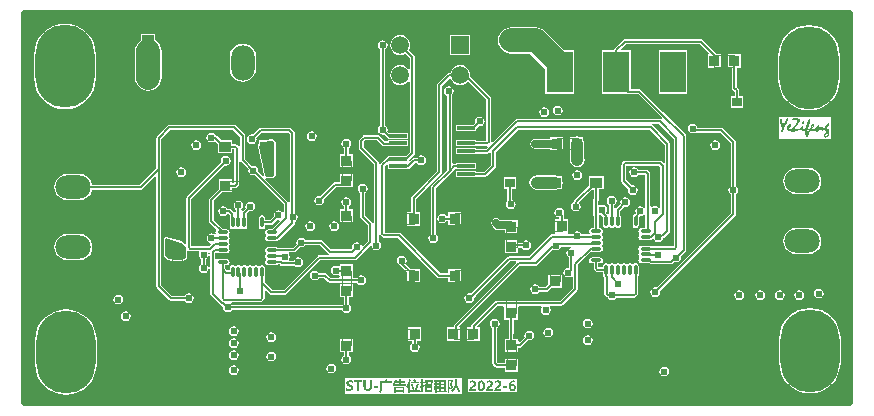
<source format=gtl>
G04*
G04 #@! TF.GenerationSoftware,Altium Limited,Altium Designer,20.0.13 (296)*
G04*
G04 Layer_Physical_Order=1*
G04 Layer_Color=255*
%FSLAX24Y24*%
%MOIN*%
G70*
G01*
G75*
%ADD13C,0.0080*%
%ADD25C,0.0200*%
%ADD26C,0.0039*%
%ADD27R,0.0394X0.1063*%
%ADD28R,0.0335X0.0394*%
%ADD29O,0.0118X0.0394*%
%ADD30O,0.0394X0.0118*%
G04:AMPARAMS|DCode=31|XSize=100.4mil|YSize=100.4mil|CornerRadius=5mil|HoleSize=0mil|Usage=FLASHONLY|Rotation=90.000|XOffset=0mil|YOffset=0mil|HoleType=Round|Shape=RoundedRectangle|*
%AMROUNDEDRECTD31*
21,1,0.1004,0.0904,0,0,90.0*
21,1,0.0904,0.1004,0,0,90.0*
1,1,0.0100,0.0452,0.0452*
1,1,0.0100,0.0452,-0.0452*
1,1,0.0100,-0.0452,-0.0452*
1,1,0.0100,-0.0452,0.0452*
%
%ADD31ROUNDEDRECTD31*%
%ADD32R,0.0394X0.0335*%
%ADD33R,0.0374X0.0354*%
%ADD34R,0.0591X0.0118*%
%ADD35R,0.0354X0.0374*%
%ADD36R,0.0335X0.0315*%
%ADD53C,0.0250*%
%ADD54C,0.0600*%
%ADD55C,0.0800*%
%ADD56C,0.0400*%
%ADD57O,0.1969X0.2756*%
%ADD58O,0.0787X0.1181*%
%ADD59R,0.0866X0.1378*%
%ADD60C,0.0591*%
%ADD61R,0.0591X0.0591*%
%ADD62O,0.1181X0.0787*%
%ADD63C,0.0240*%
G36*
X27550Y0D02*
X0D01*
Y13000D01*
X27550D01*
Y0D01*
D02*
G37*
%LPC*%
G36*
X22575Y12132D02*
X22575Y12132D01*
X20030D01*
X20030Y12132D01*
X19999Y12125D01*
X19972Y12108D01*
X19972Y12108D01*
X19692Y11828D01*
X19675Y11801D01*
X19668Y11770D01*
X19619Y11760D01*
X19277D01*
Y10302D01*
X20135D01*
X20143Y10301D01*
X20484D01*
X21192Y9592D01*
X21192Y9592D01*
X21192Y9592D01*
X21285Y9499D01*
X21253Y9461D01*
X21231Y9475D01*
X21200Y9482D01*
X21200Y9482D01*
X16450D01*
X16450Y9482D01*
X16419Y9475D01*
X16392Y9458D01*
X16392Y9458D01*
X15630Y8695D01*
X15620Y8697D01*
X15582Y8718D01*
Y10140D01*
X15582Y10140D01*
X15575Y10171D01*
X15558Y10198D01*
X15558Y10198D01*
X14881Y10875D01*
X14888Y10931D01*
X14877Y11018D01*
X14843Y11100D01*
X14789Y11170D01*
X14719Y11223D01*
X14638Y11257D01*
X14550Y11269D01*
X14462Y11257D01*
X14381Y11223D01*
X14311Y11170D01*
X14257Y11100D01*
X14223Y11018D01*
X14181Y11012D01*
X14149Y11006D01*
X14123Y10988D01*
X14123Y10988D01*
X13792Y10658D01*
X13775Y10631D01*
X13768Y10600D01*
X13768Y10600D01*
Y7734D01*
X12936Y6901D01*
X12918Y6875D01*
X12912Y6844D01*
X12912Y6844D01*
Y6372D01*
X12777D01*
Y5918D01*
X13211D01*
Y6372D01*
X13075D01*
Y6810D01*
X13908Y7642D01*
X13925Y7669D01*
X13932Y7700D01*
X13932Y7700D01*
Y10566D01*
X14181Y10815D01*
X14240Y10804D01*
X14257Y10762D01*
X14311Y10692D01*
X14381Y10638D01*
X14462Y10604D01*
X14550Y10592D01*
X14638Y10604D01*
X14719Y10638D01*
X14789Y10692D01*
X14830Y10694D01*
X15418Y10106D01*
Y8737D01*
X15077D01*
Y8755D01*
X14406D01*
Y8557D01*
X15077D01*
Y8574D01*
X15438D01*
X15459Y8536D01*
X15460Y8526D01*
X15416Y8482D01*
X15077D01*
Y8499D01*
X14406D01*
Y8301D01*
X15077D01*
Y8318D01*
X15450D01*
X15450Y8318D01*
X15481Y8325D01*
X15508Y8342D01*
X15518Y8353D01*
X15568Y8332D01*
Y7934D01*
X15348Y7714D01*
X15077D01*
Y7731D01*
X14406D01*
Y7533D01*
X15077D01*
Y7551D01*
X15382D01*
X15382Y7551D01*
X15414Y7557D01*
X15440Y7575D01*
X15708Y7842D01*
X15708Y7842D01*
X15725Y7869D01*
X15732Y7900D01*
Y8366D01*
X16484Y9118D01*
X20866D01*
X21368Y8616D01*
Y8018D01*
X21318Y7997D01*
X21258Y8058D01*
X21231Y8075D01*
X21200Y8082D01*
X21200Y8082D01*
X20047D01*
X20016Y8075D01*
X19989Y8058D01*
X19989Y8058D01*
X19942Y8011D01*
X19925Y7984D01*
X19918Y7953D01*
X19918Y7953D01*
Y7400D01*
X19918Y7400D01*
X19925Y7369D01*
X19942Y7342D01*
X20145Y7140D01*
X20137Y7100D01*
X20149Y7038D01*
X20185Y6985D01*
X20238Y6949D01*
X20300Y6937D01*
X20362Y6949D01*
X20415Y6985D01*
X20451Y7038D01*
X20463Y7100D01*
X20451Y7162D01*
X20415Y7215D01*
X20362Y7251D01*
X20300Y7263D01*
X20260Y7255D01*
X20082Y7434D01*
Y7918D01*
X21166D01*
X21218Y7866D01*
Y6511D01*
X21168Y6496D01*
X21145Y6530D01*
X21092Y6566D01*
X21030Y6578D01*
X20968Y6566D01*
X20932Y6542D01*
X20882Y6564D01*
Y7653D01*
X20875Y7684D01*
X20858Y7711D01*
X20858Y7711D01*
X20811Y7758D01*
X20784Y7775D01*
X20753Y7782D01*
X20753Y7782D01*
X20488D01*
X20465Y7815D01*
X20412Y7851D01*
X20350Y7863D01*
X20288Y7851D01*
X20235Y7815D01*
X20199Y7762D01*
X20187Y7700D01*
X20199Y7638D01*
X20235Y7585D01*
X20288Y7549D01*
X20350Y7537D01*
X20412Y7549D01*
X20465Y7585D01*
X20488Y7618D01*
X20718D01*
Y6526D01*
X20668Y6511D01*
X20665Y6515D01*
X20612Y6551D01*
X20550Y6563D01*
X20488Y6551D01*
X20435Y6515D01*
X20399Y6462D01*
X20387Y6400D01*
X20399Y6338D01*
X20359Y6309D01*
X20353Y6308D01*
X20321Y6286D01*
X20299Y6253D01*
X20291Y6215D01*
Y5939D01*
X20299Y5900D01*
X20321Y5868D01*
X20353Y5846D01*
X20392Y5838D01*
X20431Y5846D01*
X20464Y5868D01*
X20485Y5900D01*
X20493Y5939D01*
Y6200D01*
X20533Y6240D01*
X20550Y6237D01*
X20612Y6249D01*
X20665Y6285D01*
X20668Y6289D01*
X20718Y6274D01*
Y5843D01*
X20589D01*
X20550Y5835D01*
X20518Y5814D01*
X20496Y5781D01*
X20488Y5742D01*
X20496Y5703D01*
X20518Y5671D01*
Y5617D01*
X20496Y5584D01*
X20488Y5545D01*
X20496Y5507D01*
X20518Y5474D01*
X20550Y5452D01*
X20589Y5444D01*
X20865D01*
X20903Y5452D01*
X20936Y5474D01*
X20940Y5480D01*
X20988Y5472D01*
X20998Y5464D01*
X20999Y5457D01*
X21035Y5404D01*
X21088Y5369D01*
X21150Y5357D01*
X21212Y5369D01*
X21265Y5404D01*
X21301Y5457D01*
X21311Y5510D01*
X21331Y5514D01*
X21358Y5532D01*
X21508Y5682D01*
X21525Y5708D01*
X21532Y5739D01*
X21532Y5739D01*
Y8650D01*
X21525Y8681D01*
X21508Y8708D01*
X21508Y8708D01*
X20958Y9258D01*
X20942Y9268D01*
X20951Y9318D01*
X21166D01*
X21668Y8816D01*
Y5233D01*
X20921D01*
X20903Y5245D01*
X20865Y5253D01*
X20589D01*
X20550Y5245D01*
X20518Y5223D01*
X20496Y5190D01*
X20488Y5152D01*
X20496Y5113D01*
X20518Y5080D01*
Y5026D01*
X20496Y4993D01*
X20488Y4955D01*
X20496Y4916D01*
X20518Y4883D01*
Y4829D01*
X20496Y4797D01*
X20488Y4758D01*
X20496Y4719D01*
X20518Y4686D01*
X20550Y4665D01*
X20589Y4657D01*
X20861D01*
X20864Y4654D01*
X20890Y4636D01*
X20921Y4630D01*
X20921Y4630D01*
X21568D01*
X21568Y4630D01*
X21600Y4636D01*
X21626Y4654D01*
X21678Y4706D01*
X21688Y4699D01*
X21750Y4687D01*
X21812Y4699D01*
X21865Y4735D01*
X21901Y4788D01*
X21913Y4850D01*
X21905Y4890D01*
X22058Y5042D01*
X22058Y5042D01*
X22075Y5069D01*
X22082Y5100D01*
Y8900D01*
X22075Y8931D01*
X22058Y8958D01*
X22058Y8958D01*
X21308Y9708D01*
X21308Y9708D01*
X20576Y10440D01*
X20549Y10457D01*
X20518Y10464D01*
X20518Y10464D01*
X20223D01*
Y11760D01*
X19921D01*
X19902Y11806D01*
X20064Y11968D01*
X22542D01*
X22837Y11673D01*
X22818Y11627D01*
X22798D01*
Y11173D01*
X23233D01*
Y11627D01*
X23094D01*
X23091Y11641D01*
X23073Y11668D01*
X22633Y12108D01*
X22607Y12125D01*
X22575Y12132D01*
D02*
G37*
G36*
X14885Y12266D02*
X14215D01*
Y11595D01*
X14885D01*
Y12266D01*
D02*
G37*
G36*
X12550Y12269D02*
X12462Y12257D01*
X12381Y12224D01*
X12311Y12170D01*
X12257Y12100D01*
X12223Y12018D01*
X12212Y11931D01*
X12223Y11843D01*
X12257Y11762D01*
X12311Y11692D01*
X12381Y11638D01*
X12462Y11604D01*
X12550Y11592D01*
X12638Y11604D01*
X12719Y11638D01*
X12724Y11641D01*
X12868Y11497D01*
Y11149D01*
X12818Y11132D01*
X12789Y11170D01*
X12719Y11223D01*
X12638Y11257D01*
X12550Y11269D01*
X12462Y11257D01*
X12381Y11223D01*
X12311Y11170D01*
X12257Y11100D01*
X12223Y11018D01*
X12212Y10931D01*
X12223Y10843D01*
X12257Y10762D01*
X12311Y10692D01*
X12381Y10638D01*
X12462Y10604D01*
X12550Y10592D01*
X12638Y10604D01*
X12719Y10638D01*
X12789Y10692D01*
X12818Y10730D01*
X12868Y10713D01*
Y8374D01*
X12738Y8243D01*
X12123D01*
Y8216D01*
X12102Y8202D01*
X12102Y8202D01*
X11892Y7992D01*
X11882Y7976D01*
X11872Y7978D01*
X11832Y8000D01*
X11825Y8031D01*
X11808Y8058D01*
X11808Y8058D01*
X11332Y8534D01*
Y8716D01*
X11384Y8768D01*
X11766D01*
X11942Y8592D01*
X11942Y8592D01*
X11969Y8575D01*
X12000Y8568D01*
X12000Y8568D01*
X12123D01*
Y8557D01*
X12794D01*
Y8755D01*
X12123D01*
Y8732D01*
X12034D01*
X11858Y8908D01*
X11831Y8925D01*
X11800Y8932D01*
X11800Y8932D01*
X11350D01*
X11319Y8925D01*
X11292Y8908D01*
X11292Y8908D01*
X11192Y8808D01*
X11175Y8781D01*
X11168Y8750D01*
X11168Y8750D01*
Y8500D01*
X11168Y8500D01*
X11175Y8469D01*
X11192Y8442D01*
X11668Y7966D01*
Y6013D01*
X11618Y6004D01*
X11608Y6020D01*
X11608Y6020D01*
X11382Y6246D01*
Y7012D01*
X11415Y7035D01*
X11451Y7088D01*
X11463Y7150D01*
X11451Y7212D01*
X11415Y7265D01*
X11362Y7301D01*
X11300Y7313D01*
X11238Y7301D01*
X11185Y7265D01*
X11149Y7212D01*
X11137Y7150D01*
X11149Y7088D01*
X11185Y7035D01*
X11218Y7012D01*
Y6212D01*
X11218Y6212D01*
X11225Y6181D01*
X11242Y6154D01*
X11468Y5928D01*
Y5401D01*
X11306Y5239D01*
X11252Y5255D01*
X11251Y5262D01*
X11215Y5315D01*
X11162Y5351D01*
X11100Y5363D01*
X11038Y5351D01*
X10985Y5315D01*
X10949Y5262D01*
X10937Y5200D01*
X10943Y5171D01*
X10908Y5132D01*
X10234D01*
X9958Y5408D01*
X9931Y5425D01*
X9900Y5432D01*
X9900Y5432D01*
X9388D01*
X9365Y5465D01*
X9312Y5501D01*
X9250Y5513D01*
X9188Y5501D01*
X9135Y5465D01*
X9099Y5412D01*
X9087Y5350D01*
X9095Y5310D01*
X8968Y5183D01*
X8471D01*
X8453Y5195D01*
X8415Y5203D01*
X8139D01*
X8100Y5195D01*
X8068Y5173D01*
X8046Y5140D01*
X8038Y5102D01*
X8046Y5063D01*
X8068Y5030D01*
Y4976D01*
X8046Y4943D01*
X8038Y4905D01*
X8046Y4866D01*
X8068Y4833D01*
Y4779D01*
X8046Y4747D01*
X8038Y4708D01*
X8046Y4669D01*
X8068Y4636D01*
X8100Y4615D01*
X8139Y4607D01*
X8415D01*
X8453Y4615D01*
X8471Y4626D01*
X8524D01*
X8546Y4604D01*
X8573Y4586D01*
X8604Y4580D01*
X8604Y4580D01*
X9042D01*
X9088Y4549D01*
X9150Y4537D01*
X9212Y4549D01*
X9265Y4585D01*
X9301Y4638D01*
X9313Y4700D01*
X9301Y4762D01*
X9265Y4815D01*
X9212Y4851D01*
X9150Y4863D01*
X9088Y4851D01*
X9035Y4815D01*
X8999Y4762D01*
X8995Y4743D01*
X8855D01*
X8829Y4793D01*
X8846Y4819D01*
X8858Y4882D01*
X8846Y4944D01*
X8829Y4970D01*
X8855Y5020D01*
X9002D01*
X9002Y5020D01*
X9033Y5026D01*
X9059Y5044D01*
X9210Y5195D01*
X9250Y5187D01*
X9312Y5199D01*
X9365Y5235D01*
X9388Y5268D01*
X9866D01*
X10142Y4992D01*
X10158Y4982D01*
X10149Y4932D01*
X9850D01*
X9850Y4932D01*
X9819Y4925D01*
X9792Y4908D01*
X9792Y4908D01*
X8666Y3782D01*
X8284D01*
X8024Y4042D01*
Y4179D01*
X8035Y4197D01*
X8043Y4235D01*
Y4511D01*
X8035Y4550D01*
X8014Y4582D01*
X7981Y4604D01*
X7942Y4612D01*
X7903Y4604D01*
X7871Y4582D01*
X7817D01*
X7784Y4604D01*
X7745Y4612D01*
X7707Y4604D01*
X7674Y4582D01*
X7620D01*
X7587Y4604D01*
X7548Y4612D01*
X7510Y4604D01*
X7477Y4582D01*
X7423D01*
X7390Y4604D01*
X7352Y4612D01*
X7313Y4604D01*
X7280Y4582D01*
X7226D01*
X7193Y4604D01*
X7155Y4612D01*
X7116Y4604D01*
X7083Y4582D01*
X7029D01*
X6997Y4604D01*
X6958Y4612D01*
X6919Y4604D01*
X6886Y4582D01*
X6865Y4550D01*
X6857Y4511D01*
Y4432D01*
X6784D01*
X6705Y4511D01*
Y4607D01*
X6761D01*
X6800Y4615D01*
X6832Y4636D01*
X6854Y4669D01*
X6862Y4708D01*
X6854Y4747D01*
X6832Y4779D01*
X6800Y4801D01*
X6761Y4809D01*
X6485D01*
X6447Y4801D01*
X6432Y4791D01*
X6382Y4814D01*
Y5002D01*
X6392Y5013D01*
X6440D01*
X6447Y5008D01*
X6485Y5001D01*
X6761D01*
X6800Y5008D01*
X6832Y5030D01*
X6854Y5063D01*
X6862Y5102D01*
X6854Y5140D01*
X6832Y5173D01*
Y5227D01*
X6854Y5260D01*
X6862Y5298D01*
X6854Y5337D01*
X6832Y5370D01*
Y5424D01*
X6854Y5457D01*
X6862Y5495D01*
X6854Y5534D01*
X6832Y5567D01*
Y5621D01*
X6854Y5653D01*
X6862Y5692D01*
X6854Y5731D01*
X6832Y5764D01*
X6800Y5785D01*
X6761Y5793D01*
X6638D01*
X6332Y6099D01*
Y6751D01*
X6604Y7023D01*
X6933D01*
Y7168D01*
X7053D01*
X7053Y7168D01*
X7084Y7175D01*
X7111Y7192D01*
X7158Y7239D01*
X7158Y7239D01*
X7175Y7266D01*
X7182Y7297D01*
Y8049D01*
X7232Y8058D01*
X7242Y8042D01*
X7495Y7790D01*
X7487Y7750D01*
X7499Y7688D01*
X7535Y7635D01*
X7588Y7599D01*
X7650Y7587D01*
X7698Y7596D01*
X8668Y6626D01*
Y6369D01*
X8618Y6354D01*
X8602Y6379D01*
X8549Y6414D01*
X8486Y6427D01*
X8424Y6414D01*
X8371Y6379D01*
X8336Y6326D01*
X8323Y6264D01*
X8331Y6224D01*
X8216Y6108D01*
X8043D01*
Y6165D01*
X8035Y6203D01*
X8014Y6236D01*
X7981Y6258D01*
X7942Y6266D01*
X7903Y6258D01*
X7871Y6236D01*
X7849Y6203D01*
X7841Y6165D01*
Y5889D01*
X7849Y5850D01*
X7871Y5818D01*
X7903Y5796D01*
X7942Y5788D01*
X7981Y5796D01*
X8014Y5818D01*
X8035Y5850D01*
X8043Y5889D01*
Y5945D01*
X8250D01*
X8250Y5945D01*
X8281Y5951D01*
X8307Y5969D01*
X8447Y6108D01*
X8486Y6100D01*
X8502Y6104D01*
X8527Y6058D01*
X8262Y5793D01*
X8139D01*
X8100Y5785D01*
X8068Y5764D01*
X8046Y5731D01*
X8038Y5692D01*
X8046Y5653D01*
X8068Y5621D01*
Y5567D01*
X8046Y5534D01*
X8038Y5495D01*
X8046Y5457D01*
X8068Y5424D01*
X8100Y5402D01*
X8139Y5394D01*
X8415D01*
X8453Y5402D01*
X8486Y5424D01*
X8492Y5433D01*
X8510Y5445D01*
X9008Y5942D01*
X9008Y5942D01*
X9025Y5969D01*
X9032Y6000D01*
X9032Y6000D01*
Y6049D01*
X9032Y6049D01*
X9085Y6085D01*
X9121Y6138D01*
X9133Y6200D01*
X9121Y6262D01*
X9085Y6315D01*
X9032Y6351D01*
X9032Y6351D01*
Y9000D01*
X9025Y9031D01*
X9008Y9058D01*
X9008Y9058D01*
X8908Y9158D01*
X8881Y9175D01*
X8850Y9182D01*
X8850Y9182D01*
X7900D01*
X7900Y9182D01*
X7869Y9175D01*
X7842Y9158D01*
X7640Y8955D01*
X7600Y8963D01*
X7538Y8951D01*
X7485Y8915D01*
X7449Y8862D01*
X7437Y8800D01*
X7449Y8738D01*
X7485Y8685D01*
X7538Y8649D01*
X7600Y8637D01*
X7662Y8649D01*
X7715Y8685D01*
X7751Y8738D01*
X7763Y8800D01*
X7755Y8840D01*
X7934Y9018D01*
X8816D01*
X8868Y8966D01*
Y6711D01*
X8818Y6702D01*
X8808Y6718D01*
X8808Y6718D01*
X8054Y7472D01*
X8082Y7514D01*
X8100Y7507D01*
X8300D01*
X8331Y7519D01*
X8381Y7569D01*
X8393Y7600D01*
Y8700D01*
X8381Y8731D01*
X8331Y8781D01*
X8328Y8782D01*
X8327Y8784D01*
X8313Y8788D01*
X8300Y8793D01*
X8297Y8792D01*
X8295Y8793D01*
X8010Y8757D01*
X7852D01*
Y8693D01*
X7809Y8564D01*
X7810Y8552D01*
X7808Y8541D01*
X8008Y7591D01*
X8007Y7589D01*
X7959Y7567D01*
X7807Y7718D01*
X7813Y7750D01*
X7801Y7812D01*
X7765Y7865D01*
X7712Y7901D01*
X7650Y7913D01*
X7610Y7905D01*
X7382Y8134D01*
Y8900D01*
X7382Y8900D01*
X7375Y8931D01*
X7358Y8958D01*
X7058Y9258D01*
X7031Y9275D01*
X7000Y9282D01*
X7000Y9282D01*
X4850D01*
X4850Y9282D01*
X4819Y9275D01*
X4792Y9258D01*
X4792Y9258D01*
X4442Y8908D01*
X4425Y8881D01*
X4418Y8850D01*
X4418Y8850D01*
Y7834D01*
X3866Y7282D01*
X2274D01*
X2269Y7313D01*
X2226Y7419D01*
X2156Y7509D01*
X2066Y7579D01*
X1960Y7623D01*
X1847Y7637D01*
X1453D01*
X1340Y7623D01*
X1234Y7579D01*
X1144Y7509D01*
X1074Y7419D01*
X1031Y7313D01*
X1016Y7200D01*
X1031Y7087D01*
X1074Y6981D01*
X1144Y6891D01*
X1234Y6821D01*
X1340Y6777D01*
X1453Y6763D01*
X1847D01*
X1960Y6777D01*
X2066Y6821D01*
X2156Y6891D01*
X2226Y6981D01*
X2269Y7087D01*
X2274Y7118D01*
X3900D01*
X3900Y7118D01*
X3931Y7125D01*
X3958Y7142D01*
X4372Y7557D01*
X4418Y7538D01*
Y3900D01*
X4418Y3900D01*
X4425Y3869D01*
X4442Y3842D01*
X4842Y3442D01*
X4842Y3442D01*
X4869Y3425D01*
X4900Y3418D01*
X5362D01*
X5385Y3385D01*
X5438Y3349D01*
X5500Y3337D01*
X5562Y3349D01*
X5615Y3385D01*
X5651Y3438D01*
X5663Y3500D01*
X5651Y3562D01*
X5615Y3615D01*
X5562Y3651D01*
X5500Y3663D01*
X5438Y3651D01*
X5385Y3615D01*
X5362Y3582D01*
X4934D01*
X4582Y3934D01*
Y7800D01*
Y8816D01*
X4884Y9118D01*
X6966D01*
X7218Y8866D01*
Y8555D01*
X7168Y8545D01*
X7158Y8561D01*
X7158Y8561D01*
X7111Y8608D01*
X7084Y8625D01*
X7053Y8632D01*
X7053Y8632D01*
X6948D01*
Y8757D01*
X6590D01*
X6439Y8908D01*
X6413Y8925D01*
X6389Y8930D01*
X6365Y8965D01*
X6312Y9001D01*
X6250Y9013D01*
X6188Y9001D01*
X6135Y8965D01*
X6099Y8912D01*
X6087Y8850D01*
X6099Y8788D01*
X6135Y8735D01*
X6188Y8699D01*
X6250Y8687D01*
X6312Y8699D01*
X6365Y8735D01*
X6380Y8736D01*
X6474Y8642D01*
Y8343D01*
X6948D01*
Y8468D01*
X7018D01*
Y7332D01*
X6933D01*
Y7477D01*
X6498D01*
Y7148D01*
X6192Y6842D01*
X6175Y6816D01*
X6168Y6785D01*
X6168Y6785D01*
Y6065D01*
X6168Y6065D01*
X6175Y6034D01*
X6192Y6008D01*
X6416Y5784D01*
X6414Y5764D01*
X6392Y5731D01*
X6384Y5692D01*
X6392Y5656D01*
X6385Y5648D01*
X6353Y5622D01*
X6317Y5646D01*
X6255Y5658D01*
X6192Y5646D01*
X6139Y5611D01*
X6104Y5558D01*
X6092Y5495D01*
X6104Y5433D01*
X6139Y5380D01*
X6192Y5345D01*
X6219Y5339D01*
X6235Y5285D01*
X6182Y5232D01*
X5582D01*
Y6816D01*
X6690Y7925D01*
X6730Y7917D01*
X6792Y7929D01*
X6845Y7965D01*
X6881Y8018D01*
X6893Y8080D01*
X6881Y8142D01*
X6845Y8195D01*
X6792Y8231D01*
X6730Y8243D01*
X6668Y8231D01*
X6615Y8195D01*
X6579Y8142D01*
X6567Y8080D01*
X6575Y8040D01*
X5442Y6908D01*
X5425Y6881D01*
X5418Y6850D01*
X5418Y6850D01*
Y5308D01*
X5372Y5289D01*
X5281Y5381D01*
X5270Y5385D01*
X5261Y5392D01*
X4751Y5531D01*
X4748Y5531D01*
X4745Y5532D01*
X4732Y5529D01*
X4718Y5527D01*
X4716Y5524D01*
X4713Y5524D01*
X4674Y5493D01*
X4672Y5491D01*
X4669Y5489D01*
X4664Y5477D01*
X4657Y5465D01*
X4658Y5462D01*
X4657Y5459D01*
Y4950D01*
X4669Y4919D01*
X4819Y4769D01*
X4850Y4757D01*
X4873D01*
Y4733D01*
X5327D01*
Y4757D01*
X5350D01*
X5381Y4769D01*
X5431Y4819D01*
X5443Y4850D01*
Y5073D01*
X5469Y5084D01*
X5493Y5090D01*
X5516Y5075D01*
X5547Y5068D01*
X5827D01*
X5853Y5018D01*
X5849Y5012D01*
X5837Y4950D01*
X5849Y4888D01*
X5885Y4835D01*
X5918Y4812D01*
Y4638D01*
X5885Y4615D01*
X5849Y4562D01*
X5837Y4500D01*
X5849Y4438D01*
X5885Y4385D01*
X5938Y4349D01*
X6000Y4337D01*
X6062Y4349D01*
X6115Y4385D01*
X6151Y4438D01*
X6163Y4500D01*
X6151Y4562D01*
X6115Y4615D01*
X6082Y4638D01*
Y4812D01*
X6115Y4835D01*
X6151Y4888D01*
X6163Y4950D01*
X6151Y5012D01*
X6176Y5025D01*
X6218Y4989D01*
Y3650D01*
X6218Y3650D01*
X6225Y3619D01*
X6242Y3593D01*
X6563Y3272D01*
X6582Y3260D01*
X6638Y3204D01*
X6637Y3200D01*
X6649Y3138D01*
X6685Y3085D01*
X6738Y3049D01*
X6800Y3037D01*
X6862Y3049D01*
X6915Y3085D01*
X6938Y3118D01*
X10597D01*
X10599Y3108D01*
X10635Y3055D01*
X10688Y3019D01*
X10750Y3007D01*
X10812Y3019D01*
X10865Y3055D01*
X10901Y3108D01*
X10913Y3170D01*
X10901Y3232D01*
X10865Y3285D01*
X10832Y3308D01*
Y3532D01*
X10977D01*
Y3966D01*
X10523D01*
Y3532D01*
X10668D01*
Y3308D01*
X10635Y3285D01*
X10632Y3282D01*
X6940D01*
X6916Y3314D01*
X6915Y3315D01*
X6915Y3315D01*
X6911Y3321D01*
X6926Y3368D01*
X7895D01*
X7895Y3368D01*
X7926Y3375D01*
X7953Y3392D01*
X8000Y3439D01*
X8000Y3439D01*
X8017Y3466D01*
X8024Y3497D01*
Y3746D01*
X8070Y3765D01*
X8192Y3642D01*
X8219Y3625D01*
X8250Y3618D01*
X8250Y3618D01*
X8700D01*
X8700Y3618D01*
X8731Y3625D01*
X8758Y3642D01*
X9884Y4768D01*
X11033D01*
X11033Y4768D01*
X11064Y4775D01*
X11091Y4792D01*
X11538Y5240D01*
X11592Y5223D01*
X11599Y5188D01*
X11635Y5135D01*
X11688Y5099D01*
X11750Y5087D01*
X11812Y5099D01*
X11865Y5135D01*
X11901Y5188D01*
X11913Y5250D01*
X11901Y5312D01*
X11865Y5365D01*
X11832Y5388D01*
Y5595D01*
X11882Y5605D01*
X11892Y5589D01*
X11939Y5542D01*
X11939Y5542D01*
X11966Y5525D01*
X11997Y5518D01*
X12466D01*
X13789Y4195D01*
X13789Y4195D01*
X13816Y4178D01*
X13847Y4171D01*
X14148D01*
Y4026D01*
X14583D01*
Y4480D01*
X14148D01*
Y4334D01*
X13881D01*
X12558Y5658D01*
X12531Y5675D01*
X12500Y5682D01*
X12500Y5682D01*
X12032D01*
Y7900D01*
X12073Y7942D01*
X12123Y7921D01*
Y7789D01*
X12794D01*
Y7789D01*
X12834Y7811D01*
X12841Y7813D01*
X12868Y7831D01*
X13056Y8018D01*
X13112D01*
X13135Y7985D01*
X13188Y7949D01*
X13250Y7937D01*
X13312Y7949D01*
X13365Y7985D01*
X13401Y8038D01*
X13413Y8100D01*
X13401Y8162D01*
X13365Y8215D01*
X13312Y8251D01*
X13250Y8263D01*
X13188Y8251D01*
X13135Y8215D01*
X13112Y8182D01*
X13022D01*
X12991Y8175D01*
X12964Y8158D01*
X12964Y8158D01*
X12873Y8066D01*
X12823Y8088D01*
X12824Y8098D01*
X13008Y8282D01*
X13008Y8282D01*
X13025Y8309D01*
X13032Y8340D01*
Y11531D01*
X13025Y11562D01*
X13008Y11588D01*
X13008Y11588D01*
X12839Y11757D01*
X12843Y11762D01*
X12877Y11843D01*
X12888Y11931D01*
X12877Y12018D01*
X12843Y12100D01*
X12789Y12170D01*
X12719Y12224D01*
X12638Y12257D01*
X12550Y12269D01*
D02*
G37*
G36*
X7300Y11984D02*
X7187Y11969D01*
X7081Y11926D01*
X6991Y11856D01*
X6921Y11766D01*
X6877Y11660D01*
X6863Y11547D01*
Y11153D01*
X6877Y11040D01*
X6921Y10934D01*
X6991Y10844D01*
X7081Y10774D01*
X7187Y10731D01*
X7300Y10716D01*
X7413Y10731D01*
X7519Y10774D01*
X7609Y10844D01*
X7679Y10934D01*
X7723Y11040D01*
X7737Y11153D01*
Y11547D01*
X7723Y11660D01*
X7679Y11766D01*
X7609Y11856D01*
X7519Y11926D01*
X7413Y11969D01*
X7300Y11984D01*
D02*
G37*
G36*
X4387Y12303D02*
X3913D01*
Y12104D01*
X3836Y12045D01*
X3766Y11953D01*
X3721Y11846D01*
X3706Y11731D01*
Y10850D01*
X3721Y10735D01*
X3766Y10628D01*
X3836Y10536D01*
X3928Y10466D01*
X4035Y10421D01*
X4150Y10406D01*
X4265Y10421D01*
X4372Y10466D01*
X4464Y10536D01*
X4534Y10628D01*
X4579Y10735D01*
X4594Y10850D01*
Y11731D01*
X4579Y11846D01*
X4534Y11953D01*
X4464Y12045D01*
X4387Y12104D01*
Y12303D01*
D02*
G37*
G36*
X22113Y11760D02*
X21167D01*
Y10302D01*
X22113D01*
Y11760D01*
D02*
G37*
G36*
X17058Y12533D02*
X16250D01*
X16135Y12518D01*
X16028Y12473D01*
X15936Y12403D01*
X15866Y12311D01*
X15821Y12204D01*
X15806Y12089D01*
X15821Y11974D01*
X15866Y11867D01*
X15936Y11775D01*
X16028Y11705D01*
X16135Y11660D01*
X16250Y11645D01*
X16874D01*
X17387Y11132D01*
Y10302D01*
X18333D01*
Y11760D01*
X18015D01*
X17372Y12403D01*
X17280Y12473D01*
X17173Y12518D01*
X17058Y12533D01*
D02*
G37*
G36*
X23902Y11627D02*
X23467D01*
Y11173D01*
X23603D01*
Y10507D01*
X23603Y10507D01*
X23609Y10476D01*
X23627Y10450D01*
X23690Y10386D01*
Y10243D01*
X23565D01*
Y9848D01*
X23979D01*
Y10243D01*
X23854D01*
Y10420D01*
X23847Y10451D01*
X23830Y10478D01*
X23830Y10478D01*
X23766Y10541D01*
Y11173D01*
X23902D01*
Y11627D01*
D02*
G37*
G36*
X1372Y12645D02*
X1171Y12625D01*
X978Y12566D01*
X800Y12471D01*
X644Y12343D01*
X516Y12187D01*
X421Y12009D01*
X363Y11816D01*
X343Y11615D01*
Y10828D01*
X363Y10627D01*
X421Y10434D01*
X516Y10256D01*
X644Y10100D01*
X800Y9972D01*
X978Y9877D01*
X1171Y9819D01*
X1372Y9799D01*
X1573Y9819D01*
X1766Y9877D01*
X1944Y9972D01*
X2100Y10100D01*
X2228Y10256D01*
X2323Y10434D01*
X2381Y10627D01*
X2401Y10828D01*
Y11615D01*
X2381Y11816D01*
X2323Y12009D01*
X2228Y12187D01*
X2100Y12343D01*
X1944Y12471D01*
X1766Y12566D01*
X1573Y12625D01*
X1372Y12645D01*
D02*
G37*
G36*
X26178Y12601D02*
X25977Y12581D01*
X25784Y12523D01*
X25606Y12428D01*
X25450Y12300D01*
X25322Y12144D01*
X25227Y11966D01*
X25169Y11773D01*
X25149Y11572D01*
Y10785D01*
X25169Y10584D01*
X25227Y10391D01*
X25322Y10213D01*
X25450Y10057D01*
X25606Y9929D01*
X25784Y9834D01*
X25977Y9775D01*
X26178Y9755D01*
X26379Y9775D01*
X26572Y9834D01*
X26750Y9929D01*
X26906Y10057D01*
X27034Y10213D01*
X27129Y10391D01*
X27187Y10584D01*
X27207Y10785D01*
Y11572D01*
X27187Y11773D01*
X27129Y11966D01*
X27034Y12144D01*
X26906Y12300D01*
X26750Y12428D01*
X26572Y12523D01*
X26379Y12581D01*
X26178Y12601D01*
D02*
G37*
G36*
X17800Y9913D02*
X17738Y9901D01*
X17685Y9865D01*
X17649Y9812D01*
X17637Y9750D01*
X17649Y9688D01*
X17685Y9635D01*
X17738Y9599D01*
X17800Y9587D01*
X17862Y9599D01*
X17915Y9635D01*
X17951Y9688D01*
X17963Y9750D01*
X17951Y9812D01*
X17915Y9865D01*
X17862Y9901D01*
X17800Y9913D01*
D02*
G37*
G36*
X17350Y9863D02*
X17288Y9851D01*
X17235Y9815D01*
X17199Y9762D01*
X17187Y9700D01*
X17199Y9638D01*
X17235Y9585D01*
X17288Y9549D01*
X17350Y9537D01*
X17412Y9549D01*
X17465Y9585D01*
X17501Y9638D01*
X17513Y9700D01*
X17501Y9762D01*
X17465Y9815D01*
X17412Y9851D01*
X17350Y9863D01*
D02*
G37*
G36*
X15200Y9553D02*
X15138Y9540D01*
X15085Y9505D01*
X15049Y9452D01*
X15037Y9390D01*
X15045Y9350D01*
X14962Y9267D01*
X14406D01*
Y9069D01*
X15077D01*
Y9151D01*
X15160Y9235D01*
X15200Y9227D01*
X15262Y9239D01*
X15315Y9274D01*
X15351Y9327D01*
X15363Y9390D01*
X15351Y9452D01*
X15315Y9505D01*
X15262Y9540D01*
X15200Y9553D01*
D02*
G37*
G36*
X11960Y12093D02*
X11898Y12081D01*
X11845Y12045D01*
X11809Y11992D01*
X11797Y11930D01*
X11809Y11868D01*
X11845Y11815D01*
X11878Y11792D01*
Y9250D01*
X11845Y9227D01*
X11809Y9174D01*
X11797Y9112D01*
X11809Y9049D01*
X11845Y8996D01*
X11898Y8961D01*
X11960Y8949D01*
X12000Y8957D01*
X12102Y8854D01*
X12102Y8854D01*
X12123Y8840D01*
Y8813D01*
X12794D01*
Y9011D01*
X12176D01*
X12115Y9072D01*
X12123Y9112D01*
X12111Y9174D01*
X12075Y9227D01*
X12042Y9250D01*
Y11792D01*
X12075Y11815D01*
X12111Y11868D01*
X12123Y11930D01*
X12111Y11992D01*
X12075Y12045D01*
X12022Y12081D01*
X11960Y12093D01*
D02*
G37*
G36*
X26904Y9550D02*
X25160D01*
Y8810D01*
X26904D01*
Y9550D01*
D02*
G37*
G36*
X9600Y9063D02*
X9538Y9051D01*
X9485Y9015D01*
X9449Y8962D01*
X9437Y8900D01*
X9449Y8838D01*
X9485Y8785D01*
X9538Y8749D01*
X9600Y8737D01*
X9662Y8749D01*
X9715Y8785D01*
X9751Y8838D01*
X9763Y8900D01*
X9751Y8962D01*
X9715Y9015D01*
X9662Y9051D01*
X9600Y9063D01*
D02*
G37*
G36*
X23050Y8763D02*
X22988Y8751D01*
X22935Y8715D01*
X22899Y8662D01*
X22887Y8600D01*
X22899Y8538D01*
X22935Y8485D01*
X22988Y8449D01*
X23050Y8437D01*
X23112Y8449D01*
X23165Y8485D01*
X23201Y8538D01*
X23213Y8600D01*
X23201Y8662D01*
X23165Y8715D01*
X23112Y8751D01*
X23050Y8763D01*
D02*
G37*
G36*
X5750D02*
X5688Y8751D01*
X5635Y8715D01*
X5599Y8662D01*
X5587Y8600D01*
X5599Y8538D01*
X5635Y8485D01*
X5688Y8449D01*
X5750Y8437D01*
X5812Y8449D01*
X5865Y8485D01*
X5901Y8538D01*
X5913Y8600D01*
X5901Y8662D01*
X5865Y8715D01*
X5812Y8751D01*
X5750Y8763D01*
D02*
G37*
G36*
X17983Y8877D02*
X17548D01*
Y8818D01*
X17050D01*
X16986Y8805D01*
X16931Y8769D01*
X16895Y8714D01*
X16882Y8650D01*
X16895Y8586D01*
X16931Y8531D01*
X16986Y8495D01*
X17050Y8482D01*
X17548D01*
Y8423D01*
X17983D01*
Y8877D01*
D02*
G37*
G36*
X10750Y8813D02*
X10688Y8801D01*
X10635Y8765D01*
X10599Y8712D01*
X10587Y8650D01*
X10599Y8588D01*
X10635Y8535D01*
X10668Y8512D01*
Y8302D01*
X10523D01*
Y7867D01*
X10977D01*
Y8302D01*
X10832D01*
Y8512D01*
X10865Y8535D01*
X10901Y8588D01*
X10913Y8650D01*
X10901Y8712D01*
X10865Y8765D01*
X10812Y8801D01*
X10750Y8813D01*
D02*
G37*
G36*
X18435Y8895D02*
X18346Y8877D01*
X18217D01*
Y8757D01*
X18209Y8744D01*
X18190Y8650D01*
Y8115D01*
X18209Y8022D01*
X18262Y7942D01*
X18277Y7927D01*
X18356Y7874D01*
X18450Y7855D01*
X18544Y7874D01*
X18623Y7927D01*
X18676Y8006D01*
X18695Y8100D01*
X18679Y8177D01*
Y8650D01*
X18661Y8744D01*
X18652Y8757D01*
Y8877D01*
X18524D01*
X18435Y8895D01*
D02*
G37*
G36*
X14169Y10556D02*
X14106Y10544D01*
X14053Y10508D01*
X14018Y10455D01*
X14005Y10393D01*
X14018Y10330D01*
X14053Y10277D01*
X14106Y10242D01*
X14118Y10240D01*
Y7782D01*
X13592Y7256D01*
X13575Y7229D01*
X13568Y7198D01*
X13568Y7198D01*
Y5638D01*
X13535Y5615D01*
X13499Y5562D01*
X13487Y5500D01*
X13499Y5438D01*
X13535Y5385D01*
X13588Y5349D01*
X13650Y5337D01*
X13712Y5349D01*
X13765Y5385D01*
X13801Y5438D01*
X13813Y5500D01*
X13801Y5562D01*
X13765Y5615D01*
X13732Y5638D01*
Y7164D01*
X14258Y7691D01*
X14258Y7691D01*
X14356Y7789D01*
X14406Y7789D01*
Y7789D01*
X15077D01*
Y7987D01*
X14406D01*
Y7970D01*
X14340D01*
X14340Y7970D01*
X14332Y7968D01*
X14287Y7998D01*
X14282Y8005D01*
Y10276D01*
X14284Y10277D01*
X14319Y10330D01*
X14332Y10393D01*
X14319Y10455D01*
X14284Y10508D01*
X14231Y10544D01*
X14169Y10556D01*
D02*
G37*
G36*
X5250Y7863D02*
X5188Y7851D01*
X5135Y7815D01*
X5099Y7762D01*
X5087Y7700D01*
X5099Y7638D01*
X5135Y7585D01*
X5188Y7549D01*
X5250Y7537D01*
X5312Y7549D01*
X5365Y7585D01*
X5401Y7638D01*
X5413Y7700D01*
X5401Y7762D01*
X5365Y7815D01*
X5312Y7851D01*
X5250Y7863D01*
D02*
G37*
G36*
X18450Y7763D02*
X18388Y7751D01*
X18335Y7715D01*
X18299Y7662D01*
X18287Y7600D01*
X18299Y7538D01*
X18335Y7485D01*
X18388Y7449D01*
X18450Y7437D01*
X18512Y7449D01*
X18565Y7485D01*
X18601Y7538D01*
X18613Y7600D01*
X18601Y7662D01*
X18565Y7715D01*
X18512Y7751D01*
X18450Y7763D01*
D02*
G37*
G36*
X10977Y7633D02*
X10523D01*
Y7360D01*
X10378D01*
X10378Y7360D01*
X10347Y7354D01*
X10321Y7336D01*
X10321Y7336D01*
X9890Y6905D01*
X9850Y6913D01*
X9788Y6901D01*
X9735Y6865D01*
X9699Y6812D01*
X9687Y6750D01*
X9699Y6688D01*
X9735Y6635D01*
X9788Y6599D01*
X9850Y6587D01*
X9912Y6599D01*
X9965Y6635D01*
X10001Y6688D01*
X10013Y6750D01*
X10005Y6790D01*
X10412Y7197D01*
X10613D01*
X10613Y7197D01*
X10621Y7198D01*
X10977D01*
Y7633D01*
D02*
G37*
G36*
X17711Y7595D02*
X17100D01*
X17006Y7576D01*
X16927Y7523D01*
X16874Y7444D01*
X16855Y7350D01*
X16874Y7256D01*
X16927Y7177D01*
X17006Y7124D01*
X17100Y7105D01*
X17711D01*
X17805Y7124D01*
X17833Y7143D01*
X17948D01*
Y7311D01*
X17956Y7350D01*
X17948Y7389D01*
Y7557D01*
X17833D01*
X17805Y7576D01*
X17711Y7595D01*
D02*
G37*
G36*
X26147Y7837D02*
X25753D01*
X25640Y7823D01*
X25534Y7779D01*
X25444Y7709D01*
X25374Y7619D01*
X25331Y7513D01*
X25316Y7400D01*
X25331Y7287D01*
X25374Y7181D01*
X25444Y7091D01*
X25534Y7021D01*
X25640Y6977D01*
X25753Y6963D01*
X26147D01*
X26260Y6977D01*
X26366Y7021D01*
X26456Y7091D01*
X26526Y7181D01*
X26569Y7287D01*
X26584Y7400D01*
X26569Y7513D01*
X26526Y7619D01*
X26456Y7709D01*
X26366Y7779D01*
X26260Y7823D01*
X26147Y7837D01*
D02*
G37*
G36*
X19326Y7557D02*
X18852D01*
Y7258D01*
X18342Y6748D01*
X18325Y6722D01*
X18318Y6691D01*
X18318Y6691D01*
Y6688D01*
X18285Y6665D01*
X18249Y6612D01*
X18237Y6550D01*
X18249Y6488D01*
X18285Y6435D01*
X18338Y6399D01*
X18400Y6387D01*
X18462Y6399D01*
X18515Y6435D01*
X18551Y6488D01*
X18563Y6550D01*
X18551Y6612D01*
X18515Y6665D01*
X18513Y6688D01*
X18957Y7133D01*
X19007Y7118D01*
Y6838D01*
X19004Y6835D01*
X18986Y6808D01*
X18980Y6777D01*
X18980Y6777D01*
Y6282D01*
X18980Y6282D01*
X18986Y6251D01*
X19004Y6224D01*
X19007Y6221D01*
Y5843D01*
X18935D01*
X18897Y5835D01*
X18864Y5814D01*
X18842Y5781D01*
X18834Y5742D01*
X18842Y5703D01*
X18860Y5677D01*
X18853Y5651D01*
X18840Y5627D01*
X18602D01*
X18601Y5631D01*
X18565Y5684D01*
X18512Y5719D01*
X18450Y5732D01*
X18388Y5719D01*
X18335Y5684D01*
X18300Y5632D01*
X18173D01*
X18152Y5673D01*
X18152Y5682D01*
Y6127D01*
X18016D01*
Y6265D01*
X18016Y6265D01*
X18010Y6297D01*
X18004Y6305D01*
X18013Y6350D01*
X18001Y6412D01*
X17965Y6465D01*
X17912Y6501D01*
X17850Y6513D01*
X17788Y6501D01*
X17735Y6465D01*
X17699Y6412D01*
X17687Y6350D01*
X17699Y6288D01*
X17735Y6235D01*
X17788Y6199D01*
X17850Y6187D01*
X17853Y6184D01*
Y6127D01*
X17717D01*
Y5682D01*
X17717Y5673D01*
X17697Y5632D01*
X17602D01*
X17602Y5632D01*
X17571Y5625D01*
X17544Y5608D01*
X17544Y5608D01*
X16826Y4889D01*
X16188D01*
X16157Y4883D01*
X16130Y4866D01*
X16130Y4866D01*
X14952Y3688D01*
X14952Y3688D01*
X14952Y3688D01*
X14914Y3650D01*
X14912Y3651D01*
X14850Y3663D01*
X14788Y3651D01*
X14735Y3615D01*
X14699Y3562D01*
X14687Y3500D01*
X14699Y3438D01*
X14735Y3385D01*
X14788Y3349D01*
X14850Y3337D01*
X14912Y3349D01*
X14965Y3385D01*
X15001Y3438D01*
X15013Y3500D01*
X15010Y3515D01*
X15068Y3572D01*
X15068Y3572D01*
X16222Y4726D01*
X16390D01*
X16411Y4676D01*
X14352Y2618D01*
X14335Y2591D01*
X14329Y2560D01*
X14295Y2527D01*
X14098D01*
Y2073D01*
X14533D01*
Y2527D01*
X14533D01*
X14521Y2555D01*
X16551Y4585D01*
X17067D01*
X17067Y4585D01*
X17098Y4591D01*
X17124Y4609D01*
X17644Y5128D01*
X17688Y5099D01*
X17750Y5087D01*
X17812Y5099D01*
X17865Y5135D01*
X17901Y5188D01*
X17905Y5209D01*
X18176D01*
X18225Y5207D01*
X18225Y5207D01*
X18225D01*
X18230Y5159D01*
X18223Y5158D01*
X18188Y5151D01*
X18135Y5115D01*
X18099Y5062D01*
X18087Y5000D01*
X18099Y4938D01*
X18135Y4885D01*
X18168Y4862D01*
Y4528D01*
X18150Y4513D01*
X18088Y4501D01*
X18035Y4465D01*
X17999Y4412D01*
X17987Y4350D01*
X17999Y4288D01*
X18035Y4235D01*
X18088Y4199D01*
X18150Y4187D01*
X18212Y4199D01*
X18248Y4223D01*
X18298Y4201D01*
Y3824D01*
X17886Y3412D01*
X15760D01*
X15729Y3405D01*
X15702Y3388D01*
X15702Y3388D01*
X14932Y2618D01*
X14915Y2591D01*
X14909Y2560D01*
X14875Y2527D01*
X14767D01*
Y2073D01*
X15202D01*
Y2527D01*
X15138D01*
X15119Y2573D01*
X15794Y3248D01*
X15987D01*
X16019Y3212D01*
X16019Y3198D01*
Y2777D01*
X16164D01*
Y2354D01*
X16158Y2324D01*
X16158Y2324D01*
Y2152D01*
X16023D01*
Y1717D01*
X16477D01*
Y1853D01*
X16535D01*
X16535Y1853D01*
X16566Y1859D01*
X16592Y1877D01*
X16810Y2095D01*
X16850Y2087D01*
X16912Y2099D01*
X16965Y2135D01*
X17001Y2188D01*
X17013Y2250D01*
X17001Y2312D01*
X16965Y2365D01*
X16912Y2401D01*
X16850Y2413D01*
X16788Y2401D01*
X16735Y2365D01*
X16699Y2312D01*
X16687Y2250D01*
X16695Y2210D01*
X16527Y2042D01*
X16477Y2063D01*
Y2152D01*
X16322D01*
Y2300D01*
X16327Y2330D01*
X16327Y2330D01*
Y2777D01*
X16473D01*
Y3198D01*
X16473Y3212D01*
X16504Y3248D01*
X17251D01*
X17273Y3198D01*
X17249Y3162D01*
X17237Y3100D01*
X17249Y3038D01*
X17285Y2985D01*
X17338Y2949D01*
X17400Y2937D01*
X17462Y2949D01*
X17515Y2985D01*
X17551Y3038D01*
X17563Y3100D01*
X17551Y3162D01*
X17527Y3198D01*
X17549Y3248D01*
X17920D01*
X17920Y3248D01*
X17951Y3255D01*
X17978Y3272D01*
X18438Y3732D01*
X18438Y3732D01*
X18455Y3759D01*
X18462Y3790D01*
Y4596D01*
X18919Y5054D01*
X18935Y5051D01*
X19211D01*
X19250Y5058D01*
X19282Y5080D01*
X19304Y5113D01*
X19312Y5152D01*
X19304Y5190D01*
X19282Y5223D01*
Y5277D01*
X19304Y5310D01*
X19312Y5348D01*
X19304Y5387D01*
X19282Y5420D01*
Y5474D01*
X19304Y5507D01*
X19312Y5545D01*
X19304Y5584D01*
X19282Y5617D01*
Y5671D01*
X19304Y5703D01*
X19312Y5742D01*
X19304Y5781D01*
X19282Y5814D01*
X19250Y5835D01*
X19211Y5843D01*
X19171D01*
Y6251D01*
X19176Y6259D01*
X19211Y6290D01*
X19240Y6285D01*
X19255Y6263D01*
X19307Y6211D01*
Y5939D01*
X19315Y5900D01*
X19336Y5868D01*
X19369Y5846D01*
X19408Y5838D01*
X19447Y5846D01*
X19479Y5868D01*
X19533D01*
X19566Y5846D01*
X19605Y5838D01*
X19643Y5846D01*
X19676Y5868D01*
X19730D01*
X19763Y5846D01*
X19802Y5838D01*
X19840Y5846D01*
X19873Y5868D01*
X19895Y5900D01*
X19903Y5939D01*
Y6215D01*
X19895Y6253D01*
X19883Y6271D01*
Y6418D01*
X20010Y6545D01*
X20050Y6537D01*
X20112Y6549D01*
X20165Y6585D01*
X20201Y6638D01*
X20213Y6700D01*
X20201Y6762D01*
X20165Y6815D01*
X20112Y6851D01*
X20050Y6863D01*
X19988Y6851D01*
X19935Y6815D01*
X19899Y6762D01*
X19887Y6700D01*
X19895Y6660D01*
X19744Y6509D01*
X19687Y6513D01*
X19679Y6519D01*
Y6610D01*
X19713Y6632D01*
X19748Y6685D01*
X19761Y6747D01*
X19748Y6810D01*
X19713Y6863D01*
X19660Y6898D01*
X19597Y6911D01*
X19535Y6898D01*
X19482Y6863D01*
X19447Y6810D01*
X19434Y6747D01*
X19447Y6685D01*
X19482Y6632D01*
X19516Y6610D01*
Y6317D01*
X19510Y6312D01*
X19466Y6295D01*
X19447Y6308D01*
X19439Y6309D01*
X19404Y6345D01*
X19432Y6388D01*
X19445Y6450D01*
X19432Y6512D01*
X19397Y6565D01*
X19344Y6601D01*
X19282Y6613D01*
X19219Y6601D01*
X19193Y6583D01*
X19143Y6610D01*
Y6743D01*
X19147Y6747D01*
X19147Y6747D01*
X19164Y6773D01*
X19171Y6804D01*
Y7143D01*
X19326D01*
Y7557D01*
D02*
G37*
G36*
X16407Y7547D02*
X15993D01*
Y7153D01*
X16118D01*
Y6738D01*
X16115Y6735D01*
X16079Y6682D01*
X16067Y6620D01*
X16079Y6558D01*
X16115Y6505D01*
X16168Y6469D01*
X16230Y6457D01*
X16292Y6469D01*
X16345Y6505D01*
X16381Y6558D01*
X16393Y6620D01*
X16381Y6682D01*
X16345Y6735D01*
X16292Y6771D01*
X16282Y6773D01*
Y7153D01*
X16407D01*
Y7547D01*
D02*
G37*
G36*
X7155Y6753D02*
X7092Y6741D01*
X7039Y6705D01*
X7004Y6652D01*
X6992Y6590D01*
X7004Y6528D01*
X7039Y6475D01*
X7073Y6452D01*
Y6367D01*
X7065Y6361D01*
X7008Y6357D01*
X7008Y6357D01*
X6908Y6458D01*
X6881Y6475D01*
X6850Y6482D01*
X6850Y6482D01*
X6788D01*
X6765Y6515D01*
X6712Y6551D01*
X6650Y6563D01*
X6588Y6551D01*
X6535Y6515D01*
X6499Y6462D01*
X6487Y6400D01*
X6499Y6338D01*
X6535Y6285D01*
X6588Y6249D01*
X6650Y6237D01*
X6712Y6249D01*
X6765Y6285D01*
X6775Y6298D01*
X6832Y6303D01*
X6869Y6266D01*
Y6210D01*
X6865Y6203D01*
X6857Y6165D01*
Y5889D01*
X6865Y5850D01*
X6886Y5818D01*
X6919Y5796D01*
X6958Y5788D01*
X6997Y5796D01*
X7029Y5818D01*
X7083D01*
X7116Y5796D01*
X7155Y5788D01*
X7193Y5796D01*
X7226Y5818D01*
X7280D01*
X7313Y5796D01*
X7352Y5788D01*
X7390Y5796D01*
X7423Y5818D01*
X7445Y5850D01*
X7453Y5889D01*
Y6165D01*
X7445Y6203D01*
X7433Y6221D01*
Y6318D01*
X7510Y6395D01*
X7550Y6387D01*
X7612Y6399D01*
X7665Y6435D01*
X7701Y6488D01*
X7713Y6550D01*
X7701Y6612D01*
X7665Y6665D01*
X7612Y6701D01*
X7550Y6713D01*
X7488Y6701D01*
X7435Y6665D01*
X7399Y6612D01*
X7387Y6550D01*
X7395Y6510D01*
X7302Y6417D01*
X7270Y6423D01*
X7251Y6435D01*
X7249Y6461D01*
X7270Y6475D01*
X7305Y6528D01*
X7318Y6590D01*
X7305Y6652D01*
X7270Y6705D01*
X7217Y6741D01*
X7155Y6753D01*
D02*
G37*
G36*
X14583Y6377D02*
X14148D01*
Y6232D01*
X14088D01*
X14065Y6265D01*
X14012Y6301D01*
X13950Y6313D01*
X13888Y6301D01*
X13835Y6265D01*
X13799Y6212D01*
X13787Y6150D01*
X13799Y6088D01*
X13835Y6035D01*
X13888Y5999D01*
X13950Y5987D01*
X14012Y5999D01*
X14065Y6035D01*
X14088Y6068D01*
X14148D01*
Y5923D01*
X14583D01*
Y6377D01*
D02*
G37*
G36*
X10750Y6863D02*
X10688Y6851D01*
X10635Y6815D01*
X10599Y6762D01*
X10587Y6700D01*
X10599Y6638D01*
X10635Y6585D01*
X10668Y6562D01*
Y6468D01*
X10523D01*
Y6034D01*
X10977D01*
Y6468D01*
X10832D01*
Y6562D01*
X10865Y6585D01*
X10901Y6638D01*
X10913Y6700D01*
X10901Y6762D01*
X10865Y6815D01*
X10812Y6851D01*
X10750Y6863D01*
D02*
G37*
G36*
X10350Y6063D02*
X10288Y6051D01*
X10235Y6015D01*
X10199Y5962D01*
X10187Y5900D01*
X10199Y5838D01*
X10235Y5785D01*
X10288Y5749D01*
X10350Y5737D01*
X10412Y5749D01*
X10465Y5785D01*
X10501Y5838D01*
X10513Y5900D01*
X10501Y5962D01*
X10465Y6015D01*
X10412Y6051D01*
X10350Y6063D01*
D02*
G37*
G36*
X9544Y6058D02*
X9482Y6045D01*
X9429Y6010D01*
X9394Y5957D01*
X9381Y5894D01*
X9394Y5832D01*
X9429Y5779D01*
X9482Y5744D01*
X9544Y5731D01*
X9607Y5744D01*
X9660Y5779D01*
X9695Y5832D01*
X9708Y5894D01*
X9695Y5957D01*
X9660Y6010D01*
X9607Y6045D01*
X9544Y6058D01*
D02*
G37*
G36*
X15750Y6168D02*
X15686Y6155D01*
X15631Y6119D01*
X15595Y6064D01*
X15582Y6000D01*
X15595Y5936D01*
X15631Y5881D01*
X15694Y5818D01*
X15749Y5781D01*
X15813Y5769D01*
X15813Y5769D01*
X16023D01*
Y5667D01*
X16477D01*
Y6102D01*
X16214D01*
X16198Y6105D01*
X15883D01*
X15869Y6119D01*
X15814Y6155D01*
X15750Y6168D01*
D02*
G37*
G36*
X16477Y5433D02*
X16023D01*
Y4998D01*
X16477D01*
Y5178D01*
X16602D01*
X16625Y5145D01*
X16678Y5109D01*
X16740Y5097D01*
X16802Y5109D01*
X16855Y5145D01*
X16891Y5198D01*
X16903Y5260D01*
X16891Y5322D01*
X16855Y5375D01*
X16802Y5411D01*
X16740Y5423D01*
X16678Y5411D01*
X16625Y5375D01*
X16602Y5342D01*
X16477D01*
Y5433D01*
D02*
G37*
G36*
X26147Y5837D02*
X25753D01*
X25640Y5823D01*
X25534Y5779D01*
X25444Y5709D01*
X25374Y5619D01*
X25331Y5513D01*
X25316Y5400D01*
X25331Y5287D01*
X25374Y5181D01*
X25444Y5091D01*
X25534Y5021D01*
X25640Y4977D01*
X25753Y4963D01*
X26147D01*
X26260Y4977D01*
X26366Y5021D01*
X26456Y5091D01*
X26526Y5181D01*
X26569Y5287D01*
X26584Y5400D01*
X26569Y5513D01*
X26526Y5619D01*
X26456Y5709D01*
X26366Y5779D01*
X26260Y5823D01*
X26147Y5837D01*
D02*
G37*
G36*
X1847Y5637D02*
X1453D01*
X1340Y5623D01*
X1234Y5579D01*
X1144Y5509D01*
X1074Y5419D01*
X1031Y5313D01*
X1016Y5200D01*
X1031Y5087D01*
X1074Y4981D01*
X1144Y4891D01*
X1234Y4821D01*
X1340Y4777D01*
X1453Y4763D01*
X1847D01*
X1960Y4777D01*
X2066Y4821D01*
X2156Y4891D01*
X2226Y4981D01*
X2269Y5087D01*
X2284Y5200D01*
X2269Y5313D01*
X2226Y5419D01*
X2156Y5509D01*
X2066Y5579D01*
X1960Y5623D01*
X1847Y5637D01*
D02*
G37*
G36*
X10977Y4635D02*
X10523D01*
Y4583D01*
X10473Y4556D01*
X10454Y4569D01*
X10392Y4581D01*
X10330Y4569D01*
X10277Y4533D01*
X10241Y4480D01*
X10229Y4418D01*
X10241Y4356D01*
X10277Y4303D01*
X10330Y4267D01*
X10392Y4255D01*
X10454Y4267D01*
X10473Y4280D01*
X10523Y4253D01*
X10523Y4201D01*
X10481Y4182D01*
X10234D01*
X10108Y4308D01*
X10081Y4325D01*
X10050Y4332D01*
X10050Y4332D01*
X9838D01*
X9815Y4365D01*
X9762Y4401D01*
X9700Y4413D01*
X9638Y4401D01*
X9585Y4365D01*
X9549Y4312D01*
X9537Y4250D01*
X9549Y4188D01*
X9585Y4135D01*
X9638Y4099D01*
X9700Y4087D01*
X9762Y4099D01*
X9815Y4135D01*
X9838Y4168D01*
X10016D01*
X10142Y4042D01*
X10169Y4025D01*
X10200Y4018D01*
X10200Y4018D01*
X11112D01*
X11135Y3985D01*
X11188Y3949D01*
X11250Y3937D01*
X11312Y3949D01*
X11365Y3985D01*
X11401Y4038D01*
X11413Y4100D01*
X11401Y4162D01*
X11365Y4215D01*
X11312Y4251D01*
X11250Y4263D01*
X11188Y4251D01*
X11135Y4215D01*
X11112Y4182D01*
X11019D01*
X10977Y4201D01*
X10977Y4232D01*
Y4635D01*
D02*
G37*
G36*
X12600Y4913D02*
X12538Y4901D01*
X12485Y4865D01*
X12449Y4812D01*
X12437Y4750D01*
X12449Y4688D01*
X12485Y4635D01*
X12538Y4599D01*
X12539Y4599D01*
X12542Y4594D01*
X12777Y4360D01*
Y4021D01*
X13211D01*
Y4475D01*
X12892D01*
X12722Y4645D01*
X12751Y4688D01*
X12763Y4750D01*
X12751Y4812D01*
X12715Y4865D01*
X12662Y4901D01*
X12600Y4913D01*
D02*
G37*
G36*
X17927Y4283D02*
X17473D01*
Y3964D01*
X17391Y3882D01*
X17188D01*
X17165Y3915D01*
X17112Y3951D01*
X17050Y3963D01*
X16988Y3951D01*
X16935Y3915D01*
X16899Y3862D01*
X16887Y3800D01*
X16899Y3738D01*
X16935Y3685D01*
X16988Y3649D01*
X17050Y3637D01*
X17112Y3649D01*
X17165Y3685D01*
X17188Y3718D01*
X17425D01*
X17425Y3718D01*
X17456Y3725D01*
X17482Y3742D01*
X17588Y3848D01*
X17927D01*
Y4283D01*
D02*
G37*
G36*
X22300Y9313D02*
X22238Y9301D01*
X22185Y9265D01*
X22149Y9212D01*
X22137Y9150D01*
X22149Y9088D01*
X22185Y9035D01*
X22238Y8999D01*
X22300Y8987D01*
X22362Y8999D01*
X22391Y9018D01*
X23216D01*
X23568Y8666D01*
Y7238D01*
X23535Y7215D01*
X23499Y7162D01*
X23487Y7100D01*
X23499Y7038D01*
X23535Y6985D01*
X23568Y6962D01*
Y6334D01*
X21090Y3855D01*
X21050Y3863D01*
X20988Y3851D01*
X20935Y3815D01*
X20899Y3762D01*
X20887Y3700D01*
X20899Y3638D01*
X20935Y3585D01*
X20988Y3549D01*
X21050Y3537D01*
X21112Y3549D01*
X21165Y3585D01*
X21201Y3638D01*
X21213Y3700D01*
X21205Y3740D01*
X23708Y6242D01*
X23708Y6242D01*
X23725Y6269D01*
X23732Y6300D01*
Y6962D01*
X23765Y6985D01*
X23801Y7038D01*
X23813Y7100D01*
X23801Y7162D01*
X23765Y7215D01*
X23732Y7238D01*
Y8700D01*
X23725Y8731D01*
X23708Y8758D01*
X23708Y8758D01*
X23308Y9158D01*
X23281Y9175D01*
X23250Y9182D01*
X23250Y9182D01*
X22457D01*
X22451Y9212D01*
X22415Y9265D01*
X22362Y9301D01*
X22300Y9313D01*
D02*
G37*
G36*
X19211Y4859D02*
X18935D01*
X18897Y4851D01*
X18864Y4829D01*
X18842Y4797D01*
X18834Y4758D01*
X18842Y4719D01*
X18864Y4686D01*
X18897Y4665D01*
X18935Y4657D01*
X18992D01*
Y4497D01*
X18992Y4497D01*
X18998Y4466D01*
X19016Y4439D01*
X19062Y4392D01*
X19062Y4392D01*
X19089Y4375D01*
X19120Y4368D01*
X19307D01*
Y4285D01*
X19315Y4247D01*
X19336Y4214D01*
X19342Y4210D01*
Y3647D01*
X19342Y3647D01*
X19348Y3616D01*
X19366Y3589D01*
X19413Y3542D01*
X19413Y3542D01*
X19439Y3525D01*
X19461Y3520D01*
X19485Y3485D01*
X19538Y3449D01*
X19600Y3437D01*
X19662Y3449D01*
X19715Y3485D01*
X19738Y3518D01*
X20345D01*
X20345Y3518D01*
X20376Y3525D01*
X20403Y3542D01*
X20450Y3589D01*
X20450Y3589D01*
X20467Y3616D01*
X20474Y3647D01*
Y4229D01*
X20485Y4247D01*
X20493Y4285D01*
Y4561D01*
X20485Y4600D01*
X20464Y4632D01*
X20431Y4654D01*
X20392Y4662D01*
X20353Y4654D01*
X20321Y4632D01*
X20267D01*
X20234Y4654D01*
X20195Y4662D01*
X20157Y4654D01*
X20124Y4632D01*
X20070D01*
X20037Y4654D01*
X19998Y4662D01*
X19960Y4654D01*
X19927Y4632D01*
X19873D01*
X19840Y4654D01*
X19802Y4662D01*
X19763Y4654D01*
X19730Y4632D01*
X19676D01*
X19643Y4654D01*
X19605Y4662D01*
X19566Y4654D01*
X19533Y4632D01*
X19479D01*
X19447Y4654D01*
X19408Y4662D01*
X19369Y4654D01*
X19336Y4632D01*
X19315Y4600D01*
X19307Y4561D01*
Y4532D01*
X19155D01*
Y4657D01*
X19211D01*
X19250Y4665D01*
X19282Y4686D01*
X19304Y4719D01*
X19312Y4758D01*
X19304Y4797D01*
X19282Y4829D01*
X19250Y4851D01*
X19211Y4859D01*
D02*
G37*
G36*
X26500Y3813D02*
X26438Y3801D01*
X26385Y3765D01*
X26349Y3712D01*
X26337Y3650D01*
X26349Y3588D01*
X26385Y3535D01*
X26438Y3499D01*
X26500Y3487D01*
X26562Y3499D01*
X26615Y3535D01*
X26651Y3588D01*
X26663Y3650D01*
X26651Y3712D01*
X26615Y3765D01*
X26562Y3801D01*
X26500Y3813D01*
D02*
G37*
G36*
X25850Y3763D02*
X25788Y3751D01*
X25735Y3715D01*
X25699Y3662D01*
X25687Y3600D01*
X25699Y3538D01*
X25735Y3485D01*
X25788Y3449D01*
X25850Y3437D01*
X25912Y3449D01*
X25965Y3485D01*
X26001Y3538D01*
X26013Y3600D01*
X26001Y3662D01*
X25965Y3715D01*
X25912Y3751D01*
X25850Y3763D01*
D02*
G37*
G36*
X25200D02*
X25138Y3751D01*
X25085Y3715D01*
X25049Y3662D01*
X25037Y3600D01*
X25049Y3538D01*
X25085Y3485D01*
X25138Y3449D01*
X25200Y3437D01*
X25262Y3449D01*
X25315Y3485D01*
X25351Y3538D01*
X25363Y3600D01*
X25351Y3662D01*
X25315Y3715D01*
X25262Y3751D01*
X25200Y3763D01*
D02*
G37*
G36*
X24550D02*
X24488Y3751D01*
X24435Y3715D01*
X24399Y3662D01*
X24387Y3600D01*
X24399Y3538D01*
X24435Y3485D01*
X24488Y3449D01*
X24550Y3437D01*
X24612Y3449D01*
X24665Y3485D01*
X24701Y3538D01*
X24713Y3600D01*
X24701Y3662D01*
X24665Y3715D01*
X24612Y3751D01*
X24550Y3763D01*
D02*
G37*
G36*
X23850D02*
X23788Y3751D01*
X23735Y3715D01*
X23699Y3662D01*
X23687Y3600D01*
X23699Y3538D01*
X23735Y3485D01*
X23788Y3449D01*
X23850Y3437D01*
X23912Y3449D01*
X23965Y3485D01*
X24001Y3538D01*
X24013Y3600D01*
X24001Y3662D01*
X23965Y3715D01*
X23912Y3751D01*
X23850Y3763D01*
D02*
G37*
G36*
X3150Y3613D02*
X3088Y3601D01*
X3035Y3565D01*
X2999Y3512D01*
X2987Y3450D01*
X2999Y3388D01*
X3035Y3335D01*
X3088Y3299D01*
X3150Y3287D01*
X3212Y3299D01*
X3265Y3335D01*
X3301Y3388D01*
X3313Y3450D01*
X3301Y3512D01*
X3265Y3565D01*
X3212Y3601D01*
X3150Y3613D01*
D02*
G37*
G36*
X3400Y3063D02*
X3338Y3051D01*
X3285Y3015D01*
X3249Y2962D01*
X3237Y2900D01*
X3249Y2838D01*
X3285Y2785D01*
X3338Y2749D01*
X3400Y2737D01*
X3462Y2749D01*
X3515Y2785D01*
X3551Y2838D01*
X3563Y2900D01*
X3551Y2962D01*
X3515Y3015D01*
X3462Y3051D01*
X3400Y3063D01*
D02*
G37*
G36*
X18800Y2813D02*
X18738Y2801D01*
X18685Y2765D01*
X18649Y2712D01*
X18637Y2650D01*
X18649Y2588D01*
X18685Y2535D01*
X18738Y2499D01*
X18800Y2487D01*
X18862Y2499D01*
X18915Y2535D01*
X18951Y2588D01*
X18963Y2650D01*
X18951Y2712D01*
X18915Y2765D01*
X18862Y2801D01*
X18800Y2813D01*
D02*
G37*
G36*
X7000Y2563D02*
X6938Y2551D01*
X6885Y2515D01*
X6849Y2462D01*
X6837Y2400D01*
X6849Y2338D01*
X6885Y2285D01*
X6938Y2249D01*
X7000Y2237D01*
X7062Y2249D01*
X7115Y2285D01*
X7151Y2338D01*
X7163Y2400D01*
X7151Y2462D01*
X7115Y2515D01*
X7062Y2551D01*
X7000Y2563D01*
D02*
G37*
G36*
X17480Y2513D02*
X17418Y2501D01*
X17365Y2465D01*
X17329Y2412D01*
X17317Y2350D01*
X17329Y2288D01*
X17365Y2235D01*
X17418Y2199D01*
X17480Y2187D01*
X17542Y2199D01*
X17595Y2235D01*
X17631Y2288D01*
X17643Y2350D01*
X17631Y2412D01*
X17595Y2465D01*
X17542Y2501D01*
X17480Y2513D01*
D02*
G37*
G36*
X8250Y2363D02*
X8188Y2351D01*
X8135Y2315D01*
X8099Y2262D01*
X8087Y2200D01*
X8099Y2138D01*
X8135Y2085D01*
X8188Y2049D01*
X8250Y2037D01*
X8312Y2049D01*
X8365Y2085D01*
X8401Y2138D01*
X8413Y2200D01*
X8401Y2262D01*
X8365Y2315D01*
X8312Y2351D01*
X8250Y2363D01*
D02*
G37*
G36*
X18800Y2263D02*
X18738Y2251D01*
X18685Y2215D01*
X18649Y2162D01*
X18637Y2100D01*
X18649Y2038D01*
X18685Y1985D01*
X18738Y1949D01*
X18800Y1937D01*
X18862Y1949D01*
X18915Y1985D01*
X18951Y2038D01*
X18963Y2100D01*
X18951Y2162D01*
X18915Y2215D01*
X18862Y2251D01*
X18800Y2263D01*
D02*
G37*
G36*
X7000Y2163D02*
X6938Y2151D01*
X6885Y2115D01*
X6849Y2062D01*
X6837Y2000D01*
X6849Y1938D01*
X6885Y1885D01*
X6938Y1849D01*
X7000Y1837D01*
X7062Y1849D01*
X7115Y1885D01*
X7151Y1938D01*
X7163Y2000D01*
X7151Y2062D01*
X7115Y2115D01*
X7062Y2151D01*
X7000Y2163D01*
D02*
G37*
G36*
X13252Y2527D02*
X12817D01*
Y2073D01*
X12953D01*
Y2003D01*
X12919Y1981D01*
X12884Y1928D01*
X12872Y1865D01*
X12884Y1803D01*
X12919Y1750D01*
X12972Y1715D01*
X13035Y1702D01*
X13097Y1715D01*
X13150Y1750D01*
X13185Y1803D01*
X13198Y1865D01*
X13185Y1928D01*
X13150Y1981D01*
X13116Y2003D01*
Y2073D01*
X13252D01*
Y2527D01*
D02*
G37*
G36*
X7000Y1763D02*
X6938Y1751D01*
X6885Y1715D01*
X6849Y1662D01*
X6837Y1600D01*
X6849Y1538D01*
X6885Y1485D01*
X6938Y1449D01*
X7000Y1437D01*
X7062Y1449D01*
X7115Y1485D01*
X7151Y1538D01*
X7163Y1600D01*
X7151Y1662D01*
X7115Y1715D01*
X7062Y1751D01*
X7000Y1763D01*
D02*
G37*
G36*
X8250Y1713D02*
X8188Y1701D01*
X8135Y1665D01*
X8099Y1612D01*
X8087Y1550D01*
X8099Y1488D01*
X8135Y1435D01*
X8188Y1399D01*
X8250Y1387D01*
X8312Y1399D01*
X8365Y1435D01*
X8401Y1488D01*
X8413Y1550D01*
X8401Y1612D01*
X8365Y1665D01*
X8312Y1701D01*
X8250Y1713D01*
D02*
G37*
G36*
X10977Y2133D02*
X10523D01*
Y1698D01*
X10668D01*
Y1588D01*
X10635Y1565D01*
X10599Y1512D01*
X10587Y1450D01*
X10599Y1388D01*
X10635Y1335D01*
X10688Y1299D01*
X10750Y1287D01*
X10812Y1299D01*
X10865Y1335D01*
X10901Y1388D01*
X10913Y1450D01*
X10901Y1512D01*
X10865Y1565D01*
X10832Y1588D01*
Y1698D01*
X10977D01*
Y2133D01*
D02*
G37*
G36*
X15700Y2813D02*
X15638Y2801D01*
X15585Y2765D01*
X15549Y2712D01*
X15537Y2650D01*
X15549Y2588D01*
X15585Y2535D01*
X15618Y2512D01*
Y1331D01*
X15618Y1331D01*
X15625Y1300D01*
X15642Y1273D01*
X15708Y1208D01*
X15734Y1190D01*
X15765Y1184D01*
X15765Y1184D01*
X16023D01*
Y1048D01*
X16477D01*
Y1483D01*
X16023D01*
Y1347D01*
X15799D01*
X15782Y1365D01*
Y2512D01*
X15815Y2535D01*
X15851Y2588D01*
X15863Y2650D01*
X15851Y2712D01*
X15815Y2765D01*
X15762Y2801D01*
X15700Y2813D01*
D02*
G37*
G36*
X10250Y1313D02*
X10188Y1301D01*
X10135Y1265D01*
X10099Y1212D01*
X10087Y1150D01*
X10099Y1088D01*
X10135Y1035D01*
X10188Y999D01*
X10250Y987D01*
X10312Y999D01*
X10365Y1035D01*
X10401Y1088D01*
X10413Y1150D01*
X10401Y1212D01*
X10365Y1265D01*
X10312Y1301D01*
X10250Y1313D01*
D02*
G37*
G36*
X7000Y1263D02*
X6938Y1251D01*
X6885Y1215D01*
X6849Y1162D01*
X6837Y1100D01*
X6849Y1038D01*
X6885Y985D01*
X6938Y949D01*
X7000Y937D01*
X7062Y949D01*
X7115Y985D01*
X7151Y1038D01*
X7163Y1100D01*
X7151Y1162D01*
X7115Y1215D01*
X7062Y1251D01*
X7000Y1263D01*
D02*
G37*
G36*
X21350Y1213D02*
X21288Y1201D01*
X21235Y1165D01*
X21199Y1112D01*
X21187Y1050D01*
X21199Y988D01*
X21235Y935D01*
X21288Y899D01*
X21350Y887D01*
X21412Y899D01*
X21465Y935D01*
X21501Y988D01*
X21513Y1050D01*
X21501Y1112D01*
X21465Y1165D01*
X21412Y1201D01*
X21350Y1213D01*
D02*
G37*
G36*
X16447Y795D02*
X14810D01*
Y360D01*
X16447D01*
Y795D01*
D02*
G37*
G36*
X26200Y3173D02*
X25999Y3153D01*
X25806Y3095D01*
X25628Y2999D01*
X25472Y2871D01*
X25344Y2715D01*
X25249Y2538D01*
X25191Y2344D01*
X25171Y2144D01*
Y1356D01*
X25191Y1156D01*
X25249Y962D01*
X25344Y785D01*
X25472Y629D01*
X25628Y501D01*
X25806Y405D01*
X25999Y347D01*
X26200Y327D01*
X26401Y347D01*
X26594Y405D01*
X26772Y501D01*
X26928Y629D01*
X27056Y785D01*
X27151Y962D01*
X27209Y1156D01*
X27229Y1356D01*
Y2144D01*
X27209Y2344D01*
X27151Y2538D01*
X27056Y2715D01*
X26928Y2871D01*
X26772Y2999D01*
X26594Y3095D01*
X26401Y3153D01*
X26200Y3173D01*
D02*
G37*
G36*
X14595Y832D02*
X10710D01*
Y310D01*
X14595D01*
Y832D01*
D02*
G37*
G36*
X1400Y3123D02*
X1199Y3103D01*
X1006Y3045D01*
X828Y2949D01*
X672Y2821D01*
X544Y2666D01*
X449Y2488D01*
X391Y2294D01*
X371Y2094D01*
Y1306D01*
X391Y1106D01*
X449Y912D01*
X544Y734D01*
X672Y579D01*
X828Y451D01*
X1006Y355D01*
X1199Y297D01*
X1400Y277D01*
X1601Y297D01*
X1794Y355D01*
X1972Y451D01*
X2128Y579D01*
X2256Y734D01*
X2351Y912D01*
X2409Y1106D01*
X2429Y1306D01*
Y2094D01*
X2409Y2294D01*
X2351Y2488D01*
X2256Y2666D01*
X2128Y2821D01*
X1972Y2949D01*
X1794Y3045D01*
X1601Y3103D01*
X1400Y3123D01*
D02*
G37*
%LPD*%
G36*
X8350Y8700D02*
Y7600D01*
X8300Y7550D01*
X8100D01*
X8050Y7600D01*
X7850Y8550D01*
X7900Y8700D01*
X8300Y8750D01*
X8350Y8700D01*
D02*
G37*
G36*
X5250Y5350D02*
X5398Y5202D01*
Y5197D01*
X5400Y5187D01*
Y4850D01*
X5350Y4800D01*
X4850D01*
X4700Y4950D01*
Y5459D01*
X4740Y5489D01*
X5250Y5350D01*
D02*
G37*
G36*
X26001Y9396D02*
X26006Y9395D01*
X26011Y9392D01*
X26012Y9391D01*
X26014Y9388D01*
X26016Y9384D01*
X26017Y9378D01*
Y9377D01*
Y9376D01*
X26015Y9372D01*
X26015Y9367D01*
X26013Y9362D01*
Y9361D01*
X26013Y9361D01*
X26012Y9355D01*
X26010Y9349D01*
X26007Y9343D01*
Y9341D01*
X26006Y9338D01*
X26005Y9335D01*
X26004Y9332D01*
X26003Y9331D01*
X26001Y9327D01*
X25998Y9323D01*
X25995Y9318D01*
X25994Y9317D01*
X25991Y9314D01*
X25987Y9311D01*
X25981Y9307D01*
X25980Y9307D01*
X25977Y9304D01*
X25973Y9302D01*
X25968Y9300D01*
X25967D01*
X25964Y9299D01*
X25961Y9298D01*
X25958Y9298D01*
X25957D01*
X25955Y9298D01*
X25947D01*
X25945Y9299D01*
X25938D01*
X25936Y9300D01*
X25934Y9302D01*
X25930Y9307D01*
X25927Y9312D01*
Y9312D01*
X25927Y9313D01*
X25926Y9318D01*
X25925Y9324D01*
X25924Y9332D01*
Y9332D01*
Y9334D01*
X25925Y9336D01*
X25926Y9339D01*
X25927Y9344D01*
X25930Y9348D01*
X25933Y9353D01*
X25937Y9359D01*
X25938Y9360D01*
X25939Y9361D01*
X25941Y9364D01*
X25944Y9367D01*
X25951Y9373D01*
X25955Y9375D01*
X25958Y9376D01*
X25959Y9377D01*
X25961Y9379D01*
X25965Y9384D01*
X25970Y9389D01*
X25971Y9390D01*
X25973Y9392D01*
X25976Y9393D01*
X25981Y9395D01*
X25982Y9395D01*
X25985Y9396D01*
X25990Y9397D01*
X25996D01*
X26001Y9396D01*
D02*
G37*
G36*
X25453Y9499D02*
X25458Y9497D01*
X25462Y9493D01*
X25463Y9492D01*
X25465Y9489D01*
X25466Y9483D01*
X25467Y9476D01*
Y9475D01*
Y9473D01*
Y9470D01*
Y9466D01*
X25466Y9457D01*
X25465Y9446D01*
Y9445D01*
Y9443D01*
X25464Y9441D01*
X25463Y9437D01*
X25462Y9428D01*
X25460Y9418D01*
Y9418D01*
X25459Y9416D01*
X25458Y9413D01*
X25457Y9410D01*
X25454Y9402D01*
X25451Y9392D01*
Y9392D01*
X25450Y9390D01*
X25449Y9388D01*
X25449Y9384D01*
X25446Y9375D01*
X25442Y9365D01*
X25441Y9364D01*
X25440Y9362D01*
X25438Y9360D01*
X25437Y9358D01*
Y9358D01*
X25436Y9355D01*
Y9351D01*
X25435Y9347D01*
Y9346D01*
X25435Y9344D01*
X25433Y9341D01*
X25431Y9338D01*
X25430Y9338D01*
X25429Y9337D01*
X25426Y9334D01*
Y9333D01*
Y9332D01*
X25426Y9330D01*
X25425Y9327D01*
Y9327D01*
X25424Y9325D01*
X25423Y9321D01*
X25421Y9318D01*
Y9317D01*
X25419Y9315D01*
X25418Y9311D01*
X25415Y9307D01*
X25412Y9301D01*
X25408Y9294D01*
X25403Y9287D01*
X25398Y9278D01*
X25398Y9278D01*
X25396Y9275D01*
X25393Y9270D01*
X25389Y9264D01*
X25384Y9256D01*
X25379Y9248D01*
X25373Y9239D01*
X25366Y9229D01*
Y9227D01*
Y9225D01*
Y9221D01*
X25347Y9179D01*
Y9179D01*
X25346Y9176D01*
X25344Y9173D01*
X25342Y9168D01*
X25340Y9163D01*
X25338Y9156D01*
X25332Y9143D01*
Y9142D01*
X25332Y9140D01*
X25330Y9136D01*
X25329Y9132D01*
X25327Y9127D01*
X25326Y9121D01*
X25323Y9108D01*
Y9108D01*
X25321Y9105D01*
X25321Y9100D01*
X25319Y9094D01*
Y9093D01*
Y9090D01*
X25318Y9088D01*
Y9085D01*
X25319Y9084D01*
X25320Y9082D01*
X25322Y9077D01*
X25323Y9076D01*
X25324Y9073D01*
X25326Y9071D01*
X25327Y9068D01*
Y9067D01*
Y9066D01*
X25326Y9064D01*
X25324Y9061D01*
X25321Y9057D01*
X25318Y9054D01*
X25312Y9049D01*
X25305Y9045D01*
X25304Y9044D01*
X25302Y9043D01*
X25298Y9041D01*
X25294Y9039D01*
X25285Y9035D01*
X25281Y9034D01*
X25277D01*
X25275Y9034D01*
X25272D01*
X25268Y9035D01*
X25267D01*
X25265Y9036D01*
X25261D01*
X25258Y9036D01*
X25256Y9037D01*
X25253Y9038D01*
X25249Y9040D01*
X25244Y9042D01*
X25244Y9043D01*
X25242Y9045D01*
X25240Y9048D01*
X25239Y9054D01*
Y9054D01*
Y9057D01*
X25240Y9062D01*
X25241Y9069D01*
Y9070D01*
X25242Y9071D01*
X25243Y9073D01*
X25244Y9076D01*
X25246Y9085D01*
X25248Y9093D01*
Y9093D01*
X25249Y9095D01*
X25250Y9097D01*
X25251Y9100D01*
X25255Y9108D01*
X25259Y9114D01*
X25258Y9114D01*
Y9115D01*
X25258Y9116D01*
X25257Y9120D01*
Y9121D01*
Y9122D01*
X25258Y9125D01*
X25259Y9130D01*
X25261Y9136D01*
Y9137D01*
X25262Y9138D01*
X25264Y9142D01*
X25266Y9148D01*
X25270Y9156D01*
X25270Y9156D01*
X25271Y9159D01*
X25273Y9163D01*
X25275Y9168D01*
Y9169D01*
X25275Y9170D01*
X25277Y9173D01*
X25278Y9178D01*
X25281Y9183D01*
X25280D01*
X25279Y9184D01*
X25275Y9188D01*
X25269Y9193D01*
X25263Y9201D01*
Y9201D01*
X25261Y9203D01*
X25261Y9205D01*
X25259Y9208D01*
X25255Y9215D01*
X25253Y9224D01*
Y9224D01*
X25252Y9226D01*
X25250Y9230D01*
X25247Y9236D01*
Y9236D01*
X25246Y9237D01*
X25244Y9242D01*
X25241Y9249D01*
X25237Y9257D01*
X25213Y9338D01*
Y9339D01*
Y9340D01*
X25213Y9344D01*
X25212Y9352D01*
X25210Y9361D01*
Y9361D01*
Y9363D01*
X25210Y9366D01*
X25209Y9369D01*
X25208Y9374D01*
X25207Y9379D01*
X25205Y9392D01*
X25208Y9398D01*
X25203Y9404D01*
Y9404D01*
Y9406D01*
X25202Y9411D01*
Y9412D01*
Y9414D01*
X25201Y9418D01*
X25201Y9423D01*
Y9423D01*
Y9426D01*
X25200Y9430D01*
Y9434D01*
Y9435D01*
Y9437D01*
Y9443D01*
Y9443D01*
Y9445D01*
Y9447D01*
X25201Y9450D01*
X25201Y9457D01*
X25204Y9463D01*
Y9464D01*
X25204Y9465D01*
X25207Y9468D01*
X25212Y9472D01*
X25219Y9475D01*
X25232D01*
X25233Y9475D01*
X25234Y9476D01*
X25237Y9477D01*
X25241Y9479D01*
X25245Y9481D01*
X25252Y9485D01*
X25256D01*
X25259Y9484D01*
X25266Y9482D01*
X25272Y9478D01*
X25273Y9478D01*
X25275Y9474D01*
X25279Y9469D01*
X25281Y9462D01*
Y9461D01*
X25282Y9458D01*
X25283Y9454D01*
Y9448D01*
Y9447D01*
Y9446D01*
X25284Y9442D01*
Y9436D01*
Y9429D01*
Y9429D01*
Y9426D01*
X25283Y9420D01*
X25282Y9412D01*
Y9412D01*
Y9411D01*
Y9406D01*
X25281Y9401D01*
Y9396D01*
Y9395D01*
Y9391D01*
X25282Y9389D01*
X25283Y9386D01*
Y9385D01*
Y9384D01*
Y9382D01*
Y9379D01*
X25284Y9371D01*
X25284Y9361D01*
Y9360D01*
X25285Y9358D01*
Y9355D01*
X25286Y9351D01*
X25287Y9346D01*
X25288Y9341D01*
X25289Y9334D01*
X25290Y9327D01*
Y9326D01*
X25291Y9324D01*
Y9322D01*
X25292Y9318D01*
X25292Y9315D01*
X25294Y9310D01*
X25296Y9298D01*
Y9298D01*
X25297Y9295D01*
X25298Y9293D01*
X25298Y9287D01*
X25300Y9282D01*
X25301Y9276D01*
X25303Y9269D01*
X25304Y9261D01*
X25305Y9260D01*
X25306Y9259D01*
X25307Y9257D01*
X25310Y9254D01*
X25310Y9253D01*
X25311Y9251D01*
X25312Y9250D01*
Y9252D01*
X25313Y9255D01*
X25315Y9258D01*
Y9259D01*
X25316Y9261D01*
X25318Y9264D01*
X25319Y9268D01*
X25322Y9274D01*
X25325Y9281D01*
X25329Y9290D01*
X25334Y9300D01*
X25335Y9301D01*
X25335Y9303D01*
X25337Y9306D01*
X25338Y9310D01*
X25339Y9310D01*
X25341Y9314D01*
X25343Y9318D01*
X25345Y9324D01*
Y9325D01*
X25346Y9327D01*
X25348Y9330D01*
X25349Y9331D01*
X25349Y9332D01*
X25352Y9336D01*
Y9337D01*
X25353Y9340D01*
X25355Y9344D01*
X25357Y9350D01*
Y9351D01*
X25358Y9352D01*
X25359Y9357D01*
X25361Y9363D01*
X25364Y9369D01*
X25365Y9371D01*
X25367Y9375D01*
X25370Y9381D01*
X25374Y9388D01*
Y9389D01*
X25375Y9390D01*
X25376Y9392D01*
X25378Y9395D01*
X25381Y9403D01*
X25385Y9412D01*
Y9412D01*
X25386Y9413D01*
X25387Y9415D01*
X25389Y9418D01*
X25391Y9422D01*
X25394Y9426D01*
X25398Y9433D01*
X25398Y9434D01*
X25400Y9437D01*
X25403Y9441D01*
X25406Y9447D01*
X25411Y9455D01*
X25417Y9465D01*
X25423Y9475D01*
X25431Y9488D01*
X25432Y9489D01*
X25433Y9491D01*
X25438Y9496D01*
X25438Y9497D01*
X25440Y9498D01*
X25443Y9499D01*
X25447Y9500D01*
X25449D01*
X25453Y9499D01*
D02*
G37*
G36*
X25691Y9509D02*
X25693D01*
X25696Y9509D01*
X25700Y9508D01*
X25705Y9507D01*
X25708Y9505D01*
X25709D01*
X25711Y9506D01*
X25713Y9506D01*
X25716Y9507D01*
X25717D01*
X25719Y9508D01*
X25724Y9509D01*
X25725D01*
X25728Y9508D01*
X25731Y9507D01*
X25736Y9506D01*
X25742Y9505D01*
X25748Y9504D01*
X25762Y9501D01*
X25766D01*
X25770Y9500D01*
X25775Y9500D01*
X25776D01*
X25780Y9499D01*
X25787Y9498D01*
X25795Y9497D01*
X25796Y9496D01*
X25798Y9495D01*
X25802Y9493D01*
X25806Y9490D01*
X25808Y9489D01*
X25810Y9488D01*
X25816Y9486D01*
X25822Y9483D01*
X25822D01*
X25824Y9483D01*
X25826Y9482D01*
X25830Y9480D01*
X25837Y9476D01*
X25845Y9470D01*
X25845D01*
X25846Y9469D01*
X25850Y9465D01*
X25856Y9459D01*
X25860Y9452D01*
Y9451D01*
X25861Y9450D01*
X25863Y9446D01*
X25866Y9441D01*
X25868Y9435D01*
X25869Y9433D01*
X25870Y9429D01*
X25870Y9425D01*
X25871Y9419D01*
Y9418D01*
Y9417D01*
Y9415D01*
Y9412D01*
X25870Y9406D01*
X25868Y9398D01*
Y9398D01*
X25867Y9397D01*
X25866Y9392D01*
X25864Y9387D01*
X25860Y9381D01*
X25856Y9371D01*
Y9370D01*
X25856Y9369D01*
X25855Y9366D01*
X25853Y9362D01*
X25852Y9361D01*
X25851Y9359D01*
X25849Y9356D01*
X25847Y9352D01*
X25846Y9351D01*
X25844Y9348D01*
X25840Y9344D01*
X25836Y9338D01*
X25835Y9338D01*
X25834Y9335D01*
X25832Y9332D01*
X25829Y9329D01*
X25828Y9328D01*
X25826Y9325D01*
X25822Y9321D01*
X25817Y9317D01*
X25816D01*
X25815Y9315D01*
X25814Y9315D01*
X25813Y9312D01*
X25813Y9310D01*
X25810Y9307D01*
X25807Y9301D01*
X25802Y9294D01*
Y9293D01*
X25800Y9293D01*
X25799Y9290D01*
X25797Y9287D01*
X25792Y9280D01*
X25785Y9271D01*
X25784Y9270D01*
X25782Y9268D01*
X25779Y9265D01*
X25776Y9261D01*
X25769Y9253D01*
X25762Y9244D01*
Y9244D01*
X25760Y9243D01*
X25757Y9239D01*
X25754Y9235D01*
X25751Y9230D01*
X25750Y9230D01*
X25748Y9228D01*
X25745Y9226D01*
X25742Y9223D01*
X25742Y9222D01*
X25740Y9221D01*
X25735Y9216D01*
X25732Y9208D01*
X25731Y9207D01*
X25730Y9204D01*
X25726Y9199D01*
X25720Y9190D01*
X25719Y9190D01*
X25719Y9188D01*
X25717Y9185D01*
X25714Y9182D01*
X25710Y9177D01*
X25705Y9172D01*
X25700Y9165D01*
X25694Y9158D01*
X25693Y9157D01*
X25691Y9155D01*
X25688Y9151D01*
X25685Y9147D01*
X25677Y9138D01*
X25673Y9133D01*
X25670Y9128D01*
Y9128D01*
X25668Y9127D01*
X25666Y9122D01*
X25665Y9120D01*
X25671Y9121D01*
X25671D01*
X25674Y9120D01*
X25677Y9119D01*
X25689D01*
X25696Y9120D01*
X25705Y9117D01*
X25707Y9118D01*
X25710Y9119D01*
X25715Y9119D01*
X25720Y9120D01*
X25722D01*
X25725Y9121D01*
X25728Y9122D01*
X25742D01*
X25751Y9122D01*
X25761Y9124D01*
X25762D01*
X25763Y9125D01*
X25766D01*
X25769Y9125D01*
X25777Y9128D01*
X25786Y9130D01*
X25788D01*
X25791Y9131D01*
X25795Y9132D01*
X25801Y9133D01*
X25802D01*
X25802Y9133D01*
X25807Y9134D01*
X25814Y9136D01*
X25823Y9139D01*
X25824D01*
X25825Y9139D01*
X25830Y9141D01*
X25830D01*
X25832Y9142D01*
X25835Y9143D01*
X25838Y9144D01*
X25839D01*
X25842Y9145D01*
X25845Y9145D01*
X25847Y9146D01*
X25848D01*
X25851Y9147D01*
X25855Y9148D01*
X25861Y9150D01*
X25861Y9150D01*
X25862Y9151D01*
X25862Y9153D01*
X25865Y9156D01*
X25868Y9159D01*
X25872Y9164D01*
X25877Y9170D01*
X25883Y9176D01*
X25890Y9182D01*
X25891Y9183D01*
X25894Y9185D01*
X25898Y9189D01*
X25902Y9193D01*
X25912Y9202D01*
X25916Y9207D01*
X25920Y9212D01*
X25921Y9213D01*
X25922Y9216D01*
X25925Y9218D01*
X25929Y9221D01*
X25930Y9221D01*
X25933Y9223D01*
X25936Y9224D01*
X25941Y9224D01*
X25945D01*
X25949Y9224D01*
X25956Y9221D01*
X25964Y9217D01*
X25964D01*
X25965Y9216D01*
X25969Y9212D01*
X25973Y9206D01*
X25976Y9198D01*
Y9197D01*
Y9196D01*
X25977Y9192D01*
X25978Y9186D01*
X25980Y9178D01*
Y9177D01*
X25981Y9176D01*
X25981Y9171D01*
X25982Y9165D01*
X25983Y9158D01*
X25984Y9156D01*
X25984Y9153D01*
X25986Y9147D01*
X25988Y9139D01*
Y9138D01*
X25989Y9137D01*
X25990Y9133D01*
X25991Y9128D01*
X25992Y9127D01*
X25993Y9126D01*
X25993Y9125D01*
X25995Y9123D01*
X26002D01*
X26005Y9124D01*
X26008Y9125D01*
X26009D01*
X26011Y9126D01*
X26014Y9128D01*
X26018Y9130D01*
X26018Y9130D01*
X26021Y9133D01*
X26025Y9136D01*
X26029Y9139D01*
X26030Y9139D01*
X26033Y9142D01*
X26038Y9145D01*
X26044Y9149D01*
X26044Y9149D01*
X26046Y9151D01*
Y9152D01*
X26047Y9153D01*
X26049Y9156D01*
X26051Y9159D01*
Y9159D01*
X26052Y9160D01*
X26054Y9164D01*
X26058Y9169D01*
X26061Y9175D01*
Y9176D01*
X26062Y9176D01*
X26064Y9180D01*
X26067Y9184D01*
X26069Y9188D01*
X26070Y9190D01*
X26071Y9193D01*
X26073Y9198D01*
X26075Y9204D01*
Y9204D01*
X26076Y9205D01*
X26077Y9210D01*
X26078Y9216D01*
X26080Y9223D01*
Y9224D01*
Y9225D01*
X26081Y9227D01*
X26081Y9230D01*
X26082Y9235D01*
X26083Y9239D01*
X26085Y9251D01*
X26088Y9265D01*
X26092Y9281D01*
X26096Y9299D01*
X26101Y9318D01*
Y9319D01*
X26102Y9321D01*
X26103Y9324D01*
X26104Y9327D01*
X26106Y9332D01*
X26108Y9338D01*
X26110Y9344D01*
X26112Y9352D01*
X26118Y9367D01*
X26125Y9386D01*
X26133Y9406D01*
X26141Y9426D01*
X26142Y9428D01*
X26143Y9431D01*
X26145Y9435D01*
X26147Y9441D01*
X26154Y9452D01*
X26158Y9458D01*
X26162Y9463D01*
X26163Y9464D01*
X26164Y9466D01*
X26166Y9467D01*
X26169Y9470D01*
X26178Y9474D01*
X26182Y9475D01*
X26187Y9476D01*
X26189D01*
X26193Y9475D01*
X26199Y9474D01*
X26204Y9471D01*
X26206Y9470D01*
X26208Y9468D01*
X26212Y9463D01*
X26214Y9458D01*
Y9457D01*
X26215Y9455D01*
Y9451D01*
Y9446D01*
Y9444D01*
X26215Y9441D01*
Y9435D01*
Y9429D01*
Y9427D01*
Y9426D01*
X26215Y9422D01*
X26214Y9416D01*
X26213Y9408D01*
X26212Y9403D01*
X26212Y9397D01*
X26211Y9389D01*
X26210Y9382D01*
Y9381D01*
X26209Y9378D01*
X26208Y9374D01*
X26206Y9368D01*
X26205Y9361D01*
X26202Y9352D01*
X26200Y9341D01*
X26196Y9330D01*
X26195Y9329D01*
X26195Y9325D01*
X26192Y9318D01*
X26190Y9310D01*
X26186Y9298D01*
X26183Y9286D01*
X26178Y9272D01*
X26173Y9256D01*
X26172Y9256D01*
X26171Y9253D01*
X26169Y9247D01*
X26166Y9241D01*
X26165Y9240D01*
X26163Y9236D01*
X26160Y9230D01*
X26156Y9221D01*
X26155Y9219D01*
X26155Y9218D01*
X26154Y9216D01*
Y9215D01*
X26153Y9213D01*
X26152Y9210D01*
X26150Y9206D01*
Y9205D01*
X26149Y9204D01*
X26147Y9201D01*
X26146Y9199D01*
X26145Y9198D01*
X26144Y9196D01*
X26142Y9192D01*
X26140Y9187D01*
Y9186D01*
X26139Y9184D01*
X26138Y9180D01*
X26137Y9176D01*
X26135Y9169D01*
X26133Y9162D01*
X26132Y9153D01*
X26129Y9144D01*
Y9142D01*
X26129Y9139D01*
X26128Y9133D01*
X26126Y9126D01*
X26125Y9117D01*
X26124Y9106D01*
X26121Y9093D01*
X26120Y9080D01*
Y9079D01*
X26119Y9074D01*
X26118Y9068D01*
X26118Y9060D01*
X26116Y9051D01*
X26115Y9042D01*
X26114Y9031D01*
X26113Y9022D01*
Y9020D01*
Y9017D01*
X26112Y9012D01*
Y9006D01*
X26112Y8999D01*
Y8990D01*
X26111Y8973D01*
Y8972D01*
X26112Y8970D01*
Y8966D01*
X26112Y8960D01*
Y8960D01*
Y8959D01*
X26113Y8955D01*
Y8951D01*
X26113Y8950D01*
X26115Y8953D01*
X26116Y8957D01*
X26119Y8963D01*
X26120Y8964D01*
X26121Y8966D01*
X26123Y8971D01*
X26125Y8977D01*
X26128Y8984D01*
X26132Y8994D01*
X26137Y9005D01*
X26142Y9017D01*
X26141Y9024D01*
X26141Y9025D01*
X26142Y9027D01*
X26144Y9030D01*
X26145Y9033D01*
X26146Y9034D01*
X26146Y9036D01*
X26147Y9039D01*
X26149Y9043D01*
X26149Y9045D01*
X26150Y9048D01*
X26152Y9052D01*
X26153Y9058D01*
X26157Y9071D01*
X26159Y9077D01*
X26161Y9082D01*
Y9083D01*
X26161Y9085D01*
X26163Y9089D01*
X26164Y9094D01*
Y9096D01*
X26165Y9098D01*
Y9099D01*
X26166Y9100D01*
X26166Y9102D01*
X26168Y9106D01*
X26172Y9113D01*
X26177Y9122D01*
X26178Y9123D01*
X26178Y9125D01*
X26180Y9127D01*
X26183Y9130D01*
X26186Y9135D01*
X26189Y9139D01*
X26195Y9145D01*
X26200Y9150D01*
X26200Y9149D01*
X26203Y9153D01*
X26207Y9159D01*
X26209Y9161D01*
X26212Y9164D01*
X26216Y9168D01*
X26221Y9173D01*
Y9174D01*
X26222Y9176D01*
Y9179D01*
X26223Y9183D01*
Y9184D01*
X26223Y9187D01*
Y9191D01*
X26224Y9196D01*
Y9196D01*
X26225Y9199D01*
X26226Y9202D01*
X26227Y9207D01*
X26228Y9208D01*
X26229Y9211D01*
X26230Y9216D01*
X26232Y9221D01*
X26233Y9221D01*
X26234Y9224D01*
X26237Y9230D01*
X26240Y9237D01*
Y9238D01*
X26240Y9239D01*
X26242Y9241D01*
X26243Y9244D01*
X26248Y9253D01*
X26253Y9262D01*
X26254Y9264D01*
X26257Y9267D01*
X26262Y9273D01*
X26267Y9278D01*
Y9279D01*
X26269Y9280D01*
X26272Y9284D01*
X26277Y9290D01*
X26282Y9296D01*
X26283Y9297D01*
X26285Y9298D01*
X26290Y9301D01*
X26291Y9302D01*
X26293Y9304D01*
X26296Y9306D01*
X26299Y9308D01*
X26300Y9309D01*
X26302Y9310D01*
X26306Y9310D01*
X26309Y9311D01*
X26310D01*
X26313Y9312D01*
X26317Y9312D01*
X26326D01*
X26331Y9312D01*
X26337Y9310D01*
X26338Y9310D01*
X26340Y9309D01*
X26344Y9307D01*
X26347Y9303D01*
X26348Y9302D01*
X26348Y9301D01*
X26351Y9298D01*
X26352Y9294D01*
X26353Y9293D01*
X26354Y9290D01*
X26355Y9286D01*
X26357Y9280D01*
Y9279D01*
X26356Y9277D01*
X26354Y9276D01*
X26353Y9274D01*
X26350Y9273D01*
X26346Y9273D01*
Y9272D01*
Y9271D01*
X26347Y9267D01*
X26348Y9262D01*
X26350Y9261D01*
X26351Y9260D01*
X26352D01*
X26354Y9259D01*
X26355Y9256D01*
Y9254D01*
X26354Y9251D01*
X26351Y9241D01*
Y9241D01*
X26351Y9238D01*
X26349Y9235D01*
X26347Y9230D01*
X26345Y9225D01*
X26341Y9219D01*
X26337Y9212D01*
X26331Y9204D01*
X26330Y9204D01*
X26328Y9201D01*
X26324Y9197D01*
X26320Y9191D01*
X26314Y9184D01*
X26306Y9176D01*
X26298Y9167D01*
X26289Y9158D01*
X26288Y9157D01*
X26286Y9154D01*
Y9153D01*
X26286Y9150D01*
Y9150D01*
Y9147D01*
X26286Y9144D01*
X26287Y9141D01*
Y9140D01*
X26288Y9139D01*
X26291Y9136D01*
X26291D01*
X26293Y9135D01*
X26295Y9134D01*
X26298Y9133D01*
X26299D01*
X26301Y9132D01*
X26305Y9131D01*
X26309Y9130D01*
X26311D01*
X26315Y9130D01*
X26321Y9132D01*
X26328Y9133D01*
X26328D01*
X26329Y9134D01*
X26334Y9136D01*
X26339Y9138D01*
X26345Y9141D01*
X26346D01*
X26346Y9142D01*
X26350Y9143D01*
X26351D01*
X26353Y9145D01*
X26357Y9147D01*
X26362Y9149D01*
X26363Y9150D01*
X26363Y9151D01*
X26364Y9153D01*
X26365Y9155D01*
X26368Y9158D01*
X26368Y9159D01*
X26370Y9160D01*
X26375Y9165D01*
X26376Y9165D01*
X26378Y9167D01*
X26383Y9171D01*
X26388Y9177D01*
X26388D01*
X26391Y9179D01*
X26392Y9180D01*
X26394Y9182D01*
X26397Y9185D01*
X26400Y9189D01*
X26400Y9190D01*
X26401Y9191D01*
X26403Y9193D01*
X26405Y9196D01*
X26411Y9204D01*
X26419Y9213D01*
X26420Y9214D01*
X26422Y9217D01*
X26427Y9221D01*
X26433Y9227D01*
X26434Y9228D01*
X26434Y9229D01*
X26438Y9233D01*
X26444Y9239D01*
X26451Y9247D01*
X26451Y9248D01*
X26452Y9250D01*
X26457Y9254D01*
X26463Y9260D01*
X26471Y9265D01*
X26472D01*
X26474Y9266D01*
X26476Y9267D01*
X26479Y9268D01*
X26487Y9270D01*
X26496Y9271D01*
X26499D01*
X26502Y9270D01*
X26505Y9270D01*
X26512Y9267D01*
X26515Y9264D01*
X26518Y9261D01*
Y9261D01*
X26519Y9260D01*
X26520Y9258D01*
X26522Y9255D01*
X26524Y9247D01*
X26525Y9237D01*
Y9236D01*
Y9233D01*
X26524Y9230D01*
X26523Y9227D01*
X26522Y9221D01*
X26521Y9216D01*
X26519Y9208D01*
Y9207D01*
X26518Y9204D01*
X26516Y9199D01*
X26515Y9193D01*
X26513Y9185D01*
X26510Y9176D01*
X26506Y9165D01*
X26502Y9153D01*
X26502Y9152D01*
X26501Y9149D01*
X26499Y9147D01*
X26498Y9146D01*
X26495Y9142D01*
X26492Y9139D01*
X26491Y9136D01*
X26491Y9136D01*
X26488Y9134D01*
X26488Y9133D01*
X26488Y9133D01*
X26490D01*
X26491Y9133D01*
X26492D01*
X26494Y9132D01*
X26494Y9131D01*
Y9133D01*
Y9135D01*
X26496Y9139D01*
X26497Y9140D01*
Y9141D01*
X26499Y9145D01*
X26501Y9149D01*
X26502Y9150D01*
X26506Y9153D01*
X26511Y9158D01*
X26511Y9159D01*
X26513Y9161D01*
X26515Y9165D01*
X26518Y9168D01*
X26519Y9169D01*
X26522Y9172D01*
X26525Y9175D01*
X26529Y9179D01*
X26530Y9179D01*
X26532Y9182D01*
X26533Y9182D01*
X26533Y9184D01*
X26536Y9186D01*
X26538Y9189D01*
X26539Y9190D01*
X26541Y9191D01*
X26544Y9194D01*
X26548Y9197D01*
X26548Y9198D01*
X26551Y9200D01*
X26556Y9203D01*
X26561Y9207D01*
X26562D01*
X26562Y9207D01*
X26567Y9210D01*
X26572Y9213D01*
X26578Y9215D01*
X26579D01*
X26579Y9216D01*
X26583Y9216D01*
X26588Y9217D01*
X26592Y9218D01*
X26596D01*
X26599Y9217D01*
X26606Y9216D01*
X26613Y9212D01*
X26613D01*
X26614Y9211D01*
X26619Y9207D01*
X26623Y9202D01*
X26628Y9194D01*
Y9193D01*
X26629Y9191D01*
X26630Y9187D01*
X26632Y9183D01*
X26633Y9178D01*
X26636Y9171D01*
X26640Y9158D01*
X26641Y9156D01*
X26642Y9153D01*
X26644Y9149D01*
X26646Y9146D01*
X26647Y9145D01*
X26647Y9145D01*
X26650Y9144D01*
X26651Y9143D01*
X26653D01*
X26656Y9144D01*
X26656D01*
X26658Y9145D01*
X26662Y9147D01*
X26667Y9150D01*
X26668Y9147D01*
X26670Y9150D01*
X26673Y9153D01*
X26673Y9154D01*
X26675Y9156D01*
X26677Y9159D01*
X26679Y9164D01*
X26680Y9165D01*
X26682Y9167D01*
X26685Y9170D01*
X26689Y9173D01*
X26690Y9174D01*
X26693Y9177D01*
X26696Y9182D01*
X26700Y9187D01*
X26701Y9188D01*
X26701Y9190D01*
X26703Y9193D01*
X26705Y9197D01*
X26706Y9199D01*
X26707Y9201D01*
X26710Y9207D01*
X26714Y9213D01*
Y9214D01*
X26715Y9215D01*
X26716Y9219D01*
X26718Y9225D01*
X26723Y9233D01*
Y9233D01*
X26724Y9235D01*
X26726Y9237D01*
X26728Y9240D01*
X26735Y9249D01*
X26744Y9258D01*
X26744Y9259D01*
X26747Y9261D01*
X26750Y9265D01*
X26754Y9270D01*
X26759Y9276D01*
X26765Y9283D01*
X26778Y9298D01*
X26779Y9299D01*
X26780Y9301D01*
X26782Y9304D01*
X26785Y9307D01*
X26792Y9315D01*
X26801Y9322D01*
X26802Y9323D01*
X26804Y9324D01*
X26807Y9325D01*
X26810Y9327D01*
X26819Y9329D01*
X26824Y9330D01*
X26832D01*
X26838Y9329D01*
X26844Y9326D01*
X26846Y9324D01*
X26849Y9320D01*
Y9319D01*
X26849Y9318D01*
X26851Y9315D01*
X26852Y9312D01*
X26853Y9309D01*
X26854Y9304D01*
X26855Y9293D01*
Y9291D01*
X26854Y9287D01*
X26851Y9281D01*
X26849Y9276D01*
X26846Y9272D01*
Y9271D01*
X26844Y9270D01*
X26842Y9267D01*
X26840Y9263D01*
X26836Y9258D01*
X26832Y9253D01*
X26822Y9241D01*
X26821Y9240D01*
X26821Y9239D01*
X26818Y9237D01*
X26816Y9234D01*
X26810Y9227D01*
X26802Y9218D01*
X26801Y9217D01*
X26800Y9216D01*
X26798Y9213D01*
X26795Y9210D01*
X26788Y9203D01*
X26781Y9194D01*
X26780Y9193D01*
X26778Y9192D01*
X26775Y9188D01*
X26771Y9184D01*
X26770Y9184D01*
X26767Y9181D01*
X26764Y9178D01*
X26761Y9174D01*
Y9173D01*
X26760Y9170D01*
X26758Y9167D01*
X26757Y9162D01*
Y9162D01*
Y9160D01*
Y9158D01*
Y9156D01*
X26758Y9149D01*
X26758Y9142D01*
Y9141D01*
X26760Y9138D01*
X26761Y9133D01*
X26763Y9129D01*
X26764Y9128D01*
X26766Y9124D01*
X26770Y9119D01*
Y9118D01*
X26770Y9117D01*
X26773Y9113D01*
X26778Y9107D01*
X26783Y9099D01*
X26784Y9099D01*
X26784Y9098D01*
X26788Y9093D01*
X26789D01*
X26790Y9092D01*
X26790Y9091D01*
X26791Y9090D01*
X26792Y9092D01*
X26793Y9093D01*
X26795Y9096D01*
X26798Y9099D01*
X26803Y9104D01*
X26804Y9105D01*
X26805Y9107D01*
X26809Y9110D01*
X26813Y9115D01*
X26819Y9121D01*
X26827Y9129D01*
X26835Y9139D01*
X26846Y9150D01*
X26864Y9113D01*
X26863Y9111D01*
X26861Y9108D01*
X26858Y9104D01*
X26853Y9099D01*
X26852Y9097D01*
X26849Y9094D01*
X26845Y9088D01*
X26839Y9080D01*
X26838Y9079D01*
X26838Y9078D01*
X26835Y9075D01*
X26833Y9072D01*
X26827Y9063D01*
X26820Y9053D01*
X26821Y9052D01*
X26821Y9051D01*
X26822Y9050D01*
X26823Y9048D01*
X26825Y9046D01*
X26828Y9043D01*
X26829Y9042D01*
X26829Y9042D01*
X26832Y9039D01*
X26834Y9036D01*
X26838Y9028D01*
X26844Y9017D01*
Y9017D01*
X26844Y9014D01*
X26846Y9011D01*
X26847Y9006D01*
X26849Y9000D01*
X26850Y8994D01*
X26852Y8986D01*
X26853Y8978D01*
Y8977D01*
X26852Y8977D01*
X26852Y8972D01*
Y8971D01*
Y8970D01*
Y8967D01*
X26851Y8964D01*
Y8963D01*
Y8962D01*
X26850Y8960D01*
X26849Y8957D01*
X26847Y8950D01*
X26844Y8940D01*
X26838Y8929D01*
X26829Y8916D01*
X26824Y8909D01*
X26818Y8903D01*
X26812Y8896D01*
X26804Y8888D01*
X26804Y8888D01*
X26802Y8887D01*
X26800Y8885D01*
X26797Y8883D01*
X26789Y8877D01*
X26778Y8869D01*
X26766Y8862D01*
X26753Y8856D01*
X26738Y8851D01*
X26731Y8851D01*
X26724Y8850D01*
X26717D01*
X26713Y8851D01*
X26703Y8852D01*
X26693Y8855D01*
X26693D01*
X26692Y8856D01*
X26687Y8859D01*
X26681Y8864D01*
X26677Y8871D01*
Y8872D01*
X26676Y8876D01*
X26676Y8881D01*
X26675Y8889D01*
Y8890D01*
Y8891D01*
Y8894D01*
Y8898D01*
X26674Y8903D01*
Y8908D01*
Y8914D01*
Y8922D01*
Y8923D01*
Y8924D01*
X26675Y8927D01*
X26676Y8931D01*
Y8931D01*
X26676Y8934D01*
X26678Y8939D01*
X26681Y8945D01*
X26681Y8947D01*
X26682Y8950D01*
X26684Y8955D01*
X26687Y8960D01*
X26687Y8962D01*
X26690Y8965D01*
X26693Y8969D01*
X26696Y8975D01*
X26697Y8976D01*
X26699Y8979D01*
X26701Y8982D01*
X26704Y8987D01*
X26705Y8988D01*
X26707Y8991D01*
X26710Y8996D01*
X26714Y9001D01*
X26715Y9002D01*
X26716Y9003D01*
X26720Y9008D01*
X26726Y9014D01*
X26732Y9020D01*
X26733Y9021D01*
X26735Y9024D01*
X26738Y9027D01*
X26740Y9031D01*
X26741Y9031D01*
X26741Y9033D01*
X26742Y9034D01*
X26743Y9035D01*
X26742Y9036D01*
X26741Y9037D01*
X26739Y9039D01*
X26737Y9042D01*
X26731Y9051D01*
X26723Y9061D01*
X26722Y9062D01*
X26721Y9063D01*
X26718Y9066D01*
X26716Y9070D01*
X26710Y9079D01*
X26704Y9090D01*
Y9090D01*
X26702Y9093D01*
X26701Y9096D01*
X26700Y9099D01*
X26696Y9110D01*
X26695Y9118D01*
X26672Y9138D01*
X26684Y9112D01*
X26683Y9110D01*
X26680Y9108D01*
X26675Y9104D01*
X26670Y9099D01*
X26670Y9099D01*
X26667Y9096D01*
X26664Y9093D01*
X26659Y9090D01*
X26658Y9090D01*
X26655Y9087D01*
X26650Y9084D01*
X26644Y9081D01*
X26643Y9080D01*
X26640Y9079D01*
X26635Y9079D01*
X26630Y9078D01*
X26628D01*
X26625Y9079D01*
X26619Y9079D01*
X26613Y9082D01*
X26611Y9082D01*
X26608Y9085D01*
X26604Y9088D01*
X26599Y9092D01*
X26599Y9093D01*
X26597Y9094D01*
X26595Y9098D01*
X26592Y9102D01*
Y9103D01*
X26591Y9104D01*
X26590Y9108D01*
X26587Y9113D01*
X26584Y9119D01*
X26583Y9119D01*
X26582Y9122D01*
X26579Y9125D01*
X26575Y9129D01*
X26574Y9130D01*
X26572Y9133D01*
X26568Y9139D01*
X26564Y9143D01*
X26563Y9142D01*
X26560Y9141D01*
X26556Y9139D01*
X26556Y9138D01*
X26553Y9136D01*
X26550Y9133D01*
X26545Y9130D01*
X26545Y9129D01*
X26543Y9128D01*
X26540Y9125D01*
X26537Y9123D01*
X26531Y9117D01*
X26528Y9115D01*
X26525Y9113D01*
X26524D01*
X26522Y9112D01*
X26519Y9110D01*
X26517Y9108D01*
X26516Y9107D01*
X26514Y9103D01*
X26509Y9096D01*
X26502Y9088D01*
X26501Y9088D01*
X26500Y9086D01*
X26497Y9083D01*
X26494Y9080D01*
X26491Y9076D01*
X26486Y9071D01*
X26475Y9059D01*
X26474Y9059D01*
X26472Y9056D01*
X26469Y9054D01*
X26466Y9051D01*
X26465Y9050D01*
X26464Y9048D01*
X26459Y9045D01*
X26458Y9044D01*
X26455Y9042D01*
X26451Y9039D01*
X26446Y9038D01*
X26445D01*
X26442Y9037D01*
X26438Y9036D01*
X26433Y9036D01*
X26430D01*
X26427Y9036D01*
X26423Y9037D01*
X26420Y9039D01*
X26417Y9040D01*
X26414Y9043D01*
X26413Y9047D01*
Y9048D01*
Y9049D01*
X26412Y9051D01*
Y9054D01*
X26411Y9061D01*
X26411Y9069D01*
Y9070D01*
X26411Y9071D01*
X26412Y9074D01*
X26414Y9079D01*
X26415Y9083D01*
X26417Y9089D01*
X26421Y9102D01*
Y9103D01*
X26422Y9106D01*
X26423Y9110D01*
X26425Y9116D01*
X26428Y9122D01*
X26430Y9130D01*
X26432Y9139D01*
X26435Y9148D01*
Y9149D01*
X26436Y9152D01*
Y9153D01*
X26437Y9154D01*
X26438Y9156D01*
X26439Y9161D01*
Y9162D01*
X26440Y9162D01*
X26441Y9166D01*
Y9167D01*
X26442Y9167D01*
Y9169D01*
X26442D01*
X26442Y9170D01*
Y9169D01*
X26441D01*
X26439Y9167D01*
X26437Y9166D01*
X26436Y9165D01*
X26434Y9164D01*
X26431Y9160D01*
X26426Y9156D01*
X26425Y9155D01*
X26425Y9153D01*
X26420Y9149D01*
X26415Y9144D01*
X26411Y9139D01*
X26410Y9138D01*
X26408Y9136D01*
X26405Y9134D01*
X26403Y9133D01*
X26402D01*
X26402Y9131D01*
X26400Y9130D01*
X26397Y9127D01*
X26396Y9126D01*
X26394Y9125D01*
X26391Y9122D01*
X26388Y9119D01*
Y9119D01*
X26388Y9118D01*
X26387Y9116D01*
X26386Y9115D01*
X26385Y9114D01*
X26383Y9113D01*
X26381Y9111D01*
X26377Y9110D01*
X26376Y9108D01*
X26372Y9105D01*
X26367Y9100D01*
X26356Y9090D01*
X26349Y9085D01*
X26343Y9081D01*
X26343D01*
X26340Y9079D01*
X26337Y9078D01*
X26334Y9076D01*
X26325Y9073D01*
X26320Y9073D01*
X26315Y9072D01*
X26314Y9071D01*
X26312Y9071D01*
X26309Y9069D01*
X26303Y9068D01*
X26302D01*
X26299Y9067D01*
X26294Y9066D01*
X26282D01*
X26279Y9067D01*
X26272Y9068D01*
X26263Y9070D01*
X26263D01*
X26262Y9071D01*
X26257Y9073D01*
X26252Y9076D01*
X26247Y9080D01*
X26246Y9081D01*
X26244Y9083D01*
X26242Y9087D01*
X26239Y9092D01*
X26238Y9093D01*
X26237Y9096D01*
X26235Y9102D01*
X26232Y9107D01*
X26232Y9108D01*
X26231Y9110D01*
X26229Y9113D01*
X26228Y9115D01*
Y9116D01*
X26227Y9116D01*
X26226Y9116D01*
X26225Y9115D01*
X26224D01*
X26223Y9113D01*
X26221Y9113D01*
X26219Y9111D01*
X26217Y9110D01*
X26215Y9108D01*
X26212Y9102D01*
X26209Y9096D01*
X26208Y9095D01*
X26206Y9092D01*
X26205Y9087D01*
X26203Y9080D01*
Y9079D01*
X26202Y9079D01*
X26201Y9074D01*
X26199Y9068D01*
X26198Y9062D01*
Y9061D01*
Y9060D01*
X26197Y9056D01*
X26195Y9050D01*
X26193Y9043D01*
Y9042D01*
X26192Y9040D01*
X26192Y9037D01*
X26190Y9034D01*
X26189Y9028D01*
X26187Y9022D01*
X26183Y9008D01*
X26179Y8993D01*
X26173Y8977D01*
X26168Y8960D01*
X26162Y8944D01*
Y8943D01*
X26161Y8942D01*
X26161Y8940D01*
X26160Y8937D01*
X26157Y8930D01*
X26153Y8921D01*
X26149Y8911D01*
X26144Y8902D01*
X26139Y8892D01*
X26134Y8884D01*
Y8883D01*
X26132Y8881D01*
X26129Y8876D01*
X26128Y8875D01*
X26126Y8874D01*
X26125Y8871D01*
X26122Y8867D01*
X26121Y8866D01*
X26119Y8864D01*
X26116Y8861D01*
X26112Y8859D01*
X26112Y8858D01*
X26109Y8857D01*
X26105Y8856D01*
X26101Y8855D01*
X26098D01*
X26095Y8856D01*
X26092D01*
X26084Y8858D01*
X26075Y8863D01*
X26075Y8863D01*
X26074Y8864D01*
X26070Y8868D01*
X26066Y8875D01*
X26061Y8885D01*
Y8886D01*
Y8886D01*
X26061Y8891D01*
X26060Y8897D01*
X26058Y8905D01*
Y8906D01*
Y8906D01*
X26058Y8911D01*
Y8917D01*
X26057Y8924D01*
Y8925D01*
X26055Y8928D01*
X26055Y8932D01*
X26054Y8937D01*
Y8939D01*
Y8942D01*
X26053Y8948D01*
Y8954D01*
Y9001D01*
Y9002D01*
Y9004D01*
Y9008D01*
X26054Y9013D01*
Y9014D01*
X26055Y9017D01*
X26055Y9019D01*
Y9022D01*
Y9022D01*
Y9023D01*
X26055Y9028D01*
X26053Y9034D01*
X26052Y9042D01*
Y9042D01*
Y9044D01*
X26052Y9046D01*
Y9050D01*
X26053Y9054D01*
X26054Y9059D01*
X26055Y9071D01*
Y9071D01*
X26056Y9073D01*
Y9076D01*
X26057Y9081D01*
X26058Y9086D01*
X26059Y9092D01*
X26061Y9104D01*
X26058Y9107D01*
X26053Y9102D01*
X26047Y9097D01*
X26046D01*
X26045Y9096D01*
X26041Y9093D01*
X26035Y9088D01*
X26027Y9082D01*
X26026Y9082D01*
X26024Y9081D01*
X26021Y9079D01*
X26018Y9077D01*
X26011Y9072D01*
X26003Y9068D01*
X26002D01*
X26001Y9067D01*
X25997Y9065D01*
X25992Y9064D01*
X25987Y9063D01*
X25981D01*
X25976Y9064D01*
X25970D01*
X25956Y9066D01*
X25950Y9068D01*
X25945Y9071D01*
X25944Y9071D01*
X25944Y9072D01*
X25941Y9075D01*
X25939Y9079D01*
X25936Y9084D01*
X25933Y9090D01*
X25929Y9099D01*
X25925Y9110D01*
X25924Y9111D01*
X25923Y9113D01*
X25921Y9115D01*
Y9116D01*
X25919Y9117D01*
X25916Y9122D01*
X25916Y9124D01*
X25914Y9126D01*
X25912Y9130D01*
X25910Y9132D01*
Y9133D01*
X25910Y9133D01*
Y9134D01*
X25908Y9133D01*
X25904Y9132D01*
X25900Y9128D01*
X25899Y9127D01*
X25896Y9125D01*
X25894Y9124D01*
X25890Y9121D01*
X25886Y9117D01*
X25880Y9113D01*
X25877Y9110D01*
Y9110D01*
X25876Y9109D01*
X25875Y9109D01*
X25873Y9108D01*
X25873Y9108D01*
X25869Y9106D01*
X25863Y9103D01*
X25856Y9100D01*
X25849Y9097D01*
X25833Y9091D01*
X25833D01*
X25830Y9090D01*
X25825Y9089D01*
X25820Y9087D01*
X25813Y9085D01*
X25805Y9083D01*
X25797Y9080D01*
X25788Y9078D01*
X25788D01*
X25785Y9077D01*
X25779Y9076D01*
X25773Y9074D01*
X25772D01*
X25768Y9073D01*
X25763Y9072D01*
X25756Y9071D01*
X25755Y9070D01*
X25751Y9069D01*
X25745Y9067D01*
X25736Y9063D01*
X25735D01*
X25734Y9062D01*
X25731Y9062D01*
X25727Y9060D01*
X25722Y9059D01*
X25717Y9057D01*
X25705Y9054D01*
X25705D01*
X25703Y9054D01*
X25701D01*
X25698Y9053D01*
X25691Y9051D01*
X25684Y9048D01*
X25682D01*
X25678Y9047D01*
X25672Y9046D01*
X25665Y9045D01*
X25665D01*
X25663Y9044D01*
X25660D01*
X25657Y9043D01*
X25648Y9042D01*
X25640Y9040D01*
X25638D01*
X25633Y9039D01*
X25627Y9039D01*
X25620Y9038D01*
X25617D01*
X25613Y9039D01*
X25608Y9039D01*
X25597Y9042D01*
X25591Y9044D01*
X25586Y9047D01*
X25586Y9048D01*
X25585Y9048D01*
X25583Y9051D01*
X25580Y9054D01*
X25578Y9057D01*
X25577Y9062D01*
X25575Y9068D01*
X25574Y9074D01*
Y9075D01*
Y9077D01*
Y9080D01*
X25575Y9085D01*
X25576Y9088D01*
X25571Y9085D01*
X25566Y9081D01*
X25565D01*
X25563Y9079D01*
X25560Y9078D01*
X25556Y9076D01*
X25547Y9073D01*
X25543Y9073D01*
X25537Y9072D01*
X25537Y9071D01*
X25534Y9071D01*
X25531Y9069D01*
X25526Y9068D01*
X25524D01*
X25521Y9067D01*
X25516Y9066D01*
X25504D01*
X25501Y9067D01*
X25494Y9068D01*
X25486Y9070D01*
X25485D01*
X25484Y9071D01*
X25480Y9073D01*
X25475Y9076D01*
X25469Y9080D01*
X25469Y9081D01*
X25466Y9083D01*
X25464Y9087D01*
X25461Y9092D01*
X25460Y9093D01*
X25459Y9096D01*
X25457Y9102D01*
X25455Y9107D01*
X25454Y9108D01*
X25453Y9110D01*
X25452Y9113D01*
X25450Y9115D01*
Y9116D01*
X25449Y9116D01*
X25449Y9116D01*
X25447Y9115D01*
X25446D01*
X25445Y9113D01*
X25443Y9113D01*
X25441Y9111D01*
X25438Y9110D01*
X25434Y9108D01*
Y9108D01*
X25433Y9109D01*
X25432Y9113D01*
X25429Y9118D01*
X25426Y9123D01*
Y9124D01*
X25426Y9125D01*
X25424Y9129D01*
X25422Y9135D01*
X25418Y9143D01*
Y9144D01*
X25419Y9145D01*
X25422Y9148D01*
X25425Y9153D01*
X25429Y9159D01*
X25431Y9161D01*
X25434Y9164D01*
X25438Y9168D01*
X25443Y9173D01*
Y9174D01*
X25444Y9176D01*
Y9179D01*
X25445Y9183D01*
Y9184D01*
X25446Y9187D01*
Y9191D01*
X25446Y9196D01*
Y9196D01*
X25447Y9199D01*
X25448Y9202D01*
X25449Y9207D01*
X25450Y9208D01*
X25451Y9211D01*
X25452Y9216D01*
X25455Y9221D01*
X25455Y9221D01*
X25456Y9224D01*
X25459Y9230D01*
X25462Y9237D01*
Y9238D01*
X25463Y9239D01*
X25464Y9241D01*
X25466Y9244D01*
X25470Y9253D01*
X25475Y9262D01*
X25477Y9264D01*
X25480Y9267D01*
X25484Y9273D01*
X25489Y9278D01*
Y9279D01*
X25491Y9280D01*
X25494Y9284D01*
X25499Y9290D01*
X25504Y9296D01*
X25505Y9297D01*
X25507Y9298D01*
X25512Y9301D01*
X25513Y9302D01*
X25515Y9304D01*
X25518Y9306D01*
X25521Y9308D01*
X25522Y9309D01*
X25524Y9310D01*
X25528Y9310D01*
X25532Y9311D01*
X25532D01*
X25535Y9312D01*
X25539Y9312D01*
X25549D01*
X25554Y9312D01*
X25559Y9310D01*
X25560Y9310D01*
X25563Y9309D01*
X25566Y9307D01*
X25569Y9303D01*
X25570Y9302D01*
X25571Y9301D01*
X25573Y9298D01*
X25574Y9294D01*
X25575Y9293D01*
X25576Y9290D01*
X25577Y9286D01*
X25579Y9280D01*
Y9279D01*
X25578Y9277D01*
X25577Y9276D01*
X25575Y9274D01*
X25572Y9273D01*
X25569Y9273D01*
Y9272D01*
Y9271D01*
X25569Y9267D01*
X25571Y9262D01*
X25572Y9261D01*
X25574Y9260D01*
X25574D01*
X25577Y9259D01*
X25577Y9256D01*
Y9254D01*
X25577Y9251D01*
X25574Y9241D01*
Y9241D01*
X25573Y9238D01*
X25571Y9235D01*
X25569Y9230D01*
X25567Y9225D01*
X25563Y9219D01*
X25559Y9212D01*
X25553Y9204D01*
X25552Y9204D01*
X25550Y9201D01*
X25546Y9197D01*
X25542Y9191D01*
X25536Y9184D01*
X25529Y9176D01*
X25520Y9167D01*
X25511Y9158D01*
X25510Y9157D01*
X25509Y9154D01*
Y9153D01*
X25508Y9150D01*
Y9150D01*
Y9147D01*
X25509Y9144D01*
X25509Y9141D01*
Y9140D01*
X25510Y9139D01*
X25513Y9136D01*
X25514D01*
X25515Y9135D01*
X25517Y9134D01*
X25520Y9133D01*
X25521D01*
X25523Y9132D01*
X25527Y9131D01*
X25532Y9130D01*
X25533D01*
X25537Y9130D01*
X25543Y9132D01*
X25550Y9133D01*
X25551D01*
X25552Y9134D01*
X25556Y9136D01*
X25561Y9138D01*
X25567Y9141D01*
X25568D01*
X25569Y9142D01*
X25572Y9143D01*
X25573D01*
X25575Y9145D01*
X25579Y9147D01*
X25585Y9150D01*
Y9149D01*
X25586Y9147D01*
X25587Y9145D01*
X25589Y9142D01*
X25592Y9135D01*
X25595Y9130D01*
X25597Y9133D01*
X25598Y9134D01*
X25600Y9137D01*
X25603Y9141D01*
X25606Y9145D01*
X25607Y9147D01*
X25610Y9150D01*
X25614Y9154D01*
X25618Y9159D01*
X25619Y9160D01*
X25622Y9162D01*
X25626Y9166D01*
X25630Y9171D01*
X25631Y9173D01*
X25635Y9176D01*
X25640Y9183D01*
X25648Y9192D01*
Y9193D01*
X25649Y9193D01*
X25653Y9198D01*
X25658Y9204D01*
X25664Y9213D01*
X25665Y9213D01*
X25665Y9215D01*
X25669Y9219D01*
X25674Y9225D01*
X25679Y9231D01*
X25680Y9232D01*
X25681Y9234D01*
X25684Y9238D01*
X25687Y9242D01*
X25688Y9244D01*
X25691Y9247D01*
X25694Y9253D01*
X25699Y9259D01*
X25700Y9260D01*
X25702Y9262D01*
X25705Y9265D01*
X25708Y9269D01*
X25709Y9270D01*
X25712Y9273D01*
X25715Y9275D01*
X25718Y9277D01*
X25719Y9278D01*
X25720Y9280D01*
X25722Y9283D01*
X25725Y9287D01*
X25731Y9297D01*
X25738Y9307D01*
X25739Y9308D01*
X25739Y9310D01*
X25742Y9312D01*
X25744Y9316D01*
X25747Y9321D01*
X25750Y9326D01*
X25758Y9338D01*
X25759Y9339D01*
X25761Y9342D01*
X25764Y9347D01*
X25768Y9354D01*
X25772Y9361D01*
X25776Y9368D01*
X25780Y9375D01*
X25784Y9382D01*
X25785Y9383D01*
X25785Y9385D01*
X25787Y9388D01*
X25788Y9392D01*
X25791Y9399D01*
X25793Y9402D01*
Y9405D01*
X25792Y9406D01*
X25791Y9407D01*
X25789Y9409D01*
X25788Y9409D01*
X25786Y9411D01*
X25782Y9413D01*
X25776Y9415D01*
X25775Y9416D01*
X25771Y9418D01*
X25767Y9419D01*
X25762Y9421D01*
X25761Y9421D01*
X25758Y9422D01*
X25754Y9423D01*
X25751Y9423D01*
X25727Y9424D01*
X25726D01*
X25724Y9425D01*
X25718Y9427D01*
X25717D01*
X25716Y9428D01*
X25713Y9429D01*
X25710Y9429D01*
X25694Y9424D01*
X25693Y9425D01*
X25690Y9426D01*
X25685Y9426D01*
X25682Y9427D01*
X25681D01*
X25680Y9428D01*
X25674Y9429D01*
X25671D01*
X25668Y9428D01*
X25663D01*
X25658Y9427D01*
X25651Y9426D01*
X25638Y9425D01*
X25627Y9429D01*
X25626Y9429D01*
X25625Y9431D01*
X25623Y9434D01*
X25622Y9438D01*
Y9438D01*
X25621Y9441D01*
X25620Y9445D01*
X25620Y9450D01*
X25620Y9451D01*
X25621Y9454D01*
X25623Y9458D01*
X25626Y9463D01*
X25626Y9464D01*
X25628Y9467D01*
X25630Y9472D01*
X25633Y9477D01*
Y9478D01*
X25634Y9478D01*
X25634Y9482D01*
Y9483D01*
X25635Y9484D01*
X25637Y9487D01*
X25638Y9490D01*
X25643Y9497D01*
X25649Y9503D01*
X25650D01*
X25651Y9504D01*
X25654Y9505D01*
X25657Y9506D01*
X25661Y9508D01*
X25666Y9509D01*
X25678Y9510D01*
X25686D01*
X25691Y9509D01*
D02*
G37*
%LPC*%
G36*
X26169Y9348D02*
X26168D01*
Y9347D01*
Y9345D01*
X26167Y9343D01*
X26166Y9341D01*
Y9341D01*
X26165Y9337D01*
X26163Y9334D01*
X26163Y9331D01*
X26162Y9330D01*
X26160Y9325D01*
X26158Y9321D01*
X26157Y9318D01*
X26156Y9316D01*
X26155Y9312D01*
X26154Y9310D01*
X26153Y9308D01*
Y9307D01*
X26155Y9307D01*
X26160Y9304D01*
Y9305D01*
X26161Y9307D01*
Y9308D01*
Y9309D01*
X26162Y9312D01*
X26163Y9316D01*
X26164Y9319D01*
Y9321D01*
X26166Y9327D01*
X26168Y9332D01*
X26169Y9335D01*
Y9335D01*
X26171Y9338D01*
X26172Y9341D01*
Y9342D01*
Y9343D01*
X26172Y9346D01*
X26173Y9347D01*
Y9347D01*
X26171D01*
X26169Y9348D01*
D02*
G37*
G36*
X26303Y9238D02*
X26301D01*
Y9237D01*
X26302Y9238D01*
X26303Y9238D01*
D02*
G37*
G36*
X25525D02*
X25523D01*
Y9237D01*
X25524Y9238D01*
X25525Y9238D01*
D02*
G37*
G36*
X26301Y9237D02*
X26300Y9236D01*
X26298Y9235D01*
X26296Y9232D01*
X26293Y9227D01*
X26289Y9222D01*
X26289Y9221D01*
X26288Y9220D01*
X26286Y9217D01*
X26285Y9215D01*
X26288Y9217D01*
X26289Y9218D01*
X26290Y9220D01*
X26293Y9223D01*
X26296Y9226D01*
Y9227D01*
X26297Y9227D01*
X26299Y9232D01*
X26300Y9233D01*
X26300Y9234D01*
X26301Y9236D01*
Y9237D01*
D02*
G37*
G36*
X25523D02*
X25523Y9236D01*
X25520Y9235D01*
X25518Y9232D01*
X25515Y9227D01*
X25512Y9222D01*
X25511Y9221D01*
X25510Y9220D01*
X25509Y9217D01*
X25508Y9215D01*
X25510Y9217D01*
X25511Y9218D01*
X25512Y9220D01*
X25515Y9223D01*
X25518Y9226D01*
Y9227D01*
X25519Y9227D01*
X25521Y9232D01*
X25522Y9233D01*
X25523Y9234D01*
X25523Y9236D01*
Y9237D01*
D02*
G37*
G36*
X26775Y9005D02*
X26774D01*
Y9004D01*
X26773Y9002D01*
X26770Y8998D01*
X26770Y8997D01*
X26768Y8995D01*
X26767Y8992D01*
X26764Y8989D01*
X26761Y8985D01*
X26758Y8979D01*
X26753Y8974D01*
X26753Y8973D01*
X26752Y8971D01*
X26750Y8968D01*
X26748Y8965D01*
X26743Y8958D01*
X26738Y8951D01*
Y8950D01*
X26738Y8949D01*
X26735Y8945D01*
X26731Y8938D01*
X26726Y8931D01*
X26725Y8930D01*
X26724Y8928D01*
X26722Y8923D01*
X26721Y8920D01*
X26719Y8916D01*
Y8915D01*
X26718Y8914D01*
X26717Y8910D01*
X26716Y8905D01*
X26715Y8903D01*
Y8902D01*
Y8901D01*
Y8900D01*
X26716Y8898D01*
X26716Y8897D01*
X26718Y8897D01*
X26719Y8896D01*
X26723D01*
X26726Y8897D01*
X26730Y8897D01*
X26735Y8899D01*
X26742Y8902D01*
X26750Y8906D01*
X26758Y8912D01*
X26767Y8920D01*
X26767Y8922D01*
X26770Y8925D01*
X26774Y8929D01*
X26778Y8935D01*
X26783Y8942D01*
X26787Y8951D01*
X26790Y8959D01*
X26790Y8967D01*
Y8968D01*
Y8970D01*
X26790Y8973D01*
X26788Y8977D01*
Y8978D01*
X26787Y8981D01*
X26786Y8985D01*
X26784Y8991D01*
Y8991D01*
X26783Y8992D01*
X26781Y8996D01*
X26780Y8999D01*
X26778Y9002D01*
Y9003D01*
X26776Y9004D01*
X26775Y9005D01*
D02*
G37*
%LPD*%
G36*
X16335Y754D02*
X16344Y754D01*
X16354Y752D01*
X16364Y751D01*
X16374Y749D01*
X16383Y745D01*
Y685D01*
X16382D01*
X16382Y685D01*
X16378Y687D01*
X16373Y690D01*
X16366Y692D01*
X16357Y695D01*
X16348Y697D01*
X16337Y699D01*
X16326Y700D01*
X16322D01*
X16320Y699D01*
X16316Y699D01*
X16312Y698D01*
X16304Y696D01*
X16293Y692D01*
X16288Y690D01*
X16282Y686D01*
X16277Y682D01*
X16272Y679D01*
X16267Y674D01*
X16262Y668D01*
Y668D01*
X16261Y666D01*
X16260Y665D01*
X16259Y663D01*
X16257Y659D01*
X16255Y656D01*
X16253Y651D01*
X16251Y646D01*
X16249Y641D01*
X16246Y635D01*
X16242Y621D01*
X16240Y605D01*
X16239Y596D01*
X16239Y588D01*
X16240D01*
X16241Y588D01*
X16241Y589D01*
X16243Y591D01*
X16245Y594D01*
X16247Y596D01*
X16251Y600D01*
X16254Y603D01*
X16259Y606D01*
X16264Y610D01*
X16269Y614D01*
X16275Y616D01*
X16281Y619D01*
X16289Y622D01*
X16296Y624D01*
X16304Y625D01*
X16313Y625D01*
X16317D01*
X16320Y625D01*
X16324Y624D01*
X16328Y624D01*
X16338Y621D01*
X16349Y618D01*
X16360Y613D01*
X16366Y609D01*
X16371Y605D01*
X16376Y601D01*
X16381Y595D01*
X16382Y595D01*
X16382Y594D01*
X16383Y593D01*
X16385Y590D01*
X16387Y587D01*
X16390Y584D01*
X16392Y579D01*
X16394Y575D01*
X16398Y564D01*
X16403Y550D01*
X16406Y535D01*
X16407Y528D01*
Y519D01*
Y518D01*
Y517D01*
Y514D01*
X16406Y510D01*
X16406Y506D01*
X16405Y500D01*
X16404Y495D01*
X16403Y489D01*
X16398Y475D01*
X16396Y468D01*
X16393Y461D01*
X16389Y454D01*
X16385Y447D01*
X16380Y440D01*
X16373Y433D01*
X16373Y433D01*
X16372Y432D01*
X16370Y430D01*
X16367Y428D01*
X16365Y426D01*
X16361Y423D01*
X16356Y420D01*
X16351Y417D01*
X16345Y413D01*
X16339Y411D01*
X16332Y408D01*
X16324Y405D01*
X16316Y403D01*
X16308Y402D01*
X16299Y401D01*
X16290Y400D01*
X16287D01*
X16284Y401D01*
X16280D01*
X16275Y401D01*
X16269Y402D01*
X16263Y403D01*
X16256Y406D01*
X16249Y408D01*
X16241Y411D01*
X16234Y414D01*
X16226Y418D01*
X16219Y423D01*
X16211Y428D01*
X16205Y435D01*
X16199Y442D01*
X16198Y443D01*
X16198Y444D01*
X16196Y447D01*
X16194Y450D01*
X16191Y454D01*
X16189Y459D01*
X16186Y465D01*
X16183Y473D01*
X16180Y480D01*
X16178Y489D01*
X16175Y499D01*
X16173Y509D01*
X16170Y520D01*
X16169Y533D01*
X16168Y545D01*
X16168Y559D01*
Y560D01*
Y563D01*
X16168Y567D01*
Y573D01*
X16169Y580D01*
X16170Y589D01*
X16171Y599D01*
X16173Y609D01*
X16175Y620D01*
X16178Y631D01*
X16181Y643D01*
X16185Y655D01*
X16189Y666D01*
X16195Y678D01*
X16201Y689D01*
X16208Y700D01*
X16209Y700D01*
X16210Y702D01*
X16213Y705D01*
X16216Y709D01*
X16220Y712D01*
X16225Y717D01*
X16231Y722D01*
X16237Y727D01*
X16245Y732D01*
X16254Y737D01*
X16263Y742D01*
X16274Y746D01*
X16284Y750D01*
X16296Y752D01*
X16309Y754D01*
X16322Y755D01*
X16331D01*
X16335Y754D01*
D02*
G37*
G36*
X16110Y512D02*
X15979D01*
Y562D01*
X16110D01*
Y512D01*
D02*
G37*
G36*
X15814Y754D02*
X15818D01*
X15823Y754D01*
X15829Y752D01*
X15835Y751D01*
X15848Y748D01*
X15862Y744D01*
X15875Y737D01*
X15881Y732D01*
X15887Y728D01*
X15887Y727D01*
X15888Y727D01*
X15890Y725D01*
X15891Y723D01*
X15894Y721D01*
X15896Y717D01*
X15899Y714D01*
X15902Y709D01*
X15907Y699D01*
X15912Y686D01*
X15916Y672D01*
X15916Y664D01*
X15917Y656D01*
Y655D01*
Y651D01*
X15916Y646D01*
X15916Y640D01*
X15914Y633D01*
X15913Y625D01*
X15911Y618D01*
X15908Y609D01*
X15907Y608D01*
X15906Y606D01*
X15905Y602D01*
X15902Y596D01*
X15898Y591D01*
X15894Y584D01*
X15889Y578D01*
X15883Y570D01*
X15882Y570D01*
X15880Y567D01*
X15876Y563D01*
X15870Y558D01*
X15863Y552D01*
X15854Y544D01*
X15843Y536D01*
X15831Y527D01*
X15830D01*
X15829Y525D01*
X15827Y524D01*
X15825Y523D01*
X15819Y518D01*
X15812Y513D01*
X15804Y507D01*
X15796Y500D01*
X15789Y494D01*
X15784Y488D01*
X15783Y488D01*
X15782Y486D01*
X15780Y483D01*
X15778Y480D01*
X15774Y473D01*
X15772Y469D01*
X15772Y465D01*
X15918D01*
Y406D01*
X15689D01*
Y431D01*
Y431D01*
Y432D01*
Y435D01*
X15690Y441D01*
X15690Y447D01*
X15691Y454D01*
X15694Y463D01*
X15696Y472D01*
X15699Y480D01*
X15700Y481D01*
X15701Y484D01*
X15703Y488D01*
X15706Y493D01*
X15710Y500D01*
X15715Y507D01*
X15720Y514D01*
X15726Y521D01*
X15727Y522D01*
X15730Y524D01*
X15734Y529D01*
X15740Y534D01*
X15747Y540D01*
X15756Y548D01*
X15767Y557D01*
X15780Y566D01*
X15781Y567D01*
X15782Y567D01*
X15784Y568D01*
X15786Y570D01*
X15791Y575D01*
X15798Y581D01*
X15806Y588D01*
X15813Y595D01*
X15821Y603D01*
X15826Y610D01*
X15827Y611D01*
X15828Y613D01*
X15831Y617D01*
X15833Y622D01*
X15835Y628D01*
X15837Y635D01*
X15839Y643D01*
X15840Y651D01*
Y651D01*
Y653D01*
X15839Y655D01*
Y658D01*
X15837Y665D01*
X15835Y670D01*
X15833Y674D01*
X15831Y678D01*
X15827Y682D01*
X15823Y686D01*
X15818Y690D01*
X15812Y692D01*
X15806Y695D01*
X15798Y696D01*
X15789Y697D01*
X15785D01*
X15781Y696D01*
X15777Y696D01*
X15773Y695D01*
X15767Y694D01*
X15762Y692D01*
X15749Y688D01*
X15742Y685D01*
X15735Y682D01*
X15727Y678D01*
X15720Y673D01*
X15712Y668D01*
X15705Y661D01*
Y725D01*
X15705Y726D01*
X15707Y726D01*
X15709Y728D01*
X15712Y730D01*
X15717Y732D01*
X15722Y735D01*
X15727Y737D01*
X15734Y740D01*
X15741Y742D01*
X15749Y745D01*
X15757Y748D01*
X15766Y750D01*
X15785Y754D01*
X15795Y754D01*
X15806Y755D01*
X15811D01*
X15814Y754D01*
D02*
G37*
G36*
X15534D02*
X15539D01*
X15544Y754D01*
X15549Y752D01*
X15555Y751D01*
X15569Y748D01*
X15582Y744D01*
X15595Y737D01*
X15601Y732D01*
X15607Y728D01*
X15608Y727D01*
X15608Y727D01*
X15610Y725D01*
X15611Y723D01*
X15614Y721D01*
X15616Y717D01*
X15619Y714D01*
X15622Y709D01*
X15628Y699D01*
X15633Y686D01*
X15636Y672D01*
X15636Y664D01*
X15637Y656D01*
Y655D01*
Y651D01*
X15636Y646D01*
X15636Y640D01*
X15635Y633D01*
X15633Y625D01*
X15631Y618D01*
X15628Y609D01*
X15628Y608D01*
X15626Y606D01*
X15625Y602D01*
X15622Y596D01*
X15618Y591D01*
X15614Y584D01*
X15609Y578D01*
X15603Y570D01*
X15603Y570D01*
X15600Y567D01*
X15596Y563D01*
X15590Y558D01*
X15583Y552D01*
X15574Y544D01*
X15564Y536D01*
X15551Y527D01*
X15550D01*
X15549Y525D01*
X15548Y524D01*
X15545Y523D01*
X15539Y518D01*
X15532Y513D01*
X15524Y507D01*
X15517Y500D01*
X15509Y494D01*
X15504Y488D01*
X15503Y488D01*
X15502Y486D01*
X15500Y483D01*
X15498Y480D01*
X15494Y473D01*
X15493Y469D01*
X15492Y465D01*
X15638D01*
Y406D01*
X15409D01*
Y431D01*
Y431D01*
Y432D01*
Y435D01*
X15410Y441D01*
X15411Y447D01*
X15412Y454D01*
X15414Y463D01*
X15416Y472D01*
X15419Y480D01*
X15420Y481D01*
X15421Y484D01*
X15423Y488D01*
X15427Y493D01*
X15431Y500D01*
X15435Y507D01*
X15441Y514D01*
X15447Y521D01*
X15447Y522D01*
X15450Y524D01*
X15454Y529D01*
X15460Y534D01*
X15467Y540D01*
X15477Y548D01*
X15488Y557D01*
X15500Y566D01*
X15501Y567D01*
X15502Y567D01*
X15504Y568D01*
X15506Y570D01*
X15512Y575D01*
X15519Y581D01*
X15527Y588D01*
X15534Y595D01*
X15541Y603D01*
X15547Y610D01*
X15547Y611D01*
X15549Y613D01*
X15551Y617D01*
X15553Y622D01*
X15555Y628D01*
X15558Y635D01*
X15559Y643D01*
X15560Y651D01*
Y651D01*
Y653D01*
X15559Y655D01*
Y658D01*
X15557Y665D01*
X15555Y670D01*
X15554Y674D01*
X15551Y678D01*
X15548Y682D01*
X15543Y686D01*
X15539Y690D01*
X15533Y692D01*
X15526Y695D01*
X15518Y696D01*
X15509Y697D01*
X15505D01*
X15502Y696D01*
X15498Y696D01*
X15493Y695D01*
X15488Y694D01*
X15482Y692D01*
X15469Y688D01*
X15462Y685D01*
X15455Y682D01*
X15448Y678D01*
X15440Y673D01*
X15433Y668D01*
X15425Y661D01*
Y725D01*
X15426Y726D01*
X15427Y726D01*
X15429Y728D01*
X15433Y730D01*
X15437Y732D01*
X15442Y735D01*
X15448Y737D01*
X15454Y740D01*
X15462Y742D01*
X15469Y745D01*
X15478Y748D01*
X15487Y750D01*
X15505Y754D01*
X15515Y754D01*
X15526Y755D01*
X15531D01*
X15534Y754D01*
D02*
G37*
G36*
X14975D02*
X14979D01*
X14984Y754D01*
X14990Y752D01*
X14996Y751D01*
X15009Y748D01*
X15023Y744D01*
X15036Y737D01*
X15042Y732D01*
X15048Y728D01*
X15048Y727D01*
X15049Y727D01*
X15050Y725D01*
X15052Y723D01*
X15055Y721D01*
X15057Y717D01*
X15060Y714D01*
X15063Y709D01*
X15068Y699D01*
X15073Y686D01*
X15076Y672D01*
X15077Y664D01*
X15078Y656D01*
Y655D01*
Y651D01*
X15077Y646D01*
X15076Y640D01*
X15075Y633D01*
X15074Y625D01*
X15071Y618D01*
X15069Y609D01*
X15068Y608D01*
X15067Y606D01*
X15065Y602D01*
X15063Y596D01*
X15059Y591D01*
X15055Y584D01*
X15050Y578D01*
X15044Y570D01*
X15043Y570D01*
X15040Y567D01*
X15036Y563D01*
X15031Y558D01*
X15024Y552D01*
X15015Y544D01*
X15004Y536D01*
X14992Y527D01*
X14991D01*
X14990Y525D01*
X14988Y524D01*
X14986Y523D01*
X14980Y518D01*
X14973Y513D01*
X14965Y507D01*
X14957Y500D01*
X14950Y494D01*
X14944Y488D01*
X14944Y488D01*
X14943Y486D01*
X14940Y483D01*
X14939Y480D01*
X14934Y473D01*
X14933Y469D01*
X14933Y465D01*
X15079D01*
Y406D01*
X14850D01*
Y431D01*
Y431D01*
Y432D01*
Y435D01*
X14851Y441D01*
X14851Y447D01*
X14852Y454D01*
X14854Y463D01*
X14857Y472D01*
X14860Y480D01*
X14861Y481D01*
X14862Y484D01*
X14864Y488D01*
X14867Y493D01*
X14871Y500D01*
X14876Y507D01*
X14881Y514D01*
X14887Y521D01*
X14888Y522D01*
X14891Y524D01*
X14894Y529D01*
X14901Y534D01*
X14908Y540D01*
X14917Y548D01*
X14928Y557D01*
X14941Y566D01*
X14942Y567D01*
X14943Y567D01*
X14944Y568D01*
X14947Y570D01*
X14952Y575D01*
X14959Y581D01*
X14967Y588D01*
X14974Y595D01*
X14982Y603D01*
X14987Y610D01*
X14988Y611D01*
X14989Y613D01*
X14992Y617D01*
X14994Y622D01*
X14996Y628D01*
X14998Y635D01*
X15000Y643D01*
X15000Y651D01*
Y651D01*
Y653D01*
X15000Y655D01*
Y658D01*
X14998Y665D01*
X14996Y670D01*
X14994Y674D01*
X14992Y678D01*
X14988Y682D01*
X14984Y686D01*
X14979Y690D01*
X14973Y692D01*
X14967Y695D01*
X14959Y696D01*
X14950Y697D01*
X14945D01*
X14942Y696D01*
X14938Y696D01*
X14934Y695D01*
X14928Y694D01*
X14923Y692D01*
X14910Y688D01*
X14903Y685D01*
X14896Y682D01*
X14888Y678D01*
X14881Y673D01*
X14873Y668D01*
X14866Y661D01*
Y725D01*
X14866Y726D01*
X14868Y726D01*
X14870Y728D01*
X14873Y730D01*
X14878Y732D01*
X14883Y735D01*
X14888Y737D01*
X14895Y740D01*
X14902Y742D01*
X14910Y745D01*
X14918Y748D01*
X14927Y750D01*
X14946Y754D01*
X14956Y754D01*
X14967Y755D01*
X14972D01*
X14975Y754D01*
D02*
G37*
G36*
X15256D02*
X15262Y754D01*
X15270Y752D01*
X15278Y749D01*
X15288Y745D01*
X15300Y740D01*
X15311Y733D01*
X15316Y729D01*
X15321Y724D01*
X15327Y718D01*
X15332Y712D01*
X15337Y705D01*
X15342Y697D01*
X15347Y690D01*
X15351Y681D01*
X15355Y671D01*
X15358Y661D01*
X15362Y649D01*
X15364Y637D01*
X15367Y624D01*
X15368Y610D01*
X15369Y595D01*
X15369Y579D01*
Y578D01*
Y575D01*
Y571D01*
X15369Y565D01*
X15368Y558D01*
X15368Y550D01*
X15367Y540D01*
X15366Y530D01*
X15362Y509D01*
X15359Y498D01*
X15356Y487D01*
X15352Y476D01*
X15348Y465D01*
X15343Y456D01*
X15337Y447D01*
X15337Y446D01*
X15336Y444D01*
X15334Y442D01*
X15331Y439D01*
X15328Y436D01*
X15324Y432D01*
X15319Y428D01*
X15313Y423D01*
X15307Y419D01*
X15301Y415D01*
X15293Y411D01*
X15285Y407D01*
X15276Y404D01*
X15266Y402D01*
X15256Y401D01*
X15245Y400D01*
X15242D01*
X15240Y401D01*
X15234Y401D01*
X15226Y403D01*
X15216Y405D01*
X15206Y409D01*
X15195Y414D01*
X15184Y422D01*
X15179Y426D01*
X15173Y431D01*
X15167Y436D01*
X15162Y442D01*
X15157Y448D01*
X15152Y455D01*
X15147Y464D01*
X15142Y472D01*
X15139Y482D01*
X15135Y492D01*
X15131Y503D01*
X15129Y515D01*
X15126Y528D01*
X15125Y542D01*
X15124Y556D01*
X15124Y571D01*
Y573D01*
Y575D01*
Y580D01*
X15124Y586D01*
X15125Y594D01*
X15125Y602D01*
X15126Y611D01*
X15128Y622D01*
X15131Y644D01*
X15134Y655D01*
X15137Y666D01*
X15141Y677D01*
X15146Y688D01*
X15151Y698D01*
X15156Y707D01*
X15157Y708D01*
X15158Y710D01*
X15160Y712D01*
X15162Y715D01*
X15166Y719D01*
X15170Y722D01*
X15175Y727D01*
X15181Y731D01*
X15187Y735D01*
X15194Y740D01*
X15202Y744D01*
X15210Y747D01*
X15220Y750D01*
X15230Y752D01*
X15240Y754D01*
X15251Y755D01*
X15254D01*
X15256Y754D01*
D02*
G37*
%LPC*%
G36*
X16289Y572D02*
X16286D01*
X16281Y571D01*
X16277Y570D01*
X16271Y568D01*
X16265Y565D01*
X16260Y562D01*
X16254Y557D01*
X16254Y556D01*
X16252Y554D01*
X16250Y550D01*
X16248Y546D01*
X16245Y540D01*
X16244Y534D01*
X16242Y527D01*
X16241Y518D01*
Y518D01*
Y517D01*
Y514D01*
X16242Y509D01*
X16243Y503D01*
X16245Y495D01*
X16247Y488D01*
X16250Y480D01*
X16255Y473D01*
X16255Y472D01*
X16257Y470D01*
X16260Y467D01*
X16264Y464D01*
X16269Y460D01*
X16275Y457D01*
X16282Y455D01*
X16290Y454D01*
X16291D01*
X16293Y455D01*
X16297Y455D01*
X16302Y457D01*
X16307Y458D01*
X16314Y462D01*
X16319Y465D01*
X16324Y471D01*
X16325Y472D01*
X16326Y474D01*
X16328Y478D01*
X16331Y483D01*
X16333Y489D01*
X16335Y497D01*
X16336Y505D01*
X16337Y514D01*
Y515D01*
Y517D01*
X16336Y520D01*
Y523D01*
X16335Y528D01*
X16334Y533D01*
X16333Y538D01*
X16331Y543D01*
X16329Y549D01*
X16325Y554D01*
X16321Y559D01*
X16317Y563D01*
X16311Y567D01*
X16305Y570D01*
X16297Y571D01*
X16289Y572D01*
D02*
G37*
G36*
X15248Y700D02*
X15246D01*
X15243Y699D01*
X15240Y697D01*
X15236Y696D01*
X15231Y693D01*
X15227Y689D01*
X15222Y684D01*
X15217Y677D01*
X15212Y669D01*
X15208Y659D01*
X15206Y653D01*
X15204Y646D01*
X15202Y639D01*
X15201Y632D01*
X15199Y624D01*
X15198Y615D01*
X15197Y605D01*
X15196Y595D01*
X15196Y585D01*
Y573D01*
Y573D01*
Y572D01*
Y570D01*
Y568D01*
X15196Y562D01*
Y555D01*
X15197Y545D01*
X15199Y535D01*
X15200Y525D01*
X15202Y514D01*
X15205Y503D01*
X15208Y492D01*
X15212Y482D01*
X15217Y473D01*
X15223Y465D01*
X15230Y459D01*
X15234Y457D01*
X15238Y455D01*
X15242Y455D01*
X15247Y454D01*
X15249D01*
X15251Y455D01*
X15255Y456D01*
X15258Y458D01*
X15263Y461D01*
X15267Y464D01*
X15272Y470D01*
X15276Y476D01*
X15281Y484D01*
X15285Y494D01*
X15289Y506D01*
X15291Y513D01*
X15292Y520D01*
X15293Y528D01*
X15295Y536D01*
X15296Y545D01*
X15296Y555D01*
X15297Y565D01*
Y576D01*
Y577D01*
Y578D01*
Y580D01*
Y582D01*
X15296Y588D01*
Y596D01*
X15295Y605D01*
X15294Y615D01*
X15293Y626D01*
X15291Y638D01*
X15288Y650D01*
X15285Y661D01*
X15281Y671D01*
X15276Y680D01*
X15271Y689D01*
X15264Y694D01*
X15261Y697D01*
X15257Y699D01*
X15252Y699D01*
X15248Y700D01*
D02*
G37*
%LPD*%
G36*
X12557Y735D02*
X12710D01*
Y681D01*
X12557D01*
Y632D01*
X12735D01*
Y579D01*
X12301D01*
Y632D01*
X12352D01*
X12351Y633D01*
X12349Y635D01*
X12345Y637D01*
X12339Y641D01*
X12332Y645D01*
X12325Y649D01*
X12317Y654D01*
X12308Y658D01*
X12309Y659D01*
X12311Y661D01*
X12313Y664D01*
X12316Y668D01*
X12320Y674D01*
X12324Y680D01*
X12328Y687D01*
X12334Y695D01*
X12339Y704D01*
X12345Y714D01*
X12350Y725D01*
X12356Y736D01*
X12361Y747D01*
X12366Y760D01*
X12376Y785D01*
X12435Y770D01*
X12434Y769D01*
X12434Y766D01*
X12432Y763D01*
X12431Y758D01*
X12428Y753D01*
X12426Y747D01*
X12421Y735D01*
X12493D01*
Y791D01*
X12557D01*
Y735D01*
D02*
G37*
G36*
X10896Y761D02*
X10901D01*
X10907Y761D01*
X10913Y760D01*
X10926Y758D01*
X10940Y756D01*
X10954Y753D01*
X10968Y748D01*
Y680D01*
X10967Y680D01*
X10966Y681D01*
X10964Y682D01*
X10961Y684D01*
X10958Y685D01*
X10954Y687D01*
X10950Y690D01*
X10945Y692D01*
X10933Y696D01*
X10919Y700D01*
X10903Y702D01*
X10895Y704D01*
X10882D01*
X10877Y703D01*
X10871Y702D01*
X10864Y701D01*
X10857Y699D01*
X10850Y697D01*
X10843Y694D01*
X10843Y693D01*
X10841Y692D01*
X10838Y690D01*
X10835Y686D01*
X10832Y682D01*
X10830Y678D01*
X10828Y673D01*
X10827Y667D01*
Y666D01*
Y665D01*
X10828Y662D01*
X10829Y659D01*
X10830Y655D01*
X10832Y651D01*
X10834Y647D01*
X10838Y642D01*
X10839Y642D01*
X10840Y640D01*
X10844Y638D01*
X10849Y635D01*
X10853Y632D01*
X10857Y630D01*
X10861Y627D01*
X10866Y625D01*
X10872Y622D01*
X10878Y619D01*
X10885Y615D01*
X10893Y612D01*
X10894D01*
X10895Y611D01*
X10898Y610D01*
X10902Y608D01*
X10905Y606D01*
X10910Y604D01*
X10921Y598D01*
X10933Y591D01*
X10944Y584D01*
X10955Y575D01*
X10959Y570D01*
X10963Y566D01*
X10964Y565D01*
X10966Y561D01*
X10969Y556D01*
X10973Y549D01*
X10976Y541D01*
X10980Y531D01*
X10982Y520D01*
X10983Y508D01*
Y507D01*
Y505D01*
Y503D01*
X10982Y499D01*
X10981Y495D01*
X10981Y490D01*
X10978Y480D01*
X10974Y468D01*
X10971Y462D01*
X10968Y455D01*
X10964Y449D01*
X10959Y443D01*
X10954Y438D01*
X10948Y433D01*
X10947D01*
X10946Y432D01*
X10944Y430D01*
X10941Y429D01*
X10938Y427D01*
X10933Y424D01*
X10928Y422D01*
X10922Y420D01*
X10915Y418D01*
X10908Y415D01*
X10900Y413D01*
X10891Y411D01*
X10882Y409D01*
X10871Y408D01*
X10860Y408D01*
X10848Y407D01*
X10843D01*
X10838Y408D01*
X10833D01*
X10828Y408D01*
X10821Y409D01*
X10814Y409D01*
X10799Y412D01*
X10783Y415D01*
X10767Y419D01*
X10752Y425D01*
Y499D01*
X10752Y498D01*
X10753Y497D01*
X10756Y495D01*
X10759Y493D01*
X10763Y491D01*
X10767Y488D01*
X10773Y485D01*
X10779Y482D01*
X10786Y478D01*
X10793Y475D01*
X10809Y470D01*
X10817Y468D01*
X10826Y466D01*
X10835Y465D01*
X10845Y464D01*
X10850D01*
X10856Y465D01*
X10862Y465D01*
X10870Y467D01*
X10877Y469D01*
X10884Y472D01*
X10890Y475D01*
X10891Y475D01*
X10893Y477D01*
X10895Y479D01*
X10898Y482D01*
X10901Y486D01*
X10904Y490D01*
X10905Y496D01*
X10906Y502D01*
Y502D01*
Y504D01*
X10905Y507D01*
X10904Y510D01*
X10903Y514D01*
X10901Y518D01*
X10898Y523D01*
X10894Y528D01*
X10893Y528D01*
X10891Y530D01*
X10887Y533D01*
X10885Y535D01*
X10882Y536D01*
X10878Y539D01*
X10873Y541D01*
X10868Y544D01*
X10862Y547D01*
X10855Y550D01*
X10848Y554D01*
X10840Y558D01*
X10830Y561D01*
X10829Y562D01*
X10827Y563D01*
X10823Y565D01*
X10818Y568D01*
X10812Y571D01*
X10805Y576D01*
X10798Y581D01*
X10791Y586D01*
X10783Y593D01*
X10776Y601D01*
X10769Y609D01*
X10763Y618D01*
X10757Y627D01*
X10753Y637D01*
X10751Y649D01*
X10750Y661D01*
Y661D01*
Y663D01*
Y665D01*
X10751Y669D01*
X10751Y672D01*
X10752Y677D01*
X10754Y688D01*
X10759Y700D01*
X10762Y706D01*
X10766Y712D01*
X10769Y719D01*
X10774Y724D01*
X10780Y730D01*
X10787Y735D01*
X10787Y736D01*
X10788Y736D01*
X10791Y737D01*
X10793Y740D01*
X10797Y741D01*
X10802Y743D01*
X10807Y746D01*
X10813Y748D01*
X10819Y751D01*
X10827Y753D01*
X10834Y756D01*
X10843Y758D01*
X10852Y760D01*
X10862Y761D01*
X10872Y761D01*
X10883Y762D01*
X10892D01*
X10896Y761D01*
D02*
G37*
G36*
X13047Y791D02*
X13048Y790D01*
X13049Y788D01*
X13050Y786D01*
X13052Y783D01*
X13053Y780D01*
X13057Y771D01*
X13062Y761D01*
X13067Y750D01*
X13072Y738D01*
X13077Y726D01*
X13042Y717D01*
X13176D01*
Y660D01*
X12891D01*
Y717D01*
X13008D01*
Y718D01*
X13007Y719D01*
X13006Y722D01*
X13004Y727D01*
X13001Y734D01*
X12997Y742D01*
X12993Y752D01*
X12988Y763D01*
X12983Y775D01*
X13047Y792D01*
Y791D01*
D02*
G37*
G36*
X13310Y715D02*
X13356D01*
Y659D01*
X13310D01*
Y584D01*
X13311D01*
X13314Y585D01*
X13317Y586D01*
X13323Y588D01*
X13329Y589D01*
X13336Y591D01*
X13350Y595D01*
X13340Y608D01*
X13341Y608D01*
X13343Y609D01*
X13347Y611D01*
X13352Y614D01*
X13358Y618D01*
X13365Y623D01*
X13372Y629D01*
X13380Y635D01*
X13387Y642D01*
X13394Y650D01*
X13401Y659D01*
X13407Y669D01*
X13412Y680D01*
X13416Y691D01*
X13418Y704D01*
X13419Y717D01*
X13363D01*
Y773D01*
X13627Y773D01*
Y772D01*
Y771D01*
Y768D01*
Y766D01*
X13627Y762D01*
Y757D01*
Y752D01*
X13626Y746D01*
Y739D01*
X13625Y732D01*
X13625Y716D01*
X13624Y698D01*
X13623Y679D01*
Y679D01*
Y677D01*
X13622Y674D01*
Y671D01*
Y666D01*
X13622Y662D01*
X13620Y651D01*
X13619Y640D01*
X13618Y629D01*
X13617Y624D01*
X13616Y620D01*
X13615Y616D01*
X13614Y613D01*
Y613D01*
X13613Y611D01*
X13612Y608D01*
X13609Y605D01*
X13607Y601D01*
X13604Y598D01*
X13600Y594D01*
X13597Y591D01*
X13596Y590D01*
X13594Y590D01*
X13592Y588D01*
X13589Y586D01*
X13584Y585D01*
X13579Y583D01*
X13574Y581D01*
X13567Y580D01*
X13565D01*
X13563Y579D01*
X13558D01*
X13554Y579D01*
X13550D01*
X13545Y578D01*
X13539D01*
X13533Y578D01*
X13526D01*
X13517Y577D01*
X13508D01*
X13497Y576D01*
X13486D01*
Y578D01*
X13485Y581D01*
X13484Y586D01*
X13482Y593D01*
X13480Y601D01*
X13477Y611D01*
X13474Y623D01*
X13470Y635D01*
X13476D01*
X13482Y635D01*
X13498D01*
X13508Y634D01*
X13530D01*
X13533Y635D01*
X13536Y635D01*
X13544Y637D01*
X13548Y639D01*
X13551Y642D01*
X13552Y642D01*
X13553Y644D01*
X13554Y646D01*
X13556Y649D01*
X13557Y652D01*
X13559Y658D01*
X13561Y664D01*
X13561Y672D01*
Y673D01*
Y676D01*
X13562Y680D01*
Y686D01*
Y692D01*
X13562Y700D01*
Y709D01*
Y717D01*
X13481D01*
Y716D01*
Y716D01*
Y714D01*
Y712D01*
X13480Y707D01*
X13479Y700D01*
X13477Y691D01*
X13474Y681D01*
X13471Y670D01*
X13467Y658D01*
X13462Y645D01*
X13455Y632D01*
X13446Y619D01*
X13436Y606D01*
X13425Y593D01*
X13411Y581D01*
X13395Y569D01*
X13386Y564D01*
X13377Y559D01*
X13376Y559D01*
X13375Y561D01*
X13373Y564D01*
X13370Y568D01*
X13366Y573D01*
X13362Y579D01*
X13357Y585D01*
X13352Y592D01*
Y591D01*
Y590D01*
Y589D01*
Y586D01*
Y580D01*
Y573D01*
Y564D01*
Y555D01*
X13352Y545D01*
Y536D01*
X13310Y524D01*
Y408D01*
Y407D01*
Y404D01*
X13309Y400D01*
X13309Y395D01*
X13307Y389D01*
X13306Y383D01*
X13304Y378D01*
X13300Y373D01*
X13300Y372D01*
X13299Y371D01*
X13296Y369D01*
X13294Y366D01*
X13290Y363D01*
X13285Y361D01*
X13280Y359D01*
X13274Y358D01*
X13273D01*
X13270Y357D01*
X13266D01*
X13260Y357D01*
X13252Y356D01*
X13243Y356D01*
X13231Y355D01*
X13218Y354D01*
Y355D01*
Y356D01*
X13217Y357D01*
Y359D01*
X13216Y364D01*
X13215Y372D01*
X13214Y380D01*
X13212Y390D01*
X13210Y400D01*
X13207Y412D01*
X13214D01*
X13219Y412D01*
X13243D01*
X13245Y413D01*
X13247Y414D01*
X13249Y417D01*
X13251Y420D01*
X13253Y424D01*
X13254Y430D01*
Y508D01*
X13208Y494D01*
X13203Y559D01*
X13254Y570D01*
Y659D01*
X13206D01*
Y715D01*
X13254D01*
Y790D01*
X13310D01*
Y715D01*
D02*
G37*
G36*
X11802Y519D02*
X11671D01*
Y569D01*
X11802D01*
Y519D01*
D02*
G37*
G36*
X11601Y560D02*
Y560D01*
Y559D01*
Y556D01*
Y554D01*
X11601Y550D01*
X11600Y546D01*
X11600Y541D01*
X11599Y536D01*
X11597Y525D01*
X11594Y512D01*
X11590Y498D01*
X11584Y484D01*
X11576Y469D01*
X11566Y455D01*
X11561Y449D01*
X11555Y443D01*
X11549Y437D01*
X11541Y431D01*
X11533Y426D01*
X11525Y422D01*
X11516Y417D01*
X11506Y414D01*
X11495Y411D01*
X11484Y409D01*
X11472Y408D01*
X11459Y407D01*
X11455D01*
X11453Y408D01*
X11450D01*
X11446Y408D01*
X11437Y409D01*
X11427Y412D01*
X11415Y415D01*
X11403Y419D01*
X11390Y426D01*
X11377Y434D01*
X11365Y443D01*
X11359Y449D01*
X11353Y455D01*
X11348Y463D01*
X11343Y470D01*
X11338Y478D01*
X11334Y487D01*
X11330Y497D01*
X11327Y507D01*
X11324Y518D01*
X11323Y530D01*
X11322Y543D01*
X11321Y556D01*
Y756D01*
X11394D01*
Y556D01*
Y555D01*
Y552D01*
X11395Y548D01*
X11395Y543D01*
X11397Y536D01*
X11398Y529D01*
X11400Y521D01*
X11403Y513D01*
X11407Y505D01*
X11411Y497D01*
X11417Y490D01*
X11423Y483D01*
X11430Y478D01*
X11440Y474D01*
X11450Y471D01*
X11462Y470D01*
X11465D01*
X11468Y470D01*
X11473Y471D01*
X11478Y473D01*
X11483Y474D01*
X11489Y477D01*
X11495Y480D01*
X11501Y485D01*
X11507Y490D01*
X11513Y497D01*
X11518Y505D01*
X11522Y514D01*
X11525Y525D01*
X11528Y538D01*
X11528Y553D01*
Y756D01*
X11601D01*
Y560D01*
D02*
G37*
G36*
X14299Y729D02*
X14260Y620D01*
X14261Y619D01*
X14262Y618D01*
X14264Y615D01*
X14266Y612D01*
X14270Y608D01*
X14273Y604D01*
X14276Y598D01*
X14280Y592D01*
X14288Y578D01*
X14294Y563D01*
X14296Y555D01*
X14299Y546D01*
X14300Y538D01*
X14300Y529D01*
Y528D01*
Y527D01*
Y525D01*
X14300Y523D01*
X14299Y516D01*
X14297Y508D01*
X14294Y499D01*
X14289Y491D01*
X14283Y483D01*
X14278Y479D01*
X14274Y476D01*
X14273D01*
X14273Y475D01*
X14271Y475D01*
X14269Y474D01*
X14263Y471D01*
X14255Y468D01*
X14246Y465D01*
X14234Y463D01*
X14221Y461D01*
X14206Y460D01*
Y461D01*
X14205Y464D01*
X14203Y468D01*
X14202Y474D01*
X14199Y482D01*
X14196Y491D01*
X14192Y502D01*
X14188Y513D01*
Y351D01*
X14130D01*
Y772D01*
X14299D01*
Y729D01*
D02*
G37*
G36*
X12962Y641D02*
X12962Y639D01*
X12963Y636D01*
X12965Y632D01*
X12967Y627D01*
X12969Y621D01*
X12972Y613D01*
X12976Y603D01*
X12979Y593D01*
X12983Y580D01*
X12988Y566D01*
X12994Y551D01*
X13000Y534D01*
X13006Y515D01*
X13013Y494D01*
X13021Y472D01*
X12960Y452D01*
Y453D01*
X12959Y453D01*
Y455D01*
X12959Y457D01*
X12957Y463D01*
X12955Y470D01*
X12952Y479D01*
X12949Y489D01*
X12946Y501D01*
X12942Y514D01*
X12937Y527D01*
X12933Y541D01*
X12924Y569D01*
X12919Y584D01*
X12915Y598D01*
X12910Y611D01*
X12906Y623D01*
X12962Y641D01*
Y641D01*
D02*
G37*
G36*
X11277Y696D02*
X11179D01*
Y413D01*
X11106D01*
Y696D01*
X11008D01*
Y756D01*
X11277D01*
Y696D01*
D02*
G37*
G36*
X13162Y625D02*
Y624D01*
X13161Y623D01*
X13161Y621D01*
X13159Y618D01*
X13158Y613D01*
X13156Y607D01*
X13153Y599D01*
X13150Y589D01*
X13145Y578D01*
X13143Y571D01*
X13141Y564D01*
X13138Y556D01*
X13135Y548D01*
X13132Y539D01*
X13129Y530D01*
X13125Y520D01*
X13122Y509D01*
X13118Y498D01*
X13113Y485D01*
X13109Y472D01*
X13104Y459D01*
X13099Y444D01*
X13094Y429D01*
X13191D01*
Y372D01*
X12881D01*
Y429D01*
X13031D01*
Y429D01*
X13031Y430D01*
X13032Y432D01*
X13032Y433D01*
X13034Y439D01*
X13037Y447D01*
X13040Y456D01*
X13043Y467D01*
X13048Y480D01*
X13052Y494D01*
X13057Y509D01*
X13062Y526D01*
X13067Y544D01*
X13072Y563D01*
X13078Y582D01*
X13083Y603D01*
X13093Y644D01*
X13162Y625D01*
D02*
G37*
G36*
X13834Y724D02*
X13832D01*
X13831Y724D01*
X13829Y723D01*
X13823Y722D01*
X13816Y721D01*
X13807Y719D01*
X13798Y718D01*
X13788Y716D01*
X13777Y715D01*
Y660D01*
X13835D01*
Y607D01*
X13777D01*
Y555D01*
X13793Y570D01*
X13794Y570D01*
X13796Y567D01*
X13801Y563D01*
X13807Y558D01*
X13816Y550D01*
X13825Y542D01*
X13836Y532D01*
X13848Y520D01*
Y769D01*
X14072D01*
Y419D01*
X14099D01*
Y363D01*
X13809D01*
Y419D01*
X13848D01*
Y516D01*
X13811Y480D01*
X13810Y481D01*
X13808Y484D01*
X13805Y488D01*
X13800Y493D01*
X13795Y499D01*
X13789Y506D01*
X13777Y520D01*
Y352D01*
X13721D01*
Y521D01*
X13721Y520D01*
X13720Y517D01*
X13718Y514D01*
X13716Y509D01*
X13714Y504D01*
X13712Y498D01*
X13709Y492D01*
X13703Y477D01*
X13696Y461D01*
X13688Y444D01*
X13679Y427D01*
Y427D01*
X13678Y428D01*
Y430D01*
X13677Y433D01*
X13677Y436D01*
X13675Y440D01*
X13673Y449D01*
X13670Y461D01*
X13667Y473D01*
X13663Y487D01*
X13658Y502D01*
X13658Y502D01*
X13659Y504D01*
X13660Y506D01*
X13663Y509D01*
X13665Y514D01*
X13668Y519D01*
X13672Y525D01*
X13675Y531D01*
X13679Y539D01*
X13684Y547D01*
X13688Y555D01*
X13692Y565D01*
X13701Y585D01*
X13710Y607D01*
X13660D01*
Y660D01*
X13721D01*
Y708D01*
X13720D01*
X13717Y707D01*
X13711D01*
X13705Y707D01*
X13697Y706D01*
X13688Y705D01*
X13678Y705D01*
X13668Y704D01*
Y705D01*
Y706D01*
Y707D01*
X13668Y710D01*
X13667Y716D01*
X13666Y724D01*
X13665Y732D01*
X13664Y742D01*
X13662Y752D01*
X13660Y761D01*
X13663D01*
X13667Y761D01*
X13673D01*
X13679Y762D01*
X13687Y762D01*
X13696Y763D01*
X13707Y765D01*
X13718Y766D01*
X13730Y767D01*
X13744Y768D01*
X13758Y770D01*
X13773Y772D01*
X13788Y775D01*
X13820Y780D01*
X13834Y724D01*
D02*
G37*
G36*
X14436Y786D02*
Y784D01*
Y780D01*
Y775D01*
Y770D01*
X14435Y763D01*
Y755D01*
Y747D01*
X14435Y729D01*
X14434Y709D01*
X14434Y690D01*
X14432Y671D01*
Y671D01*
Y670D01*
X14433Y669D01*
Y667D01*
X14434Y661D01*
X14435Y654D01*
X14437Y645D01*
X14439Y635D01*
X14441Y624D01*
X14444Y611D01*
X14447Y599D01*
X14451Y586D01*
X14458Y559D01*
X14462Y546D01*
X14467Y534D01*
X14471Y522D01*
X14476Y512D01*
X14477Y511D01*
X14477Y509D01*
X14479Y507D01*
X14481Y503D01*
X14484Y498D01*
X14488Y493D01*
X14492Y487D01*
X14497Y480D01*
X14502Y474D01*
X14508Y467D01*
X14514Y459D01*
X14521Y452D01*
X14529Y444D01*
X14537Y437D01*
X14546Y430D01*
X14555Y424D01*
X14555Y423D01*
X14552Y419D01*
X14548Y414D01*
X14543Y407D01*
X14536Y398D01*
X14529Y387D01*
X14520Y374D01*
X14511Y359D01*
X14510Y360D01*
X14507Y363D01*
X14503Y368D01*
X14497Y374D01*
X14491Y383D01*
X14483Y393D01*
X14475Y404D01*
X14466Y417D01*
X14457Y430D01*
X14449Y445D01*
X14440Y461D01*
X14431Y478D01*
X14424Y495D01*
X14417Y514D01*
X14411Y532D01*
X14406Y551D01*
Y550D01*
X14405Y547D01*
X14404Y541D01*
X14402Y534D01*
X14399Y525D01*
X14395Y515D01*
X14390Y503D01*
X14384Y489D01*
X14377Y475D01*
X14368Y460D01*
X14358Y443D01*
X14346Y427D01*
X14334Y409D01*
X14319Y392D01*
X14302Y374D01*
X14284Y356D01*
Y357D01*
X14283Y357D01*
X14282Y359D01*
X14281Y361D01*
X14277Y367D01*
X14272Y374D01*
X14266Y383D01*
X14259Y393D01*
X14251Y404D01*
X14242Y415D01*
X14243Y415D01*
X14246Y418D01*
X14250Y421D01*
X14255Y425D01*
X14262Y431D01*
X14270Y438D01*
X14278Y445D01*
X14287Y454D01*
X14296Y463D01*
X14305Y474D01*
X14314Y484D01*
X14322Y495D01*
X14330Y507D01*
X14337Y519D01*
X14343Y532D01*
X14348Y545D01*
Y545D01*
X14349Y548D01*
X14350Y552D01*
X14351Y558D01*
X14354Y565D01*
X14355Y574D01*
X14358Y585D01*
X14360Y598D01*
X14361Y611D01*
X14364Y627D01*
X14366Y645D01*
X14367Y664D01*
X14369Y685D01*
X14370Y707D01*
X14371Y732D01*
Y758D01*
Y787D01*
X14436D01*
Y786D01*
D02*
G37*
G36*
X13620Y354D02*
X13561Y354D01*
Y378D01*
X13433D01*
Y354D01*
X13374D01*
Y557D01*
X13620Y557D01*
Y354D01*
D02*
G37*
G36*
X12686Y353D02*
X12626D01*
Y377D01*
X12411D01*
Y353D01*
X12350D01*
Y548D01*
X12686D01*
Y353D01*
D02*
G37*
G36*
X12897Y771D02*
Y770D01*
X12896Y768D01*
X12895Y766D01*
X12894Y763D01*
X12892Y758D01*
X12891Y753D01*
X12888Y748D01*
X12886Y742D01*
X12881Y728D01*
X12875Y713D01*
X12868Y697D01*
X12862Y681D01*
Y352D01*
X12802D01*
Y558D01*
X12802Y557D01*
X12801Y555D01*
X12800Y553D01*
X12796Y547D01*
X12792Y540D01*
X12787Y531D01*
X12781Y521D01*
X12769Y502D01*
Y502D01*
X12768Y503D01*
Y505D01*
X12767Y507D01*
X12767Y510D01*
X12766Y514D01*
X12765Y518D01*
X12764Y523D01*
X12761Y534D01*
X12757Y547D01*
X12754Y561D01*
X12749Y578D01*
X12750Y579D01*
X12751Y581D01*
X12754Y585D01*
X12757Y591D01*
X12761Y599D01*
X12766Y609D01*
X12771Y619D01*
X12777Y632D01*
X12784Y646D01*
X12791Y662D01*
X12799Y679D01*
X12806Y698D01*
X12815Y719D01*
X12823Y740D01*
X12832Y763D01*
X12840Y788D01*
X12897Y771D01*
D02*
G37*
G36*
X12106Y792D02*
X12106Y791D01*
X12107Y790D01*
X12108Y788D01*
X12110Y782D01*
X12113Y775D01*
X12115Y767D01*
X12119Y758D01*
X12123Y748D01*
X12126Y737D01*
X12277D01*
Y679D01*
X11952D01*
Y589D01*
Y589D01*
Y588D01*
Y585D01*
Y582D01*
Y579D01*
X11952Y574D01*
Y569D01*
X11951Y563D01*
Y556D01*
X11950Y550D01*
X11949Y535D01*
X11947Y518D01*
X11945Y500D01*
X11942Y480D01*
X11938Y461D01*
X11933Y441D01*
X11927Y421D01*
X11920Y402D01*
X11913Y383D01*
X11904Y366D01*
X11893Y350D01*
X11892Y351D01*
X11891Y353D01*
X11889Y354D01*
X11887Y357D01*
X11884Y359D01*
X11881Y362D01*
X11877Y366D01*
X11872Y371D01*
X11866Y376D01*
X11859Y382D01*
X11851Y389D01*
X11842Y397D01*
X11843Y397D01*
X11844Y399D01*
X11847Y403D01*
X11850Y408D01*
X11854Y415D01*
X11858Y423D01*
X11862Y433D01*
X11867Y444D01*
X11871Y458D01*
X11876Y473D01*
X11879Y489D01*
X11883Y507D01*
X11886Y527D01*
X11888Y548D01*
X11889Y572D01*
Y597D01*
Y737D01*
X12051D01*
X12050Y738D01*
X12050Y741D01*
X12048Y745D01*
X12046Y750D01*
X12044Y756D01*
X12041Y763D01*
X12035Y777D01*
X12106Y792D01*
Y792D01*
D02*
G37*
%LPC*%
G36*
X12493Y681D02*
X12396D01*
Y681D01*
X12395Y680D01*
X12393Y677D01*
X12390Y671D01*
X12386Y665D01*
X12382Y657D01*
X12376Y649D01*
X12365Y632D01*
X12493D01*
Y681D01*
D02*
G37*
G36*
X14237Y720D02*
X14188D01*
Y520D01*
X14191D01*
X14194Y520D01*
X14204D01*
X14209Y519D01*
X14221D01*
X14223Y520D01*
X14227Y520D01*
X14231Y521D01*
X14235Y524D01*
X14239Y527D01*
X14241Y531D01*
X14242Y537D01*
Y538D01*
Y539D01*
Y540D01*
X14241Y543D01*
X14241Y546D01*
X14240Y550D01*
X14239Y554D01*
X14237Y559D01*
X14235Y565D01*
X14232Y571D01*
X14229Y577D01*
X14225Y584D01*
X14220Y591D01*
X14215Y598D01*
X14209Y606D01*
X14202Y614D01*
Y614D01*
X14203Y616D01*
X14204Y619D01*
X14205Y622D01*
X14207Y627D01*
X14208Y632D01*
X14210Y639D01*
X14213Y645D01*
X14215Y653D01*
X14218Y661D01*
X14220Y670D01*
X14224Y679D01*
X14230Y699D01*
X14237Y720D01*
D02*
G37*
G36*
X14013Y714D02*
X13907D01*
Y651D01*
X14013D01*
Y714D01*
D02*
G37*
G36*
Y598D02*
X13907D01*
Y536D01*
X14013D01*
Y598D01*
D02*
G37*
G36*
Y483D02*
X13907D01*
Y419D01*
X14013D01*
Y483D01*
D02*
G37*
G36*
X13561Y504D02*
X13433D01*
Y430D01*
X13561D01*
Y504D01*
D02*
G37*
G36*
X12626Y493D02*
X12411D01*
Y431D01*
X12626D01*
Y493D01*
D02*
G37*
%LPD*%
D13*
X14169Y10351D02*
Y10393D01*
X13850Y7700D02*
Y10600D01*
X14181Y10931D02*
X14550D01*
X13850Y10600D02*
X14181Y10931D01*
X4900Y3500D02*
X5500D01*
X4500Y3900D02*
X4900Y3500D01*
X14850D02*
X14880D01*
X15010Y3630D01*
X16517Y4667D02*
X17067D01*
X14410Y2560D02*
X16517Y4667D01*
X14315Y2300D02*
X14410Y2395D01*
Y2560D01*
X15700Y1331D02*
X15765Y1265D01*
X15700Y1331D02*
Y2650D01*
X15765Y1265D02*
X16250D01*
X17650Y5250D02*
X17750D01*
X15010Y3630D02*
X16188Y4808D01*
X15760Y3330D02*
X17920D01*
X14990Y2560D02*
X15760Y3330D01*
X15010Y3630D02*
X15010D01*
X17067Y4667D02*
X17650Y5250D01*
X4500Y7800D02*
Y8850D01*
X4850Y9200D01*
X7200Y3750D02*
Y4328D01*
X7155Y4373D02*
X7200Y4328D01*
Y3750D02*
Y3850D01*
X10750Y3170D02*
Y3200D01*
X6627Y3330D02*
X6757Y3200D01*
X6300Y3650D02*
Y5036D01*
X6670Y3450D02*
X7895D01*
X7942Y3497D01*
X10750Y3200D02*
Y3749D01*
X7942Y3497D02*
Y4008D01*
X6620Y3330D02*
X6627D01*
X6300Y3650D02*
X6620Y3330D01*
X6757Y3200D02*
X10720D01*
X6623Y3497D02*
X6670Y3450D01*
X6623Y3497D02*
Y4477D01*
X10720Y3200D02*
X10750Y3170D01*
X6300Y5036D02*
X6358Y5094D01*
X18894Y5144D02*
X19066D01*
X18380Y4630D02*
X18894Y5144D01*
X17791Y5291D02*
X19015D01*
X17750Y5250D02*
X17791Y5291D01*
X19015D02*
X19073Y5348D01*
X18250Y4450D02*
Y5000D01*
X18150Y4350D02*
X18250Y4450D01*
X18380Y3790D02*
Y4630D01*
X17920Y3330D02*
X18380Y3790D01*
X16860Y4808D02*
X17602Y5550D01*
X18432D02*
X18450Y5568D01*
X17602Y5550D02*
X18432D01*
X9900Y5350D02*
X10200Y5050D01*
X10950D01*
X11100Y5200D01*
X11033Y4850D02*
X11550Y5367D01*
X11300Y6212D02*
X11550Y5962D01*
Y5367D02*
Y5962D01*
X7942Y4008D02*
Y4275D01*
X11250Y8500D02*
X11750Y8000D01*
Y5250D02*
Y8000D01*
X12452Y8650D02*
X12458Y8656D01*
X12000Y8650D02*
X12452D01*
X11350Y8850D02*
X11800D01*
X12000Y8650D01*
X11250Y8750D02*
X11350Y8850D01*
X11250Y8500D02*
Y8750D01*
X11850Y8400D02*
X12458D01*
X11650Y8600D02*
X11850Y8400D01*
X11300Y6212D02*
Y7150D01*
X4500Y3900D02*
Y7800D01*
X3900Y7200D02*
X4500Y7800D01*
X1650Y7200D02*
X3900D01*
X21263Y5589D02*
X21300D01*
X21150Y5520D02*
X21193D01*
X21134Y4947D02*
X21150Y4932D01*
X20734Y4947D02*
X21134D01*
X21193Y5520D02*
X21263Y5589D01*
X21300D02*
X21450Y5739D01*
Y8650D01*
X20727Y4955D02*
X20734Y4947D01*
X21750Y4850D02*
X22000Y5100D01*
X21568Y4712D02*
X21707Y4850D01*
X21750D01*
X6000Y4500D02*
Y4950D01*
X9850Y4850D02*
X11033D01*
X14742Y9168D02*
X14978D01*
X15200Y9390D01*
Y9400D01*
X7548Y5298D02*
X8277D01*
X7450Y5200D02*
X7548Y5298D01*
X6623Y4905D02*
X7155D01*
X7450Y5200D01*
X19073Y4497D02*
Y4758D01*
X19408Y4423D02*
Y4432D01*
X19390Y4450D02*
X19408Y4432D01*
X19120Y4450D02*
X19390D01*
X19073Y4497D02*
X19120Y4450D01*
X19505Y4955D02*
X19950Y5400D01*
X19998Y5448D02*
Y6077D01*
X19950Y5400D02*
X19998Y5448D01*
Y6077D02*
X20195D01*
X19073Y4955D02*
X19505D01*
X20002Y5348D02*
X20727D01*
X14169Y10351D02*
X14200Y10320D01*
Y7748D02*
Y10320D01*
X16295Y5260D02*
X16740D01*
X16250Y5215D02*
X16295Y5260D01*
X20900Y9200D02*
X21450Y8650D01*
X21024Y5676D02*
Y6024D01*
X20900Y5553D02*
X21024Y5676D01*
Y6024D02*
X21300Y6300D01*
Y7900D01*
X21200Y8000D02*
X21300Y7900D01*
X20047Y8000D02*
X21200D01*
X20000Y7953D02*
X20047Y8000D01*
X20000Y7400D02*
Y7953D01*
Y7400D02*
X20300Y7100D01*
X20875Y4758D02*
X20921Y4712D01*
X20727Y4758D02*
X20875D01*
X20921Y4712D02*
X21568D01*
X20727Y5152D02*
X21703D01*
X21750Y5198D01*
Y8850D01*
X22000Y5100D02*
Y8900D01*
X21250Y9650D02*
X22000Y8900D01*
X21250Y9650D02*
X21250D01*
X20518Y10382D02*
X21250Y9650D01*
X17615Y4150D02*
X17700Y4065D01*
X8453Y5503D02*
X8950Y6000D01*
X8284Y5503D02*
X8453D01*
X8950Y6000D02*
Y6200D01*
X14720Y10920D02*
X15500Y10140D01*
X14742Y8656D02*
X15453D01*
X15500Y8703D01*
Y10140D01*
X15650Y8400D02*
X16450Y9200D01*
Y9400D02*
X21200D01*
X15650Y7900D02*
Y8400D01*
X15450D02*
X16450Y9400D01*
Y9200D02*
X20900D01*
X14742Y8400D02*
X15450D01*
X9250Y5350D02*
X9900D01*
X8277Y5102D02*
X9002D01*
X9250Y5350D01*
X8277Y5495D02*
X8284Y5503D01*
X9068Y4662D02*
X9107Y4700D01*
X8558Y4708D02*
X8604Y4662D01*
X9107Y4700D02*
X9150D01*
X8277Y4708D02*
X8558D01*
X8665Y4912D02*
X8695Y4882D01*
X8284Y4912D02*
X8665D01*
X8604Y4662D02*
X9068D01*
X7942Y6027D02*
X8250D01*
X8486Y6264D01*
X8950Y6220D02*
X8970Y6200D01*
X8277Y5692D02*
X8750Y6165D01*
X7680Y7730D02*
X8750Y6660D01*
Y6165D02*
Y6660D01*
X8950Y6220D02*
Y9000D01*
X7300Y8100D02*
X7650Y7750D01*
X20727Y5545D02*
X20734Y5553D01*
X20900D01*
X20800Y5760D02*
Y7653D01*
X20727Y5742D02*
X20782D01*
X20800Y5760D01*
X20753Y7700D02*
X20800Y7653D01*
X20350Y7700D02*
X20753D01*
X20392Y6215D02*
X20550Y6372D01*
X20392Y6077D02*
Y6215D01*
X20550Y6372D02*
Y6400D01*
X21200Y9400D02*
X21750Y8850D01*
X21050Y3700D02*
X23650Y6300D01*
Y7100D01*
X22350Y9100D02*
X23250D01*
X22300Y9150D02*
X22350Y9100D01*
X23650Y7100D02*
Y8700D01*
X23250Y9100D02*
X23650Y8700D01*
X20143Y10382D02*
X20518D01*
X19750Y10775D02*
Y11031D01*
Y10775D02*
X20143Y10382D01*
X19600Y3600D02*
X20345D01*
X19470D02*
X19600D01*
X19612Y4188D02*
X19820Y3980D01*
X19423Y3647D02*
Y4243D01*
Y3647D02*
X19470Y3600D01*
X20345D02*
X20392Y3647D01*
Y4423D01*
X17935Y5900D02*
Y6265D01*
X17850Y6350D02*
X17935Y6265D01*
X18400Y6550D02*
Y6691D01*
X19059Y7350D02*
X19089D01*
X18400Y6691D02*
X19059Y7350D01*
X13035Y1865D02*
Y2300D01*
Y1865D02*
X13050Y1850D01*
X19605Y4423D02*
X19612Y4416D01*
Y4188D02*
Y4416D01*
X15382Y7632D02*
X15650Y7900D01*
X14742Y7632D02*
X15382D01*
X19597Y6084D02*
Y6747D01*
X19802Y6452D02*
X20050Y6700D01*
X19802Y6077D02*
Y6452D01*
X19408Y6077D02*
Y6225D01*
X19089Y6804D02*
Y7350D01*
Y5760D02*
Y6255D01*
X19597Y6084D02*
X19605Y6077D01*
X19312Y6321D02*
X19408Y6225D01*
X19062Y6777D02*
X19089Y6804D01*
X19073Y5744D02*
X19089Y5760D01*
X19312Y6321D02*
Y6419D01*
X19073Y5742D02*
Y5744D01*
X19062Y6282D02*
Y6777D01*
X19282Y6450D02*
X19312Y6419D01*
X19062Y6282D02*
X19089Y6255D01*
X18450Y5545D02*
X19073D01*
X16535Y1935D02*
X16850Y2250D01*
X16250Y1935D02*
X16535D01*
X17425Y3800D02*
X17690Y4065D01*
X17050Y3800D02*
X17425D01*
X13950Y6150D02*
X14365D01*
X10200Y4100D02*
X11250D01*
X10050Y4250D02*
X10200Y4100D01*
X16188Y4808D02*
X16860D01*
X9700Y4250D02*
X10050D01*
X10392Y4418D02*
X10750D01*
X7942Y4008D02*
X8250Y3700D01*
X8700D01*
X9850Y4850D01*
X8277Y4905D02*
X8284Y4912D01*
X7942Y4275D02*
Y4373D01*
X6616Y5094D02*
X6623Y5102D01*
X6358Y5094D02*
X6616D01*
X6850Y6400D02*
X6951Y6299D01*
X6650Y6400D02*
X6850D01*
X6951Y6034D02*
X6958Y6027D01*
X6951Y6034D02*
Y6299D01*
X6250Y6065D02*
X6623Y5692D01*
X6250Y6785D02*
X6715Y7250D01*
X6250Y6065D02*
Y6785D01*
X7300Y8100D02*
Y8900D01*
X7650Y7750D02*
X7650D01*
X7000Y9200D02*
X7300Y8900D01*
X7600Y8800D02*
X7900Y9100D01*
X4850Y9200D02*
X7000D01*
X7352Y6027D02*
Y6352D01*
X7550Y6550D01*
X6216Y5150D02*
X6364Y5298D01*
X5547Y5150D02*
X6216D01*
X5500Y5197D02*
X5547Y5150D01*
X5500Y5197D02*
Y6850D01*
X6730Y8080D01*
X6364Y5298D02*
X6623D01*
X6255Y5495D02*
X6623D01*
X6250Y5500D02*
X6255Y5495D01*
X7155Y6027D02*
Y6590D01*
X6681Y8550D02*
X6711D01*
X6381Y8850D02*
X6681Y8550D01*
X6250Y8850D02*
X6381D01*
X6750Y4350D02*
X6940D01*
X8850Y9100D02*
X8950Y9000D01*
X7900Y9100D02*
X8850D01*
X6711Y8550D02*
X7053D01*
Y7250D02*
X7100Y7297D01*
X7053Y8550D02*
X7100Y8503D01*
Y7297D02*
Y8503D01*
X6715Y7250D02*
X7053D01*
X14561Y10920D02*
X14720D01*
X12994Y6844D02*
X13850Y7700D01*
X12994Y6145D02*
Y6844D01*
X12600Y4652D02*
Y4750D01*
X12994Y4248D02*
Y4258D01*
X12600Y4652D02*
X12994Y4258D01*
X14340Y7888D02*
X14742D01*
X14200Y7748D02*
X14340Y7888D01*
X13650Y5500D02*
Y7198D01*
X14200Y7748D01*
X19750Y11031D02*
Y11770D01*
X23015Y11400D02*
Y11610D01*
X20030Y12050D02*
X22575D01*
X23015Y11610D01*
X19750Y11770D02*
X20030Y12050D01*
X16200Y6650D02*
Y7350D01*
Y6650D02*
X16230Y6620D01*
X23772Y10045D02*
Y10420D01*
X23685Y10507D02*
Y11400D01*
Y10507D02*
X23772Y10420D01*
X19415Y4251D02*
X19423Y4243D01*
X19415Y4251D02*
Y4416D01*
X19408Y4423D02*
X19415Y4416D01*
X16240Y1935D02*
Y2324D01*
X16246Y2330D01*
X16240Y1935D02*
X16250D01*
X16246Y2330D02*
Y2994D01*
X14990Y2306D02*
Y2560D01*
X14985Y2300D02*
X14990Y2306D01*
X6623Y4477D02*
X6750Y4350D01*
X6623Y4477D02*
Y4708D01*
X6940Y4350D02*
Y4356D01*
X6958Y4373D01*
X10750Y6251D02*
Y6700D01*
Y1450D02*
Y1915D01*
Y8085D02*
Y8650D01*
X9850Y6750D02*
X10378Y7278D01*
X10613D01*
X10750Y7415D01*
X11960Y9112D02*
X12160Y8912D01*
X12458D01*
X11960Y9112D02*
Y11930D01*
X12458Y7888D02*
X12810D01*
X13022Y8100D01*
X13250D01*
X12160Y8144D02*
X12458D01*
X12754D02*
X12950Y8340D01*
X12458Y8144D02*
X12754D01*
X12550Y11931D02*
X12950Y11531D01*
Y8340D02*
Y11531D01*
X13847Y4253D02*
X14365D01*
X11950Y7934D02*
X12160Y8144D01*
X11950Y5647D02*
Y7934D01*
Y5647D02*
X11997Y5600D01*
X12500D02*
X13847Y4253D01*
X11997Y5600D02*
X12500D01*
D25*
X27550Y0D02*
Y13000D01*
X0D02*
X27550D01*
X0Y0D02*
Y13000D01*
Y0D02*
X100D01*
X0D02*
X200D01*
X0D02*
X27550D01*
D26*
X10910Y1935D02*
Y2575D01*
X10590Y1935D02*
Y2575D01*
X10910D01*
X10590Y1935D02*
X10910D01*
Y7435D02*
Y8075D01*
X10590Y7435D02*
Y8075D01*
X10910D01*
X10590Y7435D02*
X10910D01*
Y3768D02*
Y4408D01*
X10590Y3768D02*
Y4408D01*
X10910D01*
X10590Y3768D02*
X10910D01*
X6735Y7090D02*
X7375D01*
X6735Y7410D02*
X7375D01*
Y7090D02*
Y7410D01*
X6735Y7090D02*
Y7410D01*
X10910Y5602D02*
Y6241D01*
X10590Y5602D02*
Y6241D01*
X10910D01*
X10590Y5602D02*
X10910D01*
X14365Y5963D02*
X15035D01*
X14365Y6337D02*
X15035D01*
Y5963D02*
Y6337D01*
X14365Y5963D02*
Y6337D01*
X12324Y5958D02*
X12994D01*
X12324Y6332D02*
X12994D01*
Y5958D02*
Y6332D01*
X12324Y5958D02*
Y6332D01*
Y4061D02*
X12994D01*
X12324Y4435D02*
X12994D01*
Y4061D02*
Y4435D01*
X12324Y4061D02*
Y4435D01*
X14365Y4066D02*
X15035D01*
X14365Y4440D02*
X15035D01*
Y4066D02*
Y4440D01*
X14365Y4066D02*
Y4440D01*
X5260Y4300D02*
Y4940D01*
X4940Y4300D02*
Y4940D01*
X5260D01*
X4940Y4300D02*
X5260D01*
X17765Y8837D02*
X18435D01*
X17765Y8463D02*
X18435D01*
X17765D02*
Y8837D01*
X18435Y8463D02*
Y8837D01*
X16437Y5215D02*
Y5885D01*
X16063Y5215D02*
Y5885D01*
X16437D01*
X16063Y5215D02*
X16437D01*
X23015Y11213D02*
X23685D01*
X23015Y11587D02*
X23685D01*
Y11213D02*
Y11587D01*
X23015Y11213D02*
Y11587D01*
X17860Y4085D02*
Y4725D01*
X17540Y4085D02*
Y4725D01*
X17860D01*
X17540Y4085D02*
X17860D01*
X16410Y1285D02*
Y1925D01*
X16090Y1285D02*
Y1925D01*
X16410D01*
X16090Y1285D02*
X16410D01*
X14325Y2460D02*
X14965D01*
X14325Y2140D02*
X14965D01*
X14325D02*
Y2460D01*
X14965Y2140D02*
Y2460D01*
X16406Y3014D02*
Y3654D01*
X16086Y3014D02*
Y3654D01*
X16406D01*
X16086Y3014D02*
X16406D01*
X17285Y5740D02*
X17925D01*
X17285Y6060D02*
X17925D01*
Y5740D02*
Y6060D01*
X17285Y5740D02*
Y6060D01*
X12385Y2140D02*
X13025D01*
X12385Y2460D02*
X13025D01*
Y2140D02*
Y2460D01*
X12385Y2140D02*
Y2460D01*
D27*
X4150Y9369D02*
D03*
Y11731D02*
D03*
D28*
X16250Y12089D02*
D03*
Y10711D02*
D03*
D29*
X6958Y6027D02*
D03*
X7155D02*
D03*
X7352D02*
D03*
X7548D02*
D03*
X7745D02*
D03*
X7942D02*
D03*
Y4373D02*
D03*
X7745D02*
D03*
X7548D02*
D03*
X7352D02*
D03*
X7155D02*
D03*
X6958D02*
D03*
X19408Y6077D02*
D03*
X19605D02*
D03*
X19802D02*
D03*
X19998D02*
D03*
X20195D02*
D03*
X20392D02*
D03*
Y4423D02*
D03*
X20195D02*
D03*
X19998D02*
D03*
X19802D02*
D03*
X19605D02*
D03*
X19408D02*
D03*
D30*
X8277Y5692D02*
D03*
Y5495D02*
D03*
Y5298D02*
D03*
Y5102D02*
D03*
Y4905D02*
D03*
Y4708D02*
D03*
X6623D02*
D03*
Y4905D02*
D03*
Y5102D02*
D03*
Y5298D02*
D03*
Y5495D02*
D03*
Y5692D02*
D03*
X20727Y5742D02*
D03*
Y5545D02*
D03*
Y5348D02*
D03*
Y5152D02*
D03*
Y4955D02*
D03*
Y4758D02*
D03*
X19073D02*
D03*
Y4955D02*
D03*
Y5152D02*
D03*
Y5348D02*
D03*
Y5545D02*
D03*
Y5742D02*
D03*
D31*
X7450Y5200D02*
D03*
X19900Y5250D02*
D03*
D32*
X6711Y8550D02*
D03*
X8089D02*
D03*
X19089Y7350D02*
D03*
X17711D02*
D03*
D33*
X10750Y1915D02*
D03*
Y2585D02*
D03*
Y7415D02*
D03*
Y8085D02*
D03*
Y3749D02*
D03*
Y4418D02*
D03*
Y5582D02*
D03*
Y6251D02*
D03*
X5100Y4281D02*
D03*
Y4950D02*
D03*
X16250Y5885D02*
D03*
Y5215D02*
D03*
X17700Y4065D02*
D03*
Y4735D02*
D03*
X16250Y1265D02*
D03*
Y1935D02*
D03*
X16246Y2994D02*
D03*
Y3664D02*
D03*
D34*
X14742Y9168D02*
D03*
Y8912D02*
D03*
Y8656D02*
D03*
Y8400D02*
D03*
Y8144D02*
D03*
Y7888D02*
D03*
Y7632D02*
D03*
X12458D02*
D03*
Y7888D02*
D03*
Y8400D02*
D03*
Y8656D02*
D03*
Y8912D02*
D03*
Y9168D02*
D03*
Y8144D02*
D03*
D35*
X6715Y7250D02*
D03*
X7385D02*
D03*
X15035Y6150D02*
D03*
X14365D02*
D03*
X12994Y6145D02*
D03*
X12324D02*
D03*
X12994Y4248D02*
D03*
X12324D02*
D03*
X15035Y4253D02*
D03*
X14365D02*
D03*
X17765Y8650D02*
D03*
X18435D02*
D03*
X23685Y11400D02*
D03*
X23015D02*
D03*
X14985Y2300D02*
D03*
X14315D02*
D03*
X17265Y5900D02*
D03*
X17935D02*
D03*
X12365Y2300D02*
D03*
X13035D02*
D03*
D36*
X23772Y10045D02*
D03*
Y9455D02*
D03*
X16200Y7350D02*
D03*
Y7941D02*
D03*
D53*
X12450Y9176D02*
Y9450D01*
X14748Y8150D02*
X15250D01*
X14742Y8144D02*
X14748Y8150D01*
X16246Y3664D02*
X16256D01*
X16308Y3716D01*
Y4008D01*
X16400Y4100D01*
X15035Y4253D02*
Y4735D01*
X15050Y4750D01*
X15035Y6150D02*
Y6585D01*
X15050Y6600D01*
X16198Y5937D02*
X16250Y5885D01*
X15813Y5937D02*
X16198D01*
X15750Y6000D02*
X15813Y5937D01*
X17050Y8650D02*
X17765D01*
X12324Y6145D02*
Y6674D01*
X14754Y8900D02*
X15200D01*
D54*
X4100Y8450D02*
Y9319D01*
X4150Y9369D01*
D55*
X17860Y11031D02*
Y11287D01*
X17058Y12089D02*
X17860Y11287D01*
X16250Y12089D02*
X17058D01*
X4150Y10850D02*
Y11731D01*
D56*
X10750Y5582D02*
X11032D01*
X11150Y5700D01*
X16250Y10150D02*
Y10711D01*
X16740Y6350D02*
X17190Y5900D01*
X17265D01*
X18435Y8115D02*
Y8650D01*
Y8115D02*
X18450Y8100D01*
X17100Y7350D02*
X17711D01*
X16200Y7941D02*
X16641D01*
X16650Y7950D01*
X23772Y9455D02*
X24305D01*
X24350Y9500D01*
D57*
X26200Y1750D02*
D03*
X26178Y11178D02*
D03*
X1372Y11222D02*
D03*
X1400Y1700D02*
D03*
D58*
X9300Y11350D02*
D03*
X7300D02*
D03*
D59*
X17860Y11031D02*
D03*
X19750D02*
D03*
X21640D02*
D03*
D60*
X12550Y10931D02*
D03*
Y11931D02*
D03*
X13550Y10931D02*
D03*
Y11931D02*
D03*
X14550Y10931D02*
D03*
D61*
Y11931D02*
D03*
D62*
X25950Y7400D02*
D03*
Y5400D02*
D03*
X1650Y5200D02*
D03*
Y7200D02*
D03*
D63*
X14169Y10393D02*
D03*
X12450Y9450D02*
D03*
X5050Y3850D02*
D03*
X5500Y3500D02*
D03*
X14850D02*
D03*
X15700Y2650D02*
D03*
X4150Y10850D02*
D03*
X7200Y3750D02*
D03*
X6800Y3200D02*
D03*
X11150Y5700D02*
D03*
X17750Y5250D02*
D03*
X18250Y5000D02*
D03*
X18150Y4350D02*
D03*
X11650Y8600D02*
D03*
X11300Y7150D02*
D03*
X26500Y3650D02*
D03*
X25850Y3600D02*
D03*
X25200D02*
D03*
X24550D02*
D03*
X23850D02*
D03*
X21150Y4932D02*
D03*
Y5520D02*
D03*
X21750Y4850D02*
D03*
X6000Y4500D02*
D03*
X15200Y9390D02*
D03*
X16250Y10150D02*
D03*
X3400Y2900D02*
D03*
X3150Y3450D02*
D03*
X15250Y8150D02*
D03*
X16740Y6350D02*
D03*
X16700Y4450D02*
D03*
X16740Y5260D02*
D03*
X17800Y9750D02*
D03*
X17350Y9700D02*
D03*
X12600Y7400D02*
D03*
X12300D02*
D03*
X6050Y450D02*
D03*
X5750D02*
D03*
X5450D02*
D03*
X5150D02*
D03*
X19950Y5400D02*
D03*
X16641Y7941D02*
D03*
X17100Y7350D02*
D03*
X24350Y9500D02*
D03*
X20750Y8600D02*
D03*
X22650Y1100D02*
D03*
X22300D02*
D03*
X21950D02*
D03*
X16400Y4100D02*
D03*
X15050Y4750D02*
D03*
Y6600D02*
D03*
X15750Y6000D02*
D03*
X17050Y8650D02*
D03*
X12324Y6674D02*
D03*
X15200Y8900D02*
D03*
X11450Y2550D02*
D03*
X12350Y3250D02*
D03*
Y3700D02*
D03*
X4850Y5300D02*
D03*
X7000Y1100D02*
D03*
Y1600D02*
D03*
Y2000D02*
D03*
Y2400D02*
D03*
X8695Y4882D02*
D03*
X9250Y5350D02*
D03*
X8000Y6650D02*
D03*
X8486Y6264D02*
D03*
X8970Y6200D02*
D03*
X9544Y5894D02*
D03*
X7650Y7750D02*
D03*
X7700Y4950D02*
D03*
X7250Y5400D02*
D03*
X8250Y1550D02*
D03*
Y2200D02*
D03*
X18800Y2100D02*
D03*
Y2650D02*
D03*
X18450Y7600D02*
D03*
Y8100D02*
D03*
X4100Y8200D02*
D03*
Y8450D02*
D03*
X8200Y7750D02*
D03*
Y8200D02*
D03*
X9600Y8900D02*
D03*
X20550Y6400D02*
D03*
X21030Y6415D02*
D03*
X21350Y1050D02*
D03*
X21050Y3700D02*
D03*
X22300Y9150D02*
D03*
X23050Y8600D02*
D03*
X23650Y7100D02*
D03*
X19820Y3980D02*
D03*
X19600Y3600D02*
D03*
X17850Y6350D02*
D03*
X18400Y6550D02*
D03*
X13035Y1865D02*
D03*
X19597Y6747D02*
D03*
X20050Y6700D02*
D03*
X19282Y6450D02*
D03*
X18450Y5568D02*
D03*
X17400Y3100D02*
D03*
X17480Y2350D02*
D03*
X20350Y7700D02*
D03*
X20300Y7100D02*
D03*
X16850Y2250D02*
D03*
X17050Y3800D02*
D03*
X13950Y6150D02*
D03*
X11960Y9112D02*
D03*
X11250Y4100D02*
D03*
X10392Y4418D02*
D03*
X9700Y4250D02*
D03*
X9150Y4700D02*
D03*
X6650Y6400D02*
D03*
X10250Y1150D02*
D03*
X7600Y8800D02*
D03*
X5250Y7700D02*
D03*
X6000Y4950D02*
D03*
X5750Y8600D02*
D03*
X7550Y6550D02*
D03*
X6255Y5495D02*
D03*
X7155Y6590D02*
D03*
X6250Y8850D02*
D03*
X12600Y4750D02*
D03*
X13650Y5500D02*
D03*
X16230Y6620D02*
D03*
X10750Y6700D02*
D03*
Y1450D02*
D03*
Y8650D02*
D03*
X9850Y6750D02*
D03*
X6730Y8080D02*
D03*
X10750Y3170D02*
D03*
X11100Y5200D02*
D03*
X11750Y5250D02*
D03*
X11960Y11930D02*
D03*
X10350Y5900D02*
D03*
X13250Y8100D02*
D03*
M02*

</source>
